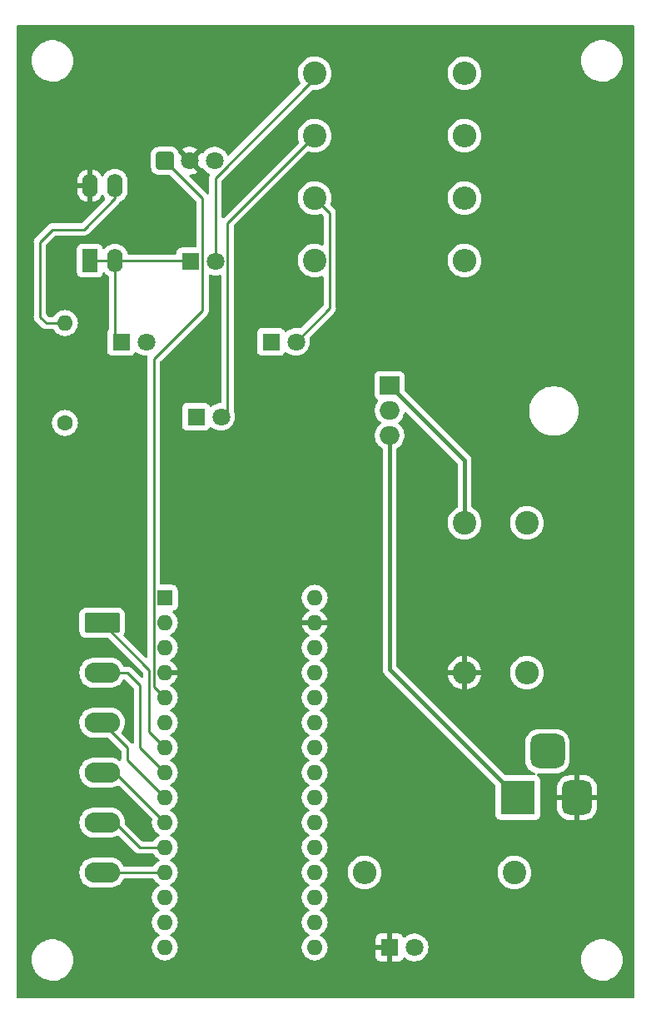
<source format=gbr>
%TF.GenerationSoftware,KiCad,Pcbnew,(5.99.0-10388-g9b1890606d)*%
%TF.CreationDate,2021-05-08T21:36:09-04:00*%
%TF.ProjectId,LexaBlaster,4c657861-426c-4617-9374-65722e6b6963,rev?*%
%TF.SameCoordinates,Original*%
%TF.FileFunction,Copper,L2,Bot*%
%TF.FilePolarity,Positive*%
%FSLAX46Y46*%
G04 Gerber Fmt 4.6, Leading zero omitted, Abs format (unit mm)*
G04 Created by KiCad (PCBNEW (5.99.0-10388-g9b1890606d)) date 2021-05-08 21:36:09*
%MOMM*%
%LPD*%
G01*
G04 APERTURE LIST*
G04 Aperture macros list*
%AMRoundRect*
0 Rectangle with rounded corners*
0 $1 Rounding radius*
0 $2 $3 $4 $5 $6 $7 $8 $9 X,Y pos of 4 corners*
0 Add a 4 corners polygon primitive as box body*
4,1,4,$2,$3,$4,$5,$6,$7,$8,$9,$2,$3,0*
0 Add four circle primitives for the rounded corners*
1,1,$1+$1,$2,$3*
1,1,$1+$1,$4,$5*
1,1,$1+$1,$6,$7*
1,1,$1+$1,$8,$9*
0 Add four rect primitives between the rounded corners*
20,1,$1+$1,$2,$3,$4,$5,0*
20,1,$1+$1,$4,$5,$6,$7,0*
20,1,$1+$1,$6,$7,$8,$9,0*
20,1,$1+$1,$8,$9,$2,$3,0*%
G04 Aperture macros list end*
%TA.AperFunction,ComponentPad*%
%ADD10R,2.000000X1.905000*%
%TD*%
%TA.AperFunction,ComponentPad*%
%ADD11O,2.000000X1.905000*%
%TD*%
%TA.AperFunction,ComponentPad*%
%ADD12R,1.600000X2.400000*%
%TD*%
%TA.AperFunction,ComponentPad*%
%ADD13O,1.600000X2.400000*%
%TD*%
%TA.AperFunction,ComponentPad*%
%ADD14RoundRect,0.250200X-0.649800X-0.649800X0.649800X-0.649800X0.649800X0.649800X-0.649800X0.649800X0*%
%TD*%
%TA.AperFunction,ComponentPad*%
%ADD15C,1.800000*%
%TD*%
%TA.AperFunction,ComponentPad*%
%ADD16C,1.600000*%
%TD*%
%TA.AperFunction,ComponentPad*%
%ADD17O,1.600000X1.600000*%
%TD*%
%TA.AperFunction,ComponentPad*%
%ADD18R,3.500000X3.500000*%
%TD*%
%TA.AperFunction,ComponentPad*%
%ADD19RoundRect,0.750000X0.750000X1.000000X-0.750000X1.000000X-0.750000X-1.000000X0.750000X-1.000000X0*%
%TD*%
%TA.AperFunction,ComponentPad*%
%ADD20RoundRect,0.875000X0.875000X0.875000X-0.875000X0.875000X-0.875000X-0.875000X0.875000X-0.875000X0*%
%TD*%
%TA.AperFunction,ComponentPad*%
%ADD21C,2.400000*%
%TD*%
%TA.AperFunction,ComponentPad*%
%ADD22O,2.400000X2.400000*%
%TD*%
%TA.AperFunction,ComponentPad*%
%ADD23R,1.800000X1.800000*%
%TD*%
%TA.AperFunction,ComponentPad*%
%ADD24RoundRect,0.249999X-1.550001X0.790001X-1.550001X-0.790001X1.550001X-0.790001X1.550001X0.790001X0*%
%TD*%
%TA.AperFunction,ComponentPad*%
%ADD25O,3.600000X2.080000*%
%TD*%
%TA.AperFunction,ComponentPad*%
%ADD26R,1.600000X1.600000*%
%TD*%
%TA.AperFunction,Conductor*%
%ADD27C,0.400000*%
%TD*%
%TA.AperFunction,Conductor*%
%ADD28C,0.250000*%
%TD*%
G04 APERTURE END LIST*
D10*
%TO.P,U2,1,ADJ*%
%TO.N,Net-(R1-Pad2)*%
X161290000Y-80010000D03*
D11*
%TO.P,U2,2,VO*%
%TO.N,+3V3*%
X161290000Y-82550000D03*
%TO.P,U2,3,VI*%
%TO.N,Net-(J2-Pad1)*%
X161290000Y-85090000D03*
%TD*%
D12*
%TO.P,Q1,1,D*%
%TO.N,Net-(D1-Pad1)*%
X130810000Y-67310000D03*
D13*
X133350000Y-67310000D03*
%TO.P,Q1,2,G*%
%TO.N,Net-(Q1-Pad2)*%
X133350000Y-59690000D03*
%TO.P,Q1,3,S*%
%TO.N,GND*%
X130810000Y-59690000D03*
%TD*%
D14*
%TO.P,U1,1,OUT*%
%TO.N,Net-(A1-Pad5)*%
X138430000Y-57150000D03*
D15*
%TO.P,U1,2,GND*%
%TO.N,GND*%
X140970000Y-57150000D03*
%TO.P,U1,3,Vs*%
%TO.N,+3V3*%
X143510000Y-57150000D03*
%TD*%
D16*
%TO.P,R8,1*%
%TO.N,Net-(A1-Pad6)*%
X128270000Y-83820000D03*
D17*
%TO.P,R8,2*%
%TO.N,Net-(Q1-Pad2)*%
X128270000Y-73660000D03*
%TD*%
D18*
%TO.P,J2,1*%
%TO.N,Net-(J2-Pad1)*%
X174340000Y-121920000D03*
D19*
%TO.P,J2,2*%
%TO.N,GND*%
X180340000Y-121920000D03*
D20*
%TO.P,J2,3*%
%TO.N,N/C*%
X177340000Y-117220000D03*
%TD*%
D21*
%TO.P,R5,1*%
%TO.N,Net-(D2-Pad2)*%
X153670000Y-67310000D03*
D22*
%TO.P,R5,2*%
%TO.N,+3V3*%
X168910000Y-67310000D03*
%TD*%
D23*
%TO.P,D5,1,K*%
%TO.N,GND*%
X161290000Y-137160000D03*
D15*
%TO.P,D5,2,A*%
%TO.N,Net-(D5-Pad2)*%
X163830000Y-137160000D03*
%TD*%
D21*
%TO.P,R1,1*%
%TO.N,+3V3*%
X175260000Y-93980000D03*
D22*
%TO.P,R1,2*%
%TO.N,Net-(R1-Pad2)*%
X175260000Y-109220000D03*
%TD*%
D24*
%TO.P,J1,1,Pin_1*%
%TO.N,Net-(A1-Pad7)*%
X132047500Y-104140000D03*
D25*
%TO.P,J1,2,Pin_2*%
%TO.N,Net-(A1-Pad8)*%
X132047500Y-109220000D03*
%TO.P,J1,3,Pin_3*%
%TO.N,Net-(A1-Pad9)*%
X132047500Y-114300000D03*
%TO.P,J1,4,Pin_4*%
%TO.N,Net-(A1-Pad10)*%
X132047500Y-119380000D03*
%TO.P,J1,5,Pin_5*%
%TO.N,Net-(A1-Pad11)*%
X132047500Y-124460000D03*
%TO.P,J1,6,Pin_6*%
%TO.N,Net-(A1-Pad12)*%
X132047500Y-129540000D03*
%TD*%
D23*
%TO.P,D1,1,K*%
%TO.N,Net-(D1-Pad1)*%
X149225000Y-75565000D03*
D15*
%TO.P,D1,2,A*%
%TO.N,Net-(D1-Pad2)*%
X151765000Y-75565000D03*
%TD*%
D23*
%TO.P,D4,1,K*%
%TO.N,Net-(D1-Pad1)*%
X141605000Y-83185000D03*
D15*
%TO.P,D4,2,A*%
%TO.N,Net-(D4-Pad2)*%
X144145000Y-83185000D03*
%TD*%
D21*
%TO.P,R2,1*%
%TO.N,Net-(D3-Pad2)*%
X153670000Y-48260000D03*
D22*
%TO.P,R2,2*%
%TO.N,+3V3*%
X168910000Y-48260000D03*
%TD*%
D26*
%TO.P,A1,1,D1/TX*%
%TO.N,N/C*%
X138430000Y-101600000D03*
D17*
%TO.P,A1,2,D0/RX*%
X138430000Y-104140000D03*
%TO.P,A1,3,~RESET*%
X138430000Y-106680000D03*
%TO.P,A1,4,GND*%
%TO.N,GND*%
X138430000Y-109220000D03*
%TO.P,A1,5,D2*%
%TO.N,Net-(A1-Pad5)*%
X138430000Y-111760000D03*
%TO.P,A1,6,D3*%
%TO.N,Net-(A1-Pad6)*%
X138430000Y-114300000D03*
%TO.P,A1,7,D4*%
%TO.N,Net-(A1-Pad7)*%
X138430000Y-116840000D03*
%TO.P,A1,8,D5*%
%TO.N,Net-(A1-Pad8)*%
X138430000Y-119380000D03*
%TO.P,A1,9,D6*%
%TO.N,Net-(A1-Pad9)*%
X138430000Y-121920000D03*
%TO.P,A1,10,D7*%
%TO.N,Net-(A1-Pad10)*%
X138430000Y-124460000D03*
%TO.P,A1,11,D8*%
%TO.N,Net-(A1-Pad11)*%
X138430000Y-127000000D03*
%TO.P,A1,12,D9*%
%TO.N,Net-(A1-Pad12)*%
X138430000Y-129540000D03*
%TO.P,A1,13,D10*%
%TO.N,N/C*%
X138430000Y-132080000D03*
%TO.P,A1,14,D11*%
X138430000Y-134620000D03*
%TO.P,A1,15,D12*%
X138430000Y-137160000D03*
%TO.P,A1,16,D13*%
X153670000Y-137160000D03*
%TO.P,A1,17,3V3*%
%TO.N,+3V3*%
X153670000Y-134620000D03*
%TO.P,A1,18,AREF*%
%TO.N,N/C*%
X153670000Y-132080000D03*
%TO.P,A1,19,A0*%
X153670000Y-129540000D03*
%TO.P,A1,20,A1*%
X153670000Y-127000000D03*
%TO.P,A1,21,A2*%
X153670000Y-124460000D03*
%TO.P,A1,22,A3*%
X153670000Y-121920000D03*
%TO.P,A1,23,A4*%
X153670000Y-119380000D03*
%TO.P,A1,24,A5*%
X153670000Y-116840000D03*
%TO.P,A1,25,A6*%
X153670000Y-114300000D03*
%TO.P,A1,26,A7*%
X153670000Y-111760000D03*
%TO.P,A1,27,+5V*%
X153670000Y-109220000D03*
%TO.P,A1,28,~RESET*%
X153670000Y-106680000D03*
%TO.P,A1,29,GND*%
%TO.N,GND*%
X153670000Y-104140000D03*
%TO.P,A1,30,VIN*%
%TO.N,N/C*%
X153670000Y-101600000D03*
%TD*%
D21*
%TO.P,R7,1*%
%TO.N,Net-(D5-Pad2)*%
X173990000Y-129540000D03*
D22*
%TO.P,R7,2*%
%TO.N,+3V3*%
X158750000Y-129540000D03*
%TD*%
D21*
%TO.P,R4,1*%
%TO.N,Net-(D1-Pad2)*%
X153670000Y-60960000D03*
D22*
%TO.P,R4,2*%
%TO.N,+3V3*%
X168910000Y-60960000D03*
%TD*%
D23*
%TO.P,D3,1,K*%
%TO.N,Net-(D1-Pad1)*%
X141040001Y-67410001D03*
D15*
%TO.P,D3,2,A*%
%TO.N,Net-(D3-Pad2)*%
X143580001Y-67410001D03*
%TD*%
D21*
%TO.P,R6,1*%
%TO.N,Net-(R1-Pad2)*%
X168910000Y-93980000D03*
D22*
%TO.P,R6,2*%
%TO.N,GND*%
X168910000Y-109220000D03*
%TD*%
D23*
%TO.P,D2,1,K*%
%TO.N,Net-(D1-Pad1)*%
X133985000Y-75565000D03*
D15*
%TO.P,D2,2,A*%
%TO.N,Net-(D2-Pad2)*%
X136525000Y-75565000D03*
%TD*%
D21*
%TO.P,R3,1*%
%TO.N,Net-(D4-Pad2)*%
X153670000Y-54610000D03*
D22*
%TO.P,R3,2*%
%TO.N,+3V3*%
X168910000Y-54610000D03*
%TD*%
D27*
%TO.N,Net-(J2-Pad1)*%
X161290000Y-108870000D02*
X174340000Y-121920000D01*
X161290000Y-85090000D02*
X161290000Y-108870000D01*
%TO.N,Net-(R1-Pad2)*%
X168910000Y-87630000D02*
X168910000Y-93980000D01*
X161290000Y-80010000D02*
X168910000Y-87630000D01*
D28*
%TO.N,Net-(D1-Pad1)*%
X133350000Y-74930000D02*
X133985000Y-75565000D01*
X133350000Y-67310000D02*
X133350000Y-74930000D01*
X140940000Y-67310000D02*
X141040001Y-67410001D01*
%TO.N,Net-(A1-Pad5)*%
X137304989Y-110634989D02*
X137304989Y-77325011D01*
X142264512Y-72365488D02*
X142264512Y-60984512D01*
X142264512Y-60984512D02*
X138430000Y-57150000D01*
X138430000Y-111760000D02*
X137304989Y-110634989D01*
X137304989Y-77325011D02*
X142264512Y-72365488D01*
%TO.N,Net-(D1-Pad1)*%
X133350000Y-67310000D02*
X140940000Y-67310000D01*
X133350000Y-67310000D02*
X130810000Y-67310000D01*
%TO.N,Net-(Q1-Pad2)*%
X127000000Y-64135000D02*
X125730000Y-65405000D01*
X130175000Y-64135000D02*
X127000000Y-64135000D01*
X125730000Y-65405000D02*
X125730000Y-73025000D01*
X133350000Y-60960000D02*
X130175000Y-64135000D01*
X125730000Y-73025000D02*
X126365000Y-73660000D01*
X126365000Y-73660000D02*
X128270000Y-73660000D01*
X133350000Y-59690000D02*
X133350000Y-60960000D01*
%TO.N,Net-(A1-Pad12)*%
X138430000Y-129540000D02*
X132047500Y-129540000D01*
%TO.N,Net-(A1-Pad11)*%
X133317500Y-124460000D02*
X132047500Y-124460000D01*
X138430000Y-127000000D02*
X135857500Y-127000000D01*
X135857500Y-127000000D02*
X133317500Y-124460000D01*
%TO.N,Net-(A1-Pad10)*%
X133350000Y-119380000D02*
X132047500Y-119380000D01*
X138430000Y-124460000D02*
X133350000Y-119380000D01*
%TO.N,Net-(A1-Pad9)*%
X132047500Y-114300000D02*
X134620000Y-116872500D01*
X134620000Y-116872500D02*
X134620000Y-118110000D01*
X134620000Y-118110000D02*
X138430000Y-121920000D01*
%TO.N,Net-(A1-Pad8)*%
X134620000Y-109220000D02*
X135890000Y-110490000D01*
X135890000Y-116840000D02*
X138430000Y-119380000D01*
X132047500Y-109220000D02*
X134620000Y-109220000D01*
X135890000Y-110490000D02*
X135890000Y-116840000D01*
%TO.N,Net-(A1-Pad7)*%
X136854978Y-115264978D02*
X138430000Y-116840000D01*
X136854978Y-108947478D02*
X136854978Y-115264978D01*
X132047500Y-104140000D02*
X136854978Y-108947478D01*
%TO.N,Net-(D1-Pad2)*%
X153670000Y-60960000D02*
X155195011Y-62485011D01*
X155195011Y-62485011D02*
X155195011Y-72134989D01*
X155195011Y-72134989D02*
X151765000Y-75565000D01*
%TO.N,Net-(D3-Pad2)*%
X143580001Y-58893016D02*
X143580001Y-67410001D01*
X153670000Y-48803017D02*
X143580001Y-58893016D01*
X153670000Y-48260000D02*
X153670000Y-48803017D01*
%TO.N,Net-(D4-Pad2)*%
X153670000Y-54610000D02*
X144805012Y-63474988D01*
X144805012Y-82524988D02*
X144145000Y-83185000D01*
X144805012Y-63474988D02*
X144805012Y-82524988D01*
%TD*%
%TA.AperFunction,Conductor*%
%TO.N,GND*%
G36*
X186124121Y-43378002D02*
G01*
X186170614Y-43431658D01*
X186182000Y-43484000D01*
X186182000Y-142216000D01*
X186161998Y-142284121D01*
X186108342Y-142330614D01*
X186056000Y-142342000D01*
X123494000Y-142342000D01*
X123425879Y-142321998D01*
X123379386Y-142268342D01*
X123368000Y-142216000D01*
X123368000Y-138407868D01*
X124886616Y-138407868D01*
X124903166Y-138694892D01*
X124903991Y-138699097D01*
X124903992Y-138699105D01*
X124915223Y-138756348D01*
X124958516Y-138977014D01*
X125051642Y-139249014D01*
X125180822Y-139505859D01*
X125343664Y-139742796D01*
X125537155Y-139955440D01*
X125757716Y-140139857D01*
X125761357Y-140142141D01*
X125997624Y-140290352D01*
X125997628Y-140290354D01*
X126001264Y-140292635D01*
X126263293Y-140410945D01*
X126267412Y-140412165D01*
X126534841Y-140491382D01*
X126534846Y-140491383D01*
X126538954Y-140492600D01*
X126543188Y-140493248D01*
X126543193Y-140493249D01*
X126796037Y-140531940D01*
X126823147Y-140536088D01*
X126969498Y-140538387D01*
X127106321Y-140540537D01*
X127106327Y-140540537D01*
X127110612Y-140540604D01*
X127114864Y-140540089D01*
X127114872Y-140540089D01*
X127336529Y-140513265D01*
X127396030Y-140506064D01*
X127400179Y-140504976D01*
X127400182Y-140504975D01*
X127669970Y-140434198D01*
X127674121Y-140433109D01*
X127939736Y-140323087D01*
X127988827Y-140294401D01*
X128184255Y-140180202D01*
X128184257Y-140180200D01*
X128187963Y-140178035D01*
X128414208Y-140000637D01*
X128614283Y-139794175D01*
X128616816Y-139790727D01*
X128616820Y-139790722D01*
X128781949Y-139565925D01*
X128784487Y-139562470D01*
X128815224Y-139505859D01*
X128919621Y-139313585D01*
X128919622Y-139313583D01*
X128921671Y-139309809D01*
X129023295Y-139040869D01*
X129087479Y-138760624D01*
X129092970Y-138699105D01*
X129112816Y-138476728D01*
X129112816Y-138476726D01*
X129113036Y-138474262D01*
X129113500Y-138430000D01*
X129110907Y-138391963D01*
X129094238Y-138147442D01*
X129094237Y-138147436D01*
X129093946Y-138143165D01*
X129089409Y-138121254D01*
X129036513Y-137865835D01*
X129035644Y-137861638D01*
X128939674Y-137590628D01*
X128807812Y-137335150D01*
X128642498Y-137099931D01*
X128639573Y-137096783D01*
X128449711Y-136892468D01*
X128449708Y-136892466D01*
X128446790Y-136889325D01*
X128443474Y-136886611D01*
X128443471Y-136886608D01*
X128227629Y-136709942D01*
X128227622Y-136709937D01*
X128224311Y-136707227D01*
X127979176Y-136557009D01*
X127975240Y-136555281D01*
X127719851Y-136443172D01*
X127719847Y-136443171D01*
X127715923Y-136441448D01*
X127439421Y-136362685D01*
X127228794Y-136332708D01*
X127159041Y-136322781D01*
X127159039Y-136322781D01*
X127154789Y-136322176D01*
X127003976Y-136321387D01*
X126871579Y-136320693D01*
X126871573Y-136320693D01*
X126867292Y-136320671D01*
X126863048Y-136321230D01*
X126863044Y-136321230D01*
X126737864Y-136337710D01*
X126582251Y-136358197D01*
X126578111Y-136359330D01*
X126578109Y-136359330D01*
X126561547Y-136363861D01*
X126304940Y-136434061D01*
X126283580Y-136443172D01*
X126044433Y-136545176D01*
X126044426Y-136545180D01*
X126040491Y-136546858D01*
X126036810Y-136549061D01*
X125797479Y-136692297D01*
X125797475Y-136692300D01*
X125793797Y-136694501D01*
X125790454Y-136697179D01*
X125790450Y-136697182D01*
X125773506Y-136710757D01*
X125569423Y-136874259D01*
X125566479Y-136877361D01*
X125566475Y-136877365D01*
X125424497Y-137026978D01*
X125371520Y-137082804D01*
X125203752Y-137316279D01*
X125069222Y-137570362D01*
X124970419Y-137840352D01*
X124909173Y-138121254D01*
X124886616Y-138407868D01*
X123368000Y-138407868D01*
X123368000Y-83820000D01*
X126956500Y-83820000D01*
X126976455Y-84048087D01*
X126977879Y-84053400D01*
X126977879Y-84053402D01*
X127033622Y-84261434D01*
X127035714Y-84269243D01*
X127038036Y-84274224D01*
X127038037Y-84274225D01*
X127130150Y-84471763D01*
X127130153Y-84471768D01*
X127132476Y-84476750D01*
X127135632Y-84481257D01*
X127135633Y-84481259D01*
X127217279Y-84597861D01*
X127263801Y-84664302D01*
X127425698Y-84826199D01*
X127430206Y-84829356D01*
X127430209Y-84829358D01*
X127608741Y-84954367D01*
X127613250Y-84957524D01*
X127618232Y-84959847D01*
X127618237Y-84959850D01*
X127707475Y-85001462D01*
X127820757Y-85054286D01*
X127826065Y-85055708D01*
X127826067Y-85055709D01*
X128036598Y-85112121D01*
X128036600Y-85112121D01*
X128041913Y-85113545D01*
X128270000Y-85133500D01*
X128498087Y-85113545D01*
X128503400Y-85112121D01*
X128503402Y-85112121D01*
X128713933Y-85055709D01*
X128713935Y-85055708D01*
X128719243Y-85054286D01*
X128832525Y-85001462D01*
X128921763Y-84959850D01*
X128921768Y-84959847D01*
X128926750Y-84957524D01*
X128931259Y-84954367D01*
X129109791Y-84829358D01*
X129109794Y-84829356D01*
X129114302Y-84826199D01*
X129276199Y-84664302D01*
X129322722Y-84597861D01*
X129404367Y-84481259D01*
X129404368Y-84481257D01*
X129407524Y-84476750D01*
X129409847Y-84471768D01*
X129409850Y-84471763D01*
X129501963Y-84274225D01*
X129501964Y-84274224D01*
X129504286Y-84269243D01*
X129506379Y-84261434D01*
X129562121Y-84053402D01*
X129562121Y-84053400D01*
X129563545Y-84048087D01*
X129583500Y-83820000D01*
X129563545Y-83591913D01*
X129562121Y-83586598D01*
X129505709Y-83376067D01*
X129505708Y-83376065D01*
X129504286Y-83370757D01*
X129439201Y-83231181D01*
X129409850Y-83168237D01*
X129409847Y-83168232D01*
X129407524Y-83163250D01*
X129404367Y-83158741D01*
X129279358Y-82980209D01*
X129279356Y-82980206D01*
X129276199Y-82975698D01*
X129114302Y-82813801D01*
X129109794Y-82810644D01*
X129109791Y-82810642D01*
X128931259Y-82685633D01*
X128931257Y-82685632D01*
X128926750Y-82682476D01*
X128921768Y-82680153D01*
X128921763Y-82680150D01*
X128724225Y-82588037D01*
X128724224Y-82588036D01*
X128719243Y-82585714D01*
X128713935Y-82584292D01*
X128713933Y-82584291D01*
X128503402Y-82527879D01*
X128503400Y-82527879D01*
X128498087Y-82526455D01*
X128270000Y-82506500D01*
X128041913Y-82526455D01*
X128036600Y-82527879D01*
X128036598Y-82527879D01*
X127826067Y-82584291D01*
X127826065Y-82584292D01*
X127820757Y-82585714D01*
X127815776Y-82588036D01*
X127815775Y-82588037D01*
X127618237Y-82680150D01*
X127618232Y-82680153D01*
X127613250Y-82682476D01*
X127608743Y-82685632D01*
X127608741Y-82685633D01*
X127430209Y-82810642D01*
X127430206Y-82810644D01*
X127425698Y-82813801D01*
X127263801Y-82975698D01*
X127260644Y-82980206D01*
X127260642Y-82980209D01*
X127135633Y-83158741D01*
X127132476Y-83163250D01*
X127130153Y-83168232D01*
X127130150Y-83168237D01*
X127100799Y-83231181D01*
X127035714Y-83370757D01*
X127034292Y-83376065D01*
X127034291Y-83376067D01*
X126977879Y-83586598D01*
X126976455Y-83591913D01*
X126956500Y-83820000D01*
X123368000Y-83820000D01*
X123368000Y-65384944D01*
X125091816Y-65384944D01*
X125092562Y-65392836D01*
X125095941Y-65428582D01*
X125096500Y-65440440D01*
X125096500Y-72946616D01*
X125095986Y-72957520D01*
X125094334Y-72964911D01*
X125094583Y-72972837D01*
X125094583Y-72972838D01*
X125096438Y-73031866D01*
X125096500Y-73035823D01*
X125096500Y-73064578D01*
X125096996Y-73068503D01*
X125096996Y-73068504D01*
X125097039Y-73068843D01*
X125097972Y-73080687D01*
X125099361Y-73124883D01*
X125101573Y-73132495D01*
X125105012Y-73144333D01*
X125109022Y-73163695D01*
X125111560Y-73183788D01*
X125114476Y-73191153D01*
X125114477Y-73191157D01*
X125127837Y-73224901D01*
X125131681Y-73236128D01*
X125144014Y-73278578D01*
X125148052Y-73285406D01*
X125154323Y-73296011D01*
X125163019Y-73313762D01*
X125167558Y-73325226D01*
X125170478Y-73332600D01*
X125175139Y-73339015D01*
X125196465Y-73368367D01*
X125202983Y-73378290D01*
X125225486Y-73416341D01*
X125225855Y-73416759D01*
X125239938Y-73430842D01*
X125252772Y-73445867D01*
X125264554Y-73462083D01*
X125298335Y-73490029D01*
X125307115Y-73498019D01*
X125861609Y-74052513D01*
X125868969Y-74060601D01*
X125873027Y-74066995D01*
X125878804Y-74072420D01*
X125921878Y-74112869D01*
X125924720Y-74115624D01*
X125945034Y-74135938D01*
X125948445Y-74138583D01*
X125957465Y-74146287D01*
X125989699Y-74176557D01*
X125996643Y-74180374D01*
X125996645Y-74180376D01*
X126007453Y-74186318D01*
X126023977Y-74197172D01*
X126033711Y-74204723D01*
X126033713Y-74204724D01*
X126039977Y-74209583D01*
X126080561Y-74227146D01*
X126091190Y-74232353D01*
X126129952Y-74253662D01*
X126149578Y-74258701D01*
X126168271Y-74265102D01*
X126186865Y-74273148D01*
X126227511Y-74279586D01*
X126230531Y-74280064D01*
X126242154Y-74282471D01*
X126284975Y-74293465D01*
X126285531Y-74293500D01*
X126305447Y-74293500D01*
X126325157Y-74295051D01*
X126344945Y-74298185D01*
X126352837Y-74297439D01*
X126388593Y-74294059D01*
X126400451Y-74293500D01*
X127050605Y-74293500D01*
X127118726Y-74313502D01*
X127153818Y-74347230D01*
X127260638Y-74499786D01*
X127260642Y-74499791D01*
X127263801Y-74504302D01*
X127425698Y-74666199D01*
X127430206Y-74669356D01*
X127430209Y-74669358D01*
X127499035Y-74717550D01*
X127613250Y-74797524D01*
X127618232Y-74799847D01*
X127618237Y-74799850D01*
X127795323Y-74882426D01*
X127820757Y-74894286D01*
X127826065Y-74895708D01*
X127826067Y-74895709D01*
X128036598Y-74952121D01*
X128036600Y-74952121D01*
X128041913Y-74953545D01*
X128270000Y-74973500D01*
X128498087Y-74953545D01*
X128503400Y-74952121D01*
X128503402Y-74952121D01*
X128713933Y-74895709D01*
X128713935Y-74895708D01*
X128719243Y-74894286D01*
X128744677Y-74882426D01*
X128921763Y-74799850D01*
X128921768Y-74799847D01*
X128926750Y-74797524D01*
X129040965Y-74717550D01*
X129109791Y-74669358D01*
X129109794Y-74669356D01*
X129114302Y-74666199D01*
X129276199Y-74504302D01*
X129279362Y-74499786D01*
X129404367Y-74321259D01*
X129404368Y-74321257D01*
X129407524Y-74316750D01*
X129409847Y-74311768D01*
X129409850Y-74311763D01*
X129501963Y-74114225D01*
X129501964Y-74114224D01*
X129504286Y-74109243D01*
X129515607Y-74066995D01*
X129562121Y-73893402D01*
X129562121Y-73893400D01*
X129563545Y-73888087D01*
X129583500Y-73660000D01*
X129563545Y-73431913D01*
X129562121Y-73426598D01*
X129505709Y-73216067D01*
X129505708Y-73216065D01*
X129504286Y-73210757D01*
X129501963Y-73205775D01*
X129409850Y-73008237D01*
X129409847Y-73008232D01*
X129407524Y-73003250D01*
X129397963Y-72989595D01*
X129279358Y-72820209D01*
X129279356Y-72820206D01*
X129276199Y-72815698D01*
X129114302Y-72653801D01*
X129109794Y-72650644D01*
X129109791Y-72650642D01*
X128931259Y-72525633D01*
X128931257Y-72525632D01*
X128926750Y-72522476D01*
X128921768Y-72520153D01*
X128921763Y-72520150D01*
X128724225Y-72428037D01*
X128724224Y-72428036D01*
X128719243Y-72425714D01*
X128713935Y-72424292D01*
X128713933Y-72424291D01*
X128503402Y-72367879D01*
X128503400Y-72367879D01*
X128498087Y-72366455D01*
X128270000Y-72346500D01*
X128041913Y-72366455D01*
X128036600Y-72367879D01*
X128036598Y-72367879D01*
X127826067Y-72424291D01*
X127826065Y-72424292D01*
X127820757Y-72425714D01*
X127815776Y-72428036D01*
X127815775Y-72428037D01*
X127618237Y-72520150D01*
X127618232Y-72520153D01*
X127613250Y-72522476D01*
X127608743Y-72525632D01*
X127608741Y-72525633D01*
X127430209Y-72650642D01*
X127430206Y-72650644D01*
X127425698Y-72653801D01*
X127263801Y-72815698D01*
X127260643Y-72820208D01*
X127260638Y-72820214D01*
X127153818Y-72972770D01*
X127098361Y-73017099D01*
X127050605Y-73026500D01*
X126679594Y-73026500D01*
X126611473Y-73006498D01*
X126590499Y-72989595D01*
X126400405Y-72799501D01*
X126366379Y-72737189D01*
X126363500Y-72710406D01*
X126363500Y-66110000D01*
X129496500Y-66110000D01*
X129496500Y-68510000D01*
X129501727Y-68583079D01*
X129520130Y-68645754D01*
X129538657Y-68708851D01*
X129542904Y-68723316D01*
X129564572Y-68757032D01*
X129617051Y-68838691D01*
X129617053Y-68838694D01*
X129621923Y-68846271D01*
X129628733Y-68852172D01*
X129725569Y-68936082D01*
X129725572Y-68936084D01*
X129732381Y-68941984D01*
X129740579Y-68945728D01*
X129741184Y-68946004D01*
X129865330Y-69002700D01*
X129874245Y-69003982D01*
X129874246Y-69003982D01*
X130005552Y-69022861D01*
X130005559Y-69022862D01*
X130010000Y-69023500D01*
X131610000Y-69023500D01*
X131683079Y-69018273D01*
X131761165Y-68995345D01*
X131814670Y-68979635D01*
X131814672Y-68979634D01*
X131823316Y-68977096D01*
X131897540Y-68929395D01*
X131938691Y-68902949D01*
X131938694Y-68902947D01*
X131946271Y-68898077D01*
X131968279Y-68872679D01*
X132036082Y-68794431D01*
X132036084Y-68794428D01*
X132041984Y-68787619D01*
X132061115Y-68745729D01*
X132098958Y-68662864D01*
X132098958Y-68662863D01*
X132102700Y-68654670D01*
X132110434Y-68600878D01*
X132139927Y-68536297D01*
X132199653Y-68497913D01*
X132270650Y-68497913D01*
X132330376Y-68536296D01*
X132338362Y-68546535D01*
X132343801Y-68554302D01*
X132505698Y-68716199D01*
X132510208Y-68719357D01*
X132510214Y-68719362D01*
X132662770Y-68826182D01*
X132707099Y-68881639D01*
X132716500Y-68929395D01*
X132716500Y-74267121D01*
X132696498Y-74335242D01*
X132685724Y-74349634D01*
X132658918Y-74380569D01*
X132658916Y-74380572D01*
X132653016Y-74387381D01*
X132649272Y-74395579D01*
X132596923Y-74510208D01*
X132592300Y-74520330D01*
X132591018Y-74529245D01*
X132591018Y-74529246D01*
X132572139Y-74660552D01*
X132572138Y-74660559D01*
X132571500Y-74665000D01*
X132571500Y-76465000D01*
X132576727Y-76538079D01*
X132597748Y-76609670D01*
X132607987Y-76644540D01*
X132617904Y-76678316D01*
X132622775Y-76685895D01*
X132692051Y-76793691D01*
X132692053Y-76793694D01*
X132696923Y-76801271D01*
X132703733Y-76807172D01*
X132800569Y-76891082D01*
X132800572Y-76891084D01*
X132807381Y-76896984D01*
X132815579Y-76900728D01*
X132927188Y-76951698D01*
X132940330Y-76957700D01*
X132949245Y-76958982D01*
X132949246Y-76958982D01*
X133080552Y-76977861D01*
X133080559Y-76977862D01*
X133085000Y-76978500D01*
X134885000Y-76978500D01*
X134958079Y-76973273D01*
X135038645Y-76949617D01*
X135089670Y-76934635D01*
X135089672Y-76934634D01*
X135098316Y-76932096D01*
X135175817Y-76882289D01*
X135213691Y-76857949D01*
X135213694Y-76857947D01*
X135221271Y-76853077D01*
X135250981Y-76818790D01*
X135311082Y-76749431D01*
X135311084Y-76749428D01*
X135316984Y-76742619D01*
X135365430Y-76636536D01*
X135411923Y-76582881D01*
X135480044Y-76562879D01*
X135548165Y-76582881D01*
X135564428Y-76595310D01*
X135670399Y-76690895D01*
X135872318Y-76818790D01*
X135966161Y-76857949D01*
X136059707Y-76896984D01*
X136092900Y-76910835D01*
X136196402Y-76934635D01*
X136320629Y-76963201D01*
X136320633Y-76963202D01*
X136325836Y-76964398D01*
X136331169Y-76964701D01*
X136331170Y-76964701D01*
X136404193Y-76968848D01*
X136564467Y-76977949D01*
X136569773Y-76977349D01*
X136570817Y-76977320D01*
X136639470Y-76995413D01*
X136687442Y-77047750D01*
X136699503Y-77117715D01*
X136695330Y-77138426D01*
X136694988Y-77139603D01*
X136691841Y-77146875D01*
X136690602Y-77154699D01*
X136684924Y-77190546D01*
X136682517Y-77202167D01*
X136673002Y-77239229D01*
X136671524Y-77244986D01*
X136671489Y-77245542D01*
X136671489Y-77265463D01*
X136669938Y-77285173D01*
X136666805Y-77304955D01*
X136667551Y-77312847D01*
X136670930Y-77348593D01*
X136671489Y-77360451D01*
X136671489Y-107563894D01*
X136651487Y-107632015D01*
X136597831Y-107678508D01*
X136527557Y-107688612D01*
X136462977Y-107659118D01*
X136456394Y-107652989D01*
X134270759Y-105467355D01*
X134236734Y-105405043D01*
X134241798Y-105334228D01*
X134250900Y-105314975D01*
X134271553Y-105279419D01*
X134297675Y-105234446D01*
X134348933Y-105065205D01*
X134356000Y-104986023D01*
X134356000Y-103307113D01*
X134340522Y-103174356D01*
X134325802Y-103133801D01*
X134282684Y-103015014D01*
X134280187Y-103008135D01*
X134183231Y-102860253D01*
X134054855Y-102738641D01*
X133901946Y-102649825D01*
X133732705Y-102598567D01*
X133726265Y-102597992D01*
X133726264Y-102597992D01*
X133656316Y-102591749D01*
X133656310Y-102591749D01*
X133653523Y-102591500D01*
X130454613Y-102591500D01*
X130361963Y-102602302D01*
X130329128Y-102606130D01*
X130329127Y-102606130D01*
X130321856Y-102606978D01*
X130314978Y-102609474D01*
X130314976Y-102609475D01*
X130209660Y-102647703D01*
X130155635Y-102667313D01*
X130007753Y-102764269D01*
X129886141Y-102892645D01*
X129797325Y-103045554D01*
X129746067Y-103214795D01*
X129739000Y-103293977D01*
X129739000Y-104972887D01*
X129754478Y-105105644D01*
X129756974Y-105112522D01*
X129756975Y-105112524D01*
X129770206Y-105148975D01*
X129814813Y-105271865D01*
X129911769Y-105419747D01*
X130040145Y-105541359D01*
X130193054Y-105630175D01*
X130362295Y-105681433D01*
X130368735Y-105682008D01*
X130368736Y-105682008D01*
X130438684Y-105688251D01*
X130438690Y-105688251D01*
X130441477Y-105688500D01*
X132647906Y-105688500D01*
X132716027Y-105708502D01*
X132737001Y-105725405D01*
X136184573Y-109172977D01*
X136218599Y-109235289D01*
X136221478Y-109262072D01*
X136221478Y-109621384D01*
X136201476Y-109689505D01*
X136147820Y-109735998D01*
X136077546Y-109746102D01*
X136012966Y-109716608D01*
X136006383Y-109710479D01*
X135123391Y-108827487D01*
X135116031Y-108819399D01*
X135111973Y-108813005D01*
X135063121Y-108767130D01*
X135060280Y-108764376D01*
X135039966Y-108744062D01*
X135036555Y-108741417D01*
X135027533Y-108733711D01*
X135001077Y-108708867D01*
X134995301Y-108703443D01*
X134988357Y-108699626D01*
X134988355Y-108699624D01*
X134977547Y-108693682D01*
X134961023Y-108682828D01*
X134951286Y-108675275D01*
X134951285Y-108675275D01*
X134945023Y-108670417D01*
X134904447Y-108652858D01*
X134893790Y-108647637D01*
X134855048Y-108626338D01*
X134847365Y-108624366D01*
X134847364Y-108624365D01*
X134835432Y-108621301D01*
X134816728Y-108614897D01*
X134805415Y-108610001D01*
X134805408Y-108609999D01*
X134798136Y-108606852D01*
X134790312Y-108605613D01*
X134790309Y-108605612D01*
X134754465Y-108599935D01*
X134742844Y-108597528D01*
X134705782Y-108588013D01*
X134705781Y-108588013D01*
X134700025Y-108586535D01*
X134699469Y-108586500D01*
X134679548Y-108586500D01*
X134659838Y-108584949D01*
X134647886Y-108583056D01*
X134647885Y-108583056D01*
X134640056Y-108581816D01*
X134632164Y-108582562D01*
X134596418Y-108585941D01*
X134584560Y-108586500D01*
X134300942Y-108586500D01*
X134232821Y-108566498D01*
X134186748Y-108513751D01*
X134160399Y-108457248D01*
X134158260Y-108452661D01*
X134018202Y-108246571D01*
X134014725Y-108242894D01*
X134014720Y-108242888D01*
X133850473Y-108069204D01*
X133846994Y-108065525D01*
X133649044Y-107914180D01*
X133429442Y-107796430D01*
X133193840Y-107715306D01*
X133066158Y-107693252D01*
X132952208Y-107673569D01*
X132952202Y-107673568D01*
X132948298Y-107672894D01*
X132944337Y-107672714D01*
X132944336Y-107672714D01*
X132919021Y-107671564D01*
X132919002Y-107671564D01*
X132917602Y-107671500D01*
X131225357Y-107671500D01*
X131222849Y-107671702D01*
X131222844Y-107671702D01*
X131044167Y-107686078D01*
X131044163Y-107686079D01*
X131039125Y-107686484D01*
X131034217Y-107687690D01*
X131034214Y-107687690D01*
X130802052Y-107744714D01*
X130802049Y-107744715D01*
X130797139Y-107745921D01*
X130567770Y-107843283D01*
X130563485Y-107845981D01*
X130563480Y-107845984D01*
X130486318Y-107894576D01*
X130356917Y-107976064D01*
X130170006Y-108140848D01*
X130011845Y-108333396D01*
X130009303Y-108337764D01*
X129894247Y-108535450D01*
X129886503Y-108548755D01*
X129884690Y-108553478D01*
X129799181Y-108776239D01*
X129797206Y-108781383D01*
X129796172Y-108786333D01*
X129796171Y-108786336D01*
X129756259Y-108977386D01*
X129746250Y-109025295D01*
X129734946Y-109274216D01*
X129735527Y-109279236D01*
X129735527Y-109279240D01*
X129760070Y-109491352D01*
X129763586Y-109521743D01*
X129831432Y-109761507D01*
X129833567Y-109766086D01*
X129833568Y-109766088D01*
X129853514Y-109808861D01*
X129936740Y-109987339D01*
X129939581Y-109991519D01*
X129939583Y-109991523D01*
X129983966Y-110056830D01*
X130076798Y-110193429D01*
X130080275Y-110197106D01*
X130080280Y-110197112D01*
X130173080Y-110295244D01*
X130248006Y-110374475D01*
X130445956Y-110525820D01*
X130665558Y-110643570D01*
X130901160Y-110724694D01*
X131028842Y-110746748D01*
X131142792Y-110766431D01*
X131142798Y-110766432D01*
X131146702Y-110767106D01*
X131150663Y-110767286D01*
X131150664Y-110767286D01*
X131175979Y-110768436D01*
X131175998Y-110768436D01*
X131177398Y-110768500D01*
X132869643Y-110768500D01*
X132872151Y-110768298D01*
X132872156Y-110768298D01*
X133050833Y-110753922D01*
X133050837Y-110753921D01*
X133055875Y-110753516D01*
X133060783Y-110752310D01*
X133060786Y-110752310D01*
X133292948Y-110695286D01*
X133292951Y-110695285D01*
X133297861Y-110694079D01*
X133527230Y-110596717D01*
X133531515Y-110594019D01*
X133531520Y-110594016D01*
X133677184Y-110502286D01*
X133738083Y-110463936D01*
X133924994Y-110299152D01*
X134083155Y-110106604D01*
X134194020Y-109916119D01*
X134245574Y-109867306D01*
X134302919Y-109853500D01*
X134305406Y-109853500D01*
X134373527Y-109873502D01*
X134394501Y-109890405D01*
X135219595Y-110715499D01*
X135253621Y-110777811D01*
X135256500Y-110804594D01*
X135256500Y-116308906D01*
X135236498Y-116377027D01*
X135182842Y-116423520D01*
X135112568Y-116433624D01*
X135047988Y-116404130D01*
X135041405Y-116398001D01*
X134049779Y-115406375D01*
X134015753Y-115344063D01*
X134020818Y-115273248D01*
X134041509Y-115237304D01*
X134083155Y-115186604D01*
X134208497Y-114971245D01*
X134256540Y-114846088D01*
X134295981Y-114743341D01*
X134295982Y-114743337D01*
X134297794Y-114738617D01*
X134348750Y-114494705D01*
X134360054Y-114245784D01*
X134359473Y-114240760D01*
X134331996Y-114003284D01*
X134331995Y-114003280D01*
X134331414Y-113998257D01*
X134263568Y-113758493D01*
X134158260Y-113532661D01*
X134018202Y-113326571D01*
X134014725Y-113322894D01*
X134014720Y-113322888D01*
X133850473Y-113149204D01*
X133846994Y-113145525D01*
X133649044Y-112994180D01*
X133429442Y-112876430D01*
X133193840Y-112795306D01*
X133066158Y-112773252D01*
X132952208Y-112753569D01*
X132952202Y-112753568D01*
X132948298Y-112752894D01*
X132944337Y-112752714D01*
X132944336Y-112752714D01*
X132919021Y-112751564D01*
X132919002Y-112751564D01*
X132917602Y-112751500D01*
X131225357Y-112751500D01*
X131222849Y-112751702D01*
X131222844Y-112751702D01*
X131044167Y-112766078D01*
X131044163Y-112766079D01*
X131039125Y-112766484D01*
X131034217Y-112767690D01*
X131034214Y-112767690D01*
X130802052Y-112824714D01*
X130802049Y-112824715D01*
X130797139Y-112825921D01*
X130567770Y-112923283D01*
X130563485Y-112925981D01*
X130563480Y-112925984D01*
X130458979Y-112991792D01*
X130356917Y-113056064D01*
X130170006Y-113220848D01*
X130011845Y-113413396D01*
X129886503Y-113628755D01*
X129884690Y-113633478D01*
X129799247Y-113856067D01*
X129797206Y-113861383D01*
X129746250Y-114105295D01*
X129734946Y-114354216D01*
X129735527Y-114359236D01*
X129735527Y-114359240D01*
X129755679Y-114533402D01*
X129763586Y-114601743D01*
X129831432Y-114841507D01*
X129936740Y-115067339D01*
X129939581Y-115071519D01*
X129939583Y-115071523D01*
X129985978Y-115139791D01*
X130076798Y-115273429D01*
X130080275Y-115277106D01*
X130080280Y-115277112D01*
X130202520Y-115406375D01*
X130248006Y-115454475D01*
X130445956Y-115605820D01*
X130665558Y-115723570D01*
X130901160Y-115804694D01*
X131028842Y-115826748D01*
X131142792Y-115846431D01*
X131142798Y-115846432D01*
X131146702Y-115847106D01*
X131150663Y-115847286D01*
X131150664Y-115847286D01*
X131175979Y-115848436D01*
X131175998Y-115848436D01*
X131177398Y-115848500D01*
X132647906Y-115848500D01*
X132716027Y-115868502D01*
X132737001Y-115885405D01*
X133949595Y-117098000D01*
X133983621Y-117160312D01*
X133986500Y-117187095D01*
X133986500Y-118031616D01*
X133985986Y-118042520D01*
X133984334Y-118049911D01*
X133984583Y-118057836D01*
X133984583Y-118057837D01*
X133985035Y-118072212D01*
X133967183Y-118140927D01*
X133915014Y-118189083D01*
X133845092Y-118201389D01*
X133782568Y-118176266D01*
X133653065Y-118077253D01*
X133653054Y-118077246D01*
X133649044Y-118074180D01*
X133429442Y-117956430D01*
X133193840Y-117875306D01*
X133066158Y-117853252D01*
X132952208Y-117833569D01*
X132952202Y-117833568D01*
X132948298Y-117832894D01*
X132944337Y-117832714D01*
X132944336Y-117832714D01*
X132919021Y-117831564D01*
X132919002Y-117831564D01*
X132917602Y-117831500D01*
X131225357Y-117831500D01*
X131222849Y-117831702D01*
X131222844Y-117831702D01*
X131044167Y-117846078D01*
X131044163Y-117846079D01*
X131039125Y-117846484D01*
X131034217Y-117847690D01*
X131034214Y-117847690D01*
X130802052Y-117904714D01*
X130802049Y-117904715D01*
X130797139Y-117905921D01*
X130567770Y-118003283D01*
X130563485Y-118005981D01*
X130563480Y-118005984D01*
X130458979Y-118071792D01*
X130356917Y-118136064D01*
X130170006Y-118300848D01*
X130011845Y-118493396D01*
X129886503Y-118708755D01*
X129884690Y-118713478D01*
X129799247Y-118936067D01*
X129797206Y-118941383D01*
X129796172Y-118946333D01*
X129796171Y-118946336D01*
X129747960Y-119177111D01*
X129746250Y-119185295D01*
X129734946Y-119434216D01*
X129735527Y-119439236D01*
X129735527Y-119439240D01*
X129762248Y-119670175D01*
X129763586Y-119681743D01*
X129764962Y-119686607D01*
X129764963Y-119686610D01*
X129779682Y-119738627D01*
X129831432Y-119921507D01*
X129833567Y-119926086D01*
X129833568Y-119926088D01*
X129841160Y-119942368D01*
X129936740Y-120147339D01*
X130076798Y-120353429D01*
X130080275Y-120357106D01*
X130080280Y-120357112D01*
X130201375Y-120485165D01*
X130248006Y-120534475D01*
X130445956Y-120685820D01*
X130665558Y-120803570D01*
X130901160Y-120884694D01*
X131028842Y-120906748D01*
X131142792Y-120926431D01*
X131142798Y-120926432D01*
X131146702Y-120927106D01*
X131150663Y-120927286D01*
X131150664Y-120927286D01*
X131175979Y-120928436D01*
X131175998Y-120928436D01*
X131177398Y-120928500D01*
X132869643Y-120928500D01*
X132872151Y-120928298D01*
X132872156Y-120928298D01*
X133050833Y-120913922D01*
X133050837Y-120913921D01*
X133055875Y-120913516D01*
X133060783Y-120912310D01*
X133060786Y-120912310D01*
X133292948Y-120855286D01*
X133292951Y-120855285D01*
X133297861Y-120854079D01*
X133527230Y-120756717D01*
X133628396Y-120693010D01*
X133696697Y-120673636D01*
X133764631Y-120694265D01*
X133784632Y-120710536D01*
X137120846Y-124046750D01*
X137154872Y-124109062D01*
X137153458Y-124168456D01*
X137149598Y-124182861D01*
X137136455Y-124231913D01*
X137116500Y-124460000D01*
X137136455Y-124688087D01*
X137195714Y-124909243D01*
X137198036Y-124914224D01*
X137198037Y-124914225D01*
X137290150Y-125111763D01*
X137290153Y-125111768D01*
X137292476Y-125116750D01*
X137295632Y-125121257D01*
X137295633Y-125121259D01*
X137372841Y-125231523D01*
X137423801Y-125304302D01*
X137585698Y-125466199D01*
X137590206Y-125469356D01*
X137590209Y-125469358D01*
X137768741Y-125594367D01*
X137773250Y-125597524D01*
X137778232Y-125599847D01*
X137778237Y-125599850D01*
X137812454Y-125615805D01*
X137865739Y-125662722D01*
X137885200Y-125730999D01*
X137864658Y-125798959D01*
X137812454Y-125844195D01*
X137778237Y-125860150D01*
X137778232Y-125860153D01*
X137773250Y-125862476D01*
X137768743Y-125865632D01*
X137768741Y-125865633D01*
X137590209Y-125990642D01*
X137590206Y-125990644D01*
X137585698Y-125993801D01*
X137423801Y-126155698D01*
X137420643Y-126160208D01*
X137420638Y-126160214D01*
X137313818Y-126312770D01*
X137258361Y-126357099D01*
X137210605Y-126366500D01*
X136172094Y-126366500D01*
X136103973Y-126346498D01*
X136082999Y-126329595D01*
X134390625Y-124637221D01*
X134356599Y-124574909D01*
X134353850Y-124542410D01*
X134357592Y-124460000D01*
X134360054Y-124405784D01*
X134359473Y-124400760D01*
X134331996Y-124163284D01*
X134331995Y-124163280D01*
X134331414Y-124158257D01*
X134316420Y-124105267D01*
X134264944Y-123923356D01*
X134263568Y-123918493D01*
X134257119Y-123904662D01*
X134201033Y-123784387D01*
X134158260Y-123692661D01*
X134018202Y-123486571D01*
X134014725Y-123482894D01*
X134014720Y-123482888D01*
X133850473Y-123309204D01*
X133846994Y-123305525D01*
X133649044Y-123154180D01*
X133429442Y-123036430D01*
X133193840Y-122955306D01*
X133066158Y-122933252D01*
X132952208Y-122913569D01*
X132952202Y-122913568D01*
X132948298Y-122912894D01*
X132944337Y-122912714D01*
X132944336Y-122912714D01*
X132919021Y-122911564D01*
X132919002Y-122911564D01*
X132917602Y-122911500D01*
X131225357Y-122911500D01*
X131222849Y-122911702D01*
X131222844Y-122911702D01*
X131044167Y-122926078D01*
X131044163Y-122926079D01*
X131039125Y-122926484D01*
X131034217Y-122927690D01*
X131034214Y-122927690D01*
X130802052Y-122984714D01*
X130802049Y-122984715D01*
X130797139Y-122985921D01*
X130567770Y-123083283D01*
X130563485Y-123085981D01*
X130563480Y-123085984D01*
X130480781Y-123138063D01*
X130356917Y-123216064D01*
X130170006Y-123380848D01*
X130011845Y-123573396D01*
X129886503Y-123788755D01*
X129884690Y-123793478D01*
X129799247Y-124016067D01*
X129797206Y-124021383D01*
X129796172Y-124026333D01*
X129796171Y-124026336D01*
X129763372Y-124183339D01*
X129746250Y-124265295D01*
X129734946Y-124514216D01*
X129735527Y-124519236D01*
X129735527Y-124519240D01*
X129755679Y-124693402D01*
X129763586Y-124761743D01*
X129831432Y-125001507D01*
X129936740Y-125227339D01*
X130076798Y-125433429D01*
X130080275Y-125437106D01*
X130080280Y-125437112D01*
X130228991Y-125594367D01*
X130248006Y-125614475D01*
X130445956Y-125765820D01*
X130665558Y-125883570D01*
X130901160Y-125964694D01*
X131028842Y-125986748D01*
X131142792Y-126006431D01*
X131142798Y-126006432D01*
X131146702Y-126007106D01*
X131150663Y-126007286D01*
X131150664Y-126007286D01*
X131175979Y-126008436D01*
X131175998Y-126008436D01*
X131177398Y-126008500D01*
X132869643Y-126008500D01*
X132872151Y-126008298D01*
X132872156Y-126008298D01*
X133050833Y-125993922D01*
X133050837Y-125993921D01*
X133055875Y-125993516D01*
X133060783Y-125992310D01*
X133060786Y-125992310D01*
X133292948Y-125935286D01*
X133292951Y-125935285D01*
X133297861Y-125934079D01*
X133527230Y-125836717D01*
X133608454Y-125785568D01*
X133676755Y-125766194D01*
X133744689Y-125786823D01*
X133764690Y-125803094D01*
X135354118Y-127392523D01*
X135361469Y-127400601D01*
X135365527Y-127406995D01*
X135371306Y-127412422D01*
X135371307Y-127412423D01*
X135414362Y-127452854D01*
X135417204Y-127455609D01*
X135437533Y-127475938D01*
X135440953Y-127478590D01*
X135449976Y-127486297D01*
X135482199Y-127516557D01*
X135489143Y-127520374D01*
X135489148Y-127520378D01*
X135499950Y-127526316D01*
X135516477Y-127537172D01*
X135532477Y-127549583D01*
X135539748Y-127552730D01*
X135539749Y-127552730D01*
X135573051Y-127567141D01*
X135583707Y-127572362D01*
X135622452Y-127593662D01*
X135630135Y-127595634D01*
X135630136Y-127595635D01*
X135642068Y-127598699D01*
X135660772Y-127605103D01*
X135672085Y-127609999D01*
X135672092Y-127610001D01*
X135679364Y-127613148D01*
X135687188Y-127614387D01*
X135687191Y-127614388D01*
X135723035Y-127620065D01*
X135734656Y-127622472D01*
X135771718Y-127631987D01*
X135777475Y-127633465D01*
X135778031Y-127633500D01*
X135797952Y-127633500D01*
X135817662Y-127635051D01*
X135829614Y-127636944D01*
X135829615Y-127636944D01*
X135837444Y-127638184D01*
X135845336Y-127637438D01*
X135881082Y-127634059D01*
X135892940Y-127633500D01*
X137210605Y-127633500D01*
X137278726Y-127653502D01*
X137313818Y-127687230D01*
X137420638Y-127839786D01*
X137420642Y-127839791D01*
X137423801Y-127844302D01*
X137585698Y-128006199D01*
X137590206Y-128009356D01*
X137590209Y-128009358D01*
X137768741Y-128134367D01*
X137773250Y-128137524D01*
X137778232Y-128139847D01*
X137778237Y-128139850D01*
X137812454Y-128155805D01*
X137865739Y-128202722D01*
X137885200Y-128270999D01*
X137864658Y-128338959D01*
X137812454Y-128384195D01*
X137778237Y-128400150D01*
X137778232Y-128400153D01*
X137773250Y-128402476D01*
X137768743Y-128405632D01*
X137768741Y-128405633D01*
X137590209Y-128530642D01*
X137590206Y-128530644D01*
X137585698Y-128533801D01*
X137423801Y-128695698D01*
X137420643Y-128700208D01*
X137420638Y-128700214D01*
X137313818Y-128852770D01*
X137258361Y-128897099D01*
X137210605Y-128906500D01*
X134300942Y-128906500D01*
X134232821Y-128886498D01*
X134186748Y-128833751D01*
X134160399Y-128777248D01*
X134158260Y-128772661D01*
X134018202Y-128566571D01*
X134014725Y-128562894D01*
X134014720Y-128562888D01*
X133850473Y-128389204D01*
X133846994Y-128385525D01*
X133649044Y-128234180D01*
X133429442Y-128116430D01*
X133193840Y-128035306D01*
X133066158Y-128013252D01*
X132952208Y-127993569D01*
X132952202Y-127993568D01*
X132948298Y-127992894D01*
X132944337Y-127992714D01*
X132944336Y-127992714D01*
X132919021Y-127991564D01*
X132919002Y-127991564D01*
X132917602Y-127991500D01*
X131225357Y-127991500D01*
X131222849Y-127991702D01*
X131222844Y-127991702D01*
X131044167Y-128006078D01*
X131044163Y-128006079D01*
X131039125Y-128006484D01*
X131034217Y-128007690D01*
X131034214Y-128007690D01*
X130802052Y-128064714D01*
X130802049Y-128064715D01*
X130797139Y-128065921D01*
X130567770Y-128163283D01*
X130563485Y-128165981D01*
X130563480Y-128165984D01*
X130458979Y-128231792D01*
X130356917Y-128296064D01*
X130170006Y-128460848D01*
X130011845Y-128653396D01*
X129886503Y-128868755D01*
X129884690Y-128873478D01*
X129799247Y-129096067D01*
X129797206Y-129101383D01*
X129796172Y-129106333D01*
X129796171Y-129106336D01*
X129758725Y-129285582D01*
X129746250Y-129345295D01*
X129734946Y-129594216D01*
X129735527Y-129599236D01*
X129735527Y-129599240D01*
X129755679Y-129773402D01*
X129763586Y-129841743D01*
X129831432Y-130081507D01*
X129833567Y-130086086D01*
X129833568Y-130086088D01*
X129853514Y-130128861D01*
X129936740Y-130307339D01*
X129939581Y-130311519D01*
X129939583Y-130311523D01*
X129983966Y-130376830D01*
X130076798Y-130513429D01*
X130080275Y-130517106D01*
X130080280Y-130517112D01*
X130173080Y-130615244D01*
X130248006Y-130694475D01*
X130445956Y-130845820D01*
X130665558Y-130963570D01*
X130901160Y-131044694D01*
X131028842Y-131066748D01*
X131142792Y-131086431D01*
X131142798Y-131086432D01*
X131146702Y-131087106D01*
X131150663Y-131087286D01*
X131150664Y-131087286D01*
X131175979Y-131088436D01*
X131175998Y-131088436D01*
X131177398Y-131088500D01*
X132869643Y-131088500D01*
X132872151Y-131088298D01*
X132872156Y-131088298D01*
X133050833Y-131073922D01*
X133050837Y-131073921D01*
X133055875Y-131073516D01*
X133060783Y-131072310D01*
X133060786Y-131072310D01*
X133292948Y-131015286D01*
X133292951Y-131015285D01*
X133297861Y-131014079D01*
X133527230Y-130916717D01*
X133531515Y-130914019D01*
X133531520Y-130914016D01*
X133644686Y-130842751D01*
X133738083Y-130783936D01*
X133924994Y-130619152D01*
X134083155Y-130426604D01*
X134194020Y-130236119D01*
X134245574Y-130187306D01*
X134302919Y-130173500D01*
X137210605Y-130173500D01*
X137278726Y-130193502D01*
X137313818Y-130227230D01*
X137420638Y-130379786D01*
X137420642Y-130379791D01*
X137423801Y-130384302D01*
X137585698Y-130546199D01*
X137590206Y-130549356D01*
X137590209Y-130549358D01*
X137768741Y-130674367D01*
X137773250Y-130677524D01*
X137778232Y-130679847D01*
X137778237Y-130679850D01*
X137812454Y-130695805D01*
X137865739Y-130742722D01*
X137885200Y-130810999D01*
X137864658Y-130878959D01*
X137812454Y-130924195D01*
X137778237Y-130940150D01*
X137778232Y-130940153D01*
X137773250Y-130942476D01*
X137768743Y-130945632D01*
X137768741Y-130945633D01*
X137590209Y-131070642D01*
X137590206Y-131070644D01*
X137585698Y-131073801D01*
X137423801Y-131235698D01*
X137420644Y-131240206D01*
X137420642Y-131240209D01*
X137411352Y-131253477D01*
X137292476Y-131423250D01*
X137290153Y-131428232D01*
X137290150Y-131428237D01*
X137198037Y-131625775D01*
X137195714Y-131630757D01*
X137136455Y-131851913D01*
X137116500Y-132080000D01*
X137136455Y-132308087D01*
X137195714Y-132529243D01*
X137198036Y-132534224D01*
X137198037Y-132534225D01*
X137290150Y-132731763D01*
X137290153Y-132731768D01*
X137292476Y-132736750D01*
X137423801Y-132924302D01*
X137585698Y-133086199D01*
X137590206Y-133089356D01*
X137590209Y-133089358D01*
X137768741Y-133214367D01*
X137773250Y-133217524D01*
X137778232Y-133219847D01*
X137778237Y-133219850D01*
X137812454Y-133235805D01*
X137865739Y-133282722D01*
X137885200Y-133350999D01*
X137864658Y-133418959D01*
X137812454Y-133464195D01*
X137778237Y-133480150D01*
X137778232Y-133480153D01*
X137773250Y-133482476D01*
X137768743Y-133485632D01*
X137768741Y-133485633D01*
X137590209Y-133610642D01*
X137590206Y-133610644D01*
X137585698Y-133613801D01*
X137423801Y-133775698D01*
X137292476Y-133963250D01*
X137290153Y-133968232D01*
X137290150Y-133968237D01*
X137198037Y-134165775D01*
X137195714Y-134170757D01*
X137136455Y-134391913D01*
X137116500Y-134620000D01*
X137136455Y-134848087D01*
X137195714Y-135069243D01*
X137198036Y-135074224D01*
X137198037Y-135074225D01*
X137290150Y-135271763D01*
X137290153Y-135271768D01*
X137292476Y-135276750D01*
X137423801Y-135464302D01*
X137585698Y-135626199D01*
X137590206Y-135629356D01*
X137590209Y-135629358D01*
X137766596Y-135752865D01*
X137773250Y-135757524D01*
X137778232Y-135759847D01*
X137778237Y-135759850D01*
X137812454Y-135775805D01*
X137865739Y-135822722D01*
X137885200Y-135890999D01*
X137864658Y-135958959D01*
X137812454Y-136004195D01*
X137778237Y-136020150D01*
X137778232Y-136020153D01*
X137773250Y-136022476D01*
X137768743Y-136025632D01*
X137768741Y-136025633D01*
X137590209Y-136150642D01*
X137590206Y-136150644D01*
X137585698Y-136153801D01*
X137423801Y-136315698D01*
X137420644Y-136320206D01*
X137420642Y-136320209D01*
X137336573Y-136440273D01*
X137292476Y-136503250D01*
X137290153Y-136508232D01*
X137290150Y-136508237D01*
X137204322Y-136692297D01*
X137195714Y-136710757D01*
X137194292Y-136716065D01*
X137194291Y-136716067D01*
X137147024Y-136892468D01*
X137136455Y-136931913D01*
X137116500Y-137160000D01*
X137136455Y-137388087D01*
X137137879Y-137393400D01*
X137137879Y-137393402D01*
X137166967Y-137501957D01*
X137195714Y-137609243D01*
X137198036Y-137614224D01*
X137198037Y-137614225D01*
X137290150Y-137811763D01*
X137290153Y-137811768D01*
X137292476Y-137816750D01*
X137295632Y-137821257D01*
X137295633Y-137821259D01*
X137326846Y-137865835D01*
X137423801Y-138004302D01*
X137585698Y-138166199D01*
X137590206Y-138169356D01*
X137590209Y-138169358D01*
X137768741Y-138294367D01*
X137773250Y-138297524D01*
X137778232Y-138299847D01*
X137778237Y-138299850D01*
X137975775Y-138391963D01*
X137980757Y-138394286D01*
X137986065Y-138395708D01*
X137986067Y-138395709D01*
X138196598Y-138452121D01*
X138196600Y-138452121D01*
X138201913Y-138453545D01*
X138430000Y-138473500D01*
X138658087Y-138453545D01*
X138663400Y-138452121D01*
X138663402Y-138452121D01*
X138873933Y-138395709D01*
X138873935Y-138395708D01*
X138879243Y-138394286D01*
X138884225Y-138391963D01*
X139081763Y-138299850D01*
X139081768Y-138299847D01*
X139086750Y-138297524D01*
X139091259Y-138294367D01*
X139269791Y-138169358D01*
X139269794Y-138169356D01*
X139274302Y-138166199D01*
X139436199Y-138004302D01*
X139533155Y-137865835D01*
X139564367Y-137821259D01*
X139564368Y-137821257D01*
X139567524Y-137816750D01*
X139569847Y-137811768D01*
X139569850Y-137811763D01*
X139661963Y-137614225D01*
X139661964Y-137614224D01*
X139664286Y-137609243D01*
X139693034Y-137501957D01*
X139722121Y-137393402D01*
X139722121Y-137393400D01*
X139723545Y-137388087D01*
X139743500Y-137160000D01*
X139723545Y-136931913D01*
X139712976Y-136892468D01*
X139665709Y-136716067D01*
X139665708Y-136716065D01*
X139664286Y-136710757D01*
X139655678Y-136692297D01*
X139569850Y-136508237D01*
X139569847Y-136508232D01*
X139567524Y-136503250D01*
X139523427Y-136440273D01*
X139439358Y-136320209D01*
X139439356Y-136320206D01*
X139436199Y-136315698D01*
X139274302Y-136153801D01*
X139269794Y-136150644D01*
X139269791Y-136150642D01*
X139091259Y-136025633D01*
X139091257Y-136025632D01*
X139086750Y-136022476D01*
X139081768Y-136020153D01*
X139081763Y-136020150D01*
X139047546Y-136004195D01*
X138994261Y-135957278D01*
X138974800Y-135889001D01*
X138995342Y-135821041D01*
X139047546Y-135775805D01*
X139081763Y-135759850D01*
X139081768Y-135759847D01*
X139086750Y-135757524D01*
X139093404Y-135752865D01*
X139269791Y-135629358D01*
X139269794Y-135629356D01*
X139274302Y-135626199D01*
X139436199Y-135464302D01*
X139567524Y-135276750D01*
X139569847Y-135271768D01*
X139569850Y-135271763D01*
X139661963Y-135074225D01*
X139661964Y-135074224D01*
X139664286Y-135069243D01*
X139723545Y-134848087D01*
X139743500Y-134620000D01*
X139723545Y-134391913D01*
X139664286Y-134170757D01*
X139661963Y-134165775D01*
X139569850Y-133968237D01*
X139569847Y-133968232D01*
X139567524Y-133963250D01*
X139436199Y-133775698D01*
X139274302Y-133613801D01*
X139269794Y-133610644D01*
X139269791Y-133610642D01*
X139091259Y-133485633D01*
X139091257Y-133485632D01*
X139086750Y-133482476D01*
X139081768Y-133480153D01*
X139081763Y-133480150D01*
X139047546Y-133464195D01*
X138994261Y-133417278D01*
X138974800Y-133349001D01*
X138995342Y-133281041D01*
X139047546Y-133235805D01*
X139081763Y-133219850D01*
X139081768Y-133219847D01*
X139086750Y-133217524D01*
X139091259Y-133214367D01*
X139269791Y-133089358D01*
X139269794Y-133089356D01*
X139274302Y-133086199D01*
X139436199Y-132924302D01*
X139567524Y-132736750D01*
X139569847Y-132731768D01*
X139569850Y-132731763D01*
X139661963Y-132534225D01*
X139661964Y-132534224D01*
X139664286Y-132529243D01*
X139723545Y-132308087D01*
X139743500Y-132080000D01*
X139723545Y-131851913D01*
X139664286Y-131630757D01*
X139661963Y-131625775D01*
X139569850Y-131428237D01*
X139569847Y-131428232D01*
X139567524Y-131423250D01*
X139448648Y-131253477D01*
X139439358Y-131240209D01*
X139439356Y-131240206D01*
X139436199Y-131235698D01*
X139274302Y-131073801D01*
X139269794Y-131070644D01*
X139269791Y-131070642D01*
X139091259Y-130945633D01*
X139091257Y-130945632D01*
X139086750Y-130942476D01*
X139081768Y-130940153D01*
X139081763Y-130940150D01*
X139047546Y-130924195D01*
X138994261Y-130877278D01*
X138974800Y-130809001D01*
X138995342Y-130741041D01*
X139047546Y-130695805D01*
X139081763Y-130679850D01*
X139081768Y-130679847D01*
X139086750Y-130677524D01*
X139091259Y-130674367D01*
X139269791Y-130549358D01*
X139269794Y-130549356D01*
X139274302Y-130546199D01*
X139436199Y-130384302D01*
X139439362Y-130379786D01*
X139564367Y-130201259D01*
X139564368Y-130201257D01*
X139567524Y-130196750D01*
X139569847Y-130191768D01*
X139569850Y-130191763D01*
X139661963Y-129994225D01*
X139661964Y-129994224D01*
X139664286Y-129989243D01*
X139692676Y-129883293D01*
X139722121Y-129773402D01*
X139722121Y-129773400D01*
X139723545Y-129768087D01*
X139743500Y-129540000D01*
X139723545Y-129311913D01*
X139669413Y-129109890D01*
X139665709Y-129096067D01*
X139665708Y-129096065D01*
X139664286Y-129090757D01*
X139661963Y-129085775D01*
X139569850Y-128888237D01*
X139569847Y-128888232D01*
X139567524Y-128883250D01*
X139490089Y-128772661D01*
X139439358Y-128700209D01*
X139439356Y-128700206D01*
X139436199Y-128695698D01*
X139274302Y-128533801D01*
X139269794Y-128530644D01*
X139269791Y-128530642D01*
X139091259Y-128405633D01*
X139091257Y-128405632D01*
X139086750Y-128402476D01*
X139081768Y-128400153D01*
X139081763Y-128400150D01*
X139047546Y-128384195D01*
X138994261Y-128337278D01*
X138974800Y-128269001D01*
X138995342Y-128201041D01*
X139047546Y-128155805D01*
X139081763Y-128139850D01*
X139081768Y-128139847D01*
X139086750Y-128137524D01*
X139091259Y-128134367D01*
X139269791Y-128009358D01*
X139269794Y-128009356D01*
X139274302Y-128006199D01*
X139436199Y-127844302D01*
X139439362Y-127839786D01*
X139564367Y-127661259D01*
X139564368Y-127661257D01*
X139567524Y-127656750D01*
X139569847Y-127651768D01*
X139569850Y-127651763D01*
X139661963Y-127454225D01*
X139661964Y-127454224D01*
X139664286Y-127449243D01*
X139675607Y-127406995D01*
X139722121Y-127233402D01*
X139722121Y-127233400D01*
X139723545Y-127228087D01*
X139743500Y-127000000D01*
X139723545Y-126771913D01*
X139664286Y-126550757D01*
X139573982Y-126357099D01*
X139569850Y-126348237D01*
X139569847Y-126348232D01*
X139567524Y-126343250D01*
X139546182Y-126312770D01*
X139439358Y-126160209D01*
X139439356Y-126160206D01*
X139436199Y-126155698D01*
X139274302Y-125993801D01*
X139269794Y-125990644D01*
X139269791Y-125990642D01*
X139091259Y-125865633D01*
X139091257Y-125865632D01*
X139086750Y-125862476D01*
X139081768Y-125860153D01*
X139081763Y-125860150D01*
X139047546Y-125844195D01*
X138994261Y-125797278D01*
X138974800Y-125729001D01*
X138995342Y-125661041D01*
X139047546Y-125615805D01*
X139081763Y-125599850D01*
X139081768Y-125599847D01*
X139086750Y-125597524D01*
X139091259Y-125594367D01*
X139269791Y-125469358D01*
X139269794Y-125469356D01*
X139274302Y-125466199D01*
X139436199Y-125304302D01*
X139487160Y-125231523D01*
X139564367Y-125121259D01*
X139564368Y-125121257D01*
X139567524Y-125116750D01*
X139569847Y-125111768D01*
X139569850Y-125111763D01*
X139661963Y-124914225D01*
X139661964Y-124914224D01*
X139664286Y-124909243D01*
X139723545Y-124688087D01*
X139743500Y-124460000D01*
X139723545Y-124231913D01*
X139710530Y-124183339D01*
X139665709Y-124016067D01*
X139665708Y-124016065D01*
X139664286Y-124010757D01*
X139638021Y-123954431D01*
X139569850Y-123808237D01*
X139569847Y-123808232D01*
X139567524Y-123803250D01*
X139554316Y-123784387D01*
X139439358Y-123620209D01*
X139439356Y-123620206D01*
X139436199Y-123615698D01*
X139274302Y-123453801D01*
X139269794Y-123450644D01*
X139269791Y-123450642D01*
X139091259Y-123325633D01*
X139091257Y-123325632D01*
X139086750Y-123322476D01*
X139081768Y-123320153D01*
X139081763Y-123320150D01*
X139047546Y-123304195D01*
X138994261Y-123257278D01*
X138974800Y-123189001D01*
X138995342Y-123121041D01*
X139047546Y-123075805D01*
X139081763Y-123059850D01*
X139081768Y-123059847D01*
X139086750Y-123057524D01*
X139091259Y-123054367D01*
X139269791Y-122929358D01*
X139269794Y-122929356D01*
X139274302Y-122926199D01*
X139436199Y-122764302D01*
X139567524Y-122576750D01*
X139569847Y-122571768D01*
X139569850Y-122571763D01*
X139661963Y-122374225D01*
X139661964Y-122374224D01*
X139664286Y-122369243D01*
X139712972Y-122187548D01*
X139722121Y-122153402D01*
X139722121Y-122153400D01*
X139723545Y-122148087D01*
X139743500Y-121920000D01*
X139723545Y-121691913D01*
X139715030Y-121660135D01*
X139665709Y-121476067D01*
X139665708Y-121476065D01*
X139664286Y-121470757D01*
X139661963Y-121465775D01*
X139569850Y-121268237D01*
X139569847Y-121268232D01*
X139567524Y-121263250D01*
X139436199Y-121075698D01*
X139274302Y-120913801D01*
X139269794Y-120910644D01*
X139269791Y-120910642D01*
X139091259Y-120785633D01*
X139091257Y-120785632D01*
X139086750Y-120782476D01*
X139081768Y-120780153D01*
X139081763Y-120780150D01*
X139047546Y-120764195D01*
X138994261Y-120717278D01*
X138974800Y-120649001D01*
X138995342Y-120581041D01*
X139047546Y-120535805D01*
X139081763Y-120519850D01*
X139081768Y-120519847D01*
X139086750Y-120517524D01*
X139147921Y-120474692D01*
X139269791Y-120389358D01*
X139269794Y-120389356D01*
X139274302Y-120386199D01*
X139436199Y-120224302D01*
X139472642Y-120172257D01*
X139564367Y-120041259D01*
X139564368Y-120041257D01*
X139567524Y-120036750D01*
X139569847Y-120031768D01*
X139569850Y-120031763D01*
X139661963Y-119834225D01*
X139661964Y-119834224D01*
X139664286Y-119829243D01*
X139667741Y-119816351D01*
X139722121Y-119613402D01*
X139722121Y-119613400D01*
X139723545Y-119608087D01*
X139743500Y-119380000D01*
X139723545Y-119151913D01*
X139672286Y-118960612D01*
X139665709Y-118936067D01*
X139665708Y-118936065D01*
X139664286Y-118930757D01*
X139617750Y-118830960D01*
X139569850Y-118728237D01*
X139569847Y-118728232D01*
X139567524Y-118723250D01*
X139554316Y-118704387D01*
X139439358Y-118540209D01*
X139439356Y-118540206D01*
X139436199Y-118535698D01*
X139274302Y-118373801D01*
X139269794Y-118370644D01*
X139269791Y-118370642D01*
X139091259Y-118245633D01*
X139091257Y-118245632D01*
X139086750Y-118242476D01*
X139081768Y-118240153D01*
X139081763Y-118240150D01*
X139047546Y-118224195D01*
X138994261Y-118177278D01*
X138974800Y-118109001D01*
X138995342Y-118041041D01*
X139047546Y-117995805D01*
X139081763Y-117979850D01*
X139081768Y-117979847D01*
X139086750Y-117977524D01*
X139091259Y-117974367D01*
X139269791Y-117849358D01*
X139269794Y-117849356D01*
X139274302Y-117846199D01*
X139436199Y-117684302D01*
X139567524Y-117496750D01*
X139569847Y-117491768D01*
X139569850Y-117491763D01*
X139661963Y-117294225D01*
X139661964Y-117294224D01*
X139664286Y-117289243D01*
X139702240Y-117147600D01*
X139722121Y-117073402D01*
X139722121Y-117073400D01*
X139723545Y-117068087D01*
X139743500Y-116840000D01*
X139723545Y-116611913D01*
X139707542Y-116552189D01*
X139665709Y-116396067D01*
X139665708Y-116396065D01*
X139664286Y-116390757D01*
X139657884Y-116377027D01*
X139569850Y-116188237D01*
X139569847Y-116188232D01*
X139567524Y-116183250D01*
X139564367Y-116178741D01*
X139439358Y-116000209D01*
X139439356Y-116000206D01*
X139436199Y-115995698D01*
X139274302Y-115833801D01*
X139269794Y-115830644D01*
X139269791Y-115830642D01*
X139091259Y-115705633D01*
X139091257Y-115705632D01*
X139086750Y-115702476D01*
X139081768Y-115700153D01*
X139081763Y-115700150D01*
X139047546Y-115684195D01*
X138994261Y-115637278D01*
X138974800Y-115569001D01*
X138995342Y-115501041D01*
X139047546Y-115455805D01*
X139081763Y-115439850D01*
X139081768Y-115439847D01*
X139086750Y-115437524D01*
X139109959Y-115421273D01*
X139269791Y-115309358D01*
X139269794Y-115309356D01*
X139274302Y-115306199D01*
X139436199Y-115144302D01*
X139442891Y-115134746D01*
X139564367Y-114961259D01*
X139564368Y-114961257D01*
X139567524Y-114956750D01*
X139569847Y-114951768D01*
X139569850Y-114951763D01*
X139661963Y-114754225D01*
X139661964Y-114754224D01*
X139664286Y-114749243D01*
X139665868Y-114743341D01*
X139722121Y-114533402D01*
X139722121Y-114533400D01*
X139723545Y-114528087D01*
X139743500Y-114300000D01*
X139723545Y-114071913D01*
X139702505Y-113993390D01*
X139665709Y-113856067D01*
X139665708Y-113856065D01*
X139664286Y-113850757D01*
X139661963Y-113845775D01*
X139569850Y-113648237D01*
X139569847Y-113648232D01*
X139567524Y-113643250D01*
X139490089Y-113532661D01*
X139439358Y-113460209D01*
X139439356Y-113460206D01*
X139436199Y-113455698D01*
X139274302Y-113293801D01*
X139269794Y-113290644D01*
X139269791Y-113290642D01*
X139091259Y-113165633D01*
X139091257Y-113165632D01*
X139086750Y-113162476D01*
X139081768Y-113160153D01*
X139081763Y-113160150D01*
X139047546Y-113144195D01*
X138994261Y-113097278D01*
X138974800Y-113029001D01*
X138995342Y-112961041D01*
X139047546Y-112915805D01*
X139081763Y-112899850D01*
X139081768Y-112899847D01*
X139086750Y-112897524D01*
X139091259Y-112894367D01*
X139269791Y-112769358D01*
X139269794Y-112769356D01*
X139274302Y-112766199D01*
X139436199Y-112604302D01*
X139567524Y-112416750D01*
X139569847Y-112411768D01*
X139569850Y-112411763D01*
X139661963Y-112214225D01*
X139661964Y-112214224D01*
X139664286Y-112209243D01*
X139723545Y-111988087D01*
X139743500Y-111760000D01*
X139723545Y-111531913D01*
X139664286Y-111310757D01*
X139661963Y-111305775D01*
X139569850Y-111108237D01*
X139569847Y-111108232D01*
X139567524Y-111103250D01*
X139448648Y-110933477D01*
X139439358Y-110920209D01*
X139439356Y-110920206D01*
X139436199Y-110915698D01*
X139274302Y-110753801D01*
X139269794Y-110750644D01*
X139269791Y-110750642D01*
X139091259Y-110625633D01*
X139091257Y-110625632D01*
X139086750Y-110622476D01*
X139078114Y-110618449D01*
X139046957Y-110603920D01*
X138993672Y-110557002D01*
X138974211Y-110488725D01*
X138994753Y-110420765D01*
X139046958Y-110375530D01*
X139081509Y-110359419D01*
X139091009Y-110353934D01*
X139269469Y-110228975D01*
X139277877Y-110221919D01*
X139431919Y-110067877D01*
X139438975Y-110059469D01*
X139563934Y-109881009D01*
X139569417Y-109871513D01*
X139661491Y-109674057D01*
X139665239Y-109663761D01*
X139711398Y-109491497D01*
X139711062Y-109477401D01*
X139703120Y-109474000D01*
X138302000Y-109474000D01*
X138233879Y-109453998D01*
X138187386Y-109400342D01*
X138176000Y-109348000D01*
X138176000Y-109092000D01*
X138196002Y-109023879D01*
X138249658Y-108977386D01*
X138302000Y-108966000D01*
X139697971Y-108966000D01*
X139711502Y-108962027D01*
X139712731Y-108953478D01*
X139665239Y-108776239D01*
X139661491Y-108765943D01*
X139569417Y-108568487D01*
X139563934Y-108558991D01*
X139438975Y-108380531D01*
X139431919Y-108372123D01*
X139277877Y-108218081D01*
X139269469Y-108211025D01*
X139091009Y-108086066D01*
X139081509Y-108080581D01*
X139046958Y-108064470D01*
X138993672Y-108017553D01*
X138974211Y-107949276D01*
X138994753Y-107881316D01*
X139046957Y-107836080D01*
X139081762Y-107819850D01*
X139081763Y-107819850D01*
X139086750Y-107817524D01*
X139091259Y-107814367D01*
X139269791Y-107689358D01*
X139269794Y-107689356D01*
X139274302Y-107686199D01*
X139436199Y-107524302D01*
X139446593Y-107509459D01*
X139564367Y-107341259D01*
X139564368Y-107341257D01*
X139567524Y-107336750D01*
X139569847Y-107331768D01*
X139569850Y-107331763D01*
X139661963Y-107134225D01*
X139661964Y-107134224D01*
X139664286Y-107129243D01*
X139723545Y-106908087D01*
X139743500Y-106680000D01*
X152356500Y-106680000D01*
X152376455Y-106908087D01*
X152435714Y-107129243D01*
X152438036Y-107134224D01*
X152438037Y-107134225D01*
X152530150Y-107331763D01*
X152530153Y-107331768D01*
X152532476Y-107336750D01*
X152535632Y-107341257D01*
X152535633Y-107341259D01*
X152653408Y-107509459D01*
X152663801Y-107524302D01*
X152825698Y-107686199D01*
X152830206Y-107689356D01*
X152830209Y-107689358D01*
X153008741Y-107814367D01*
X153013250Y-107817524D01*
X153018232Y-107819847D01*
X153018237Y-107819850D01*
X153052454Y-107835805D01*
X153105739Y-107882722D01*
X153125200Y-107950999D01*
X153104658Y-108018959D01*
X153052454Y-108064195D01*
X153018237Y-108080150D01*
X153018232Y-108080153D01*
X153013250Y-108082476D01*
X153008743Y-108085632D01*
X153008741Y-108085633D01*
X152830209Y-108210642D01*
X152830206Y-108210644D01*
X152825698Y-108213801D01*
X152663801Y-108375698D01*
X152660644Y-108380206D01*
X152660642Y-108380209D01*
X152549115Y-108539487D01*
X152532476Y-108563250D01*
X152530153Y-108568232D01*
X152530150Y-108568237D01*
X152438037Y-108765775D01*
X152435714Y-108770757D01*
X152434292Y-108776065D01*
X152434291Y-108776067D01*
X152377879Y-108986598D01*
X152376455Y-108991913D01*
X152356500Y-109220000D01*
X152376455Y-109448087D01*
X152377879Y-109453400D01*
X152377879Y-109453402D01*
X152407325Y-109563293D01*
X152435714Y-109669243D01*
X152438036Y-109674224D01*
X152438037Y-109674225D01*
X152530150Y-109871763D01*
X152530153Y-109871768D01*
X152532476Y-109876750D01*
X152535632Y-109881257D01*
X152535633Y-109881259D01*
X152658395Y-110056581D01*
X152663801Y-110064302D01*
X152825698Y-110226199D01*
X152830206Y-110229356D01*
X152830209Y-110229358D01*
X153008123Y-110353934D01*
X153013250Y-110357524D01*
X153018232Y-110359847D01*
X153018237Y-110359850D01*
X153052454Y-110375805D01*
X153105739Y-110422722D01*
X153125200Y-110490999D01*
X153104658Y-110558959D01*
X153052454Y-110604195D01*
X153018237Y-110620150D01*
X153018232Y-110620153D01*
X153013250Y-110622476D01*
X153008743Y-110625632D01*
X153008741Y-110625633D01*
X152830209Y-110750642D01*
X152830206Y-110750644D01*
X152825698Y-110753801D01*
X152663801Y-110915698D01*
X152660644Y-110920206D01*
X152660642Y-110920209D01*
X152651352Y-110933477D01*
X152532476Y-111103250D01*
X152530153Y-111108232D01*
X152530150Y-111108237D01*
X152438037Y-111305775D01*
X152435714Y-111310757D01*
X152376455Y-111531913D01*
X152356500Y-111760000D01*
X152376455Y-111988087D01*
X152435714Y-112209243D01*
X152438036Y-112214224D01*
X152438037Y-112214225D01*
X152530150Y-112411763D01*
X152530153Y-112411768D01*
X152532476Y-112416750D01*
X152663801Y-112604302D01*
X152825698Y-112766199D01*
X152830206Y-112769356D01*
X152830209Y-112769358D01*
X153008741Y-112894367D01*
X153013250Y-112897524D01*
X153018232Y-112899847D01*
X153018237Y-112899850D01*
X153052454Y-112915805D01*
X153105739Y-112962722D01*
X153125200Y-113030999D01*
X153104658Y-113098959D01*
X153052454Y-113144195D01*
X153018237Y-113160150D01*
X153018232Y-113160153D01*
X153013250Y-113162476D01*
X153008743Y-113165632D01*
X153008741Y-113165633D01*
X152830209Y-113290642D01*
X152830206Y-113290644D01*
X152825698Y-113293801D01*
X152663801Y-113455698D01*
X152660644Y-113460206D01*
X152660642Y-113460209D01*
X152609911Y-113532661D01*
X152532476Y-113643250D01*
X152530153Y-113648232D01*
X152530150Y-113648237D01*
X152438037Y-113845775D01*
X152435714Y-113850757D01*
X152434292Y-113856065D01*
X152434291Y-113856067D01*
X152397495Y-113993390D01*
X152376455Y-114071913D01*
X152356500Y-114300000D01*
X152376455Y-114528087D01*
X152377879Y-114533400D01*
X152377879Y-114533402D01*
X152434133Y-114743341D01*
X152435714Y-114749243D01*
X152438036Y-114754224D01*
X152438037Y-114754225D01*
X152530150Y-114951763D01*
X152530153Y-114951768D01*
X152532476Y-114956750D01*
X152535632Y-114961257D01*
X152535633Y-114961259D01*
X152657110Y-115134746D01*
X152663801Y-115144302D01*
X152825698Y-115306199D01*
X152830206Y-115309356D01*
X152830209Y-115309358D01*
X152990041Y-115421273D01*
X153013250Y-115437524D01*
X153018232Y-115439847D01*
X153018237Y-115439850D01*
X153052454Y-115455805D01*
X153105739Y-115502722D01*
X153125200Y-115570999D01*
X153104658Y-115638959D01*
X153052454Y-115684195D01*
X153018237Y-115700150D01*
X153018232Y-115700153D01*
X153013250Y-115702476D01*
X153008743Y-115705632D01*
X153008741Y-115705633D01*
X152830209Y-115830642D01*
X152830206Y-115830644D01*
X152825698Y-115833801D01*
X152663801Y-115995698D01*
X152660644Y-116000206D01*
X152660642Y-116000209D01*
X152535633Y-116178741D01*
X152532476Y-116183250D01*
X152530153Y-116188232D01*
X152530150Y-116188237D01*
X152442116Y-116377027D01*
X152435714Y-116390757D01*
X152434292Y-116396065D01*
X152434291Y-116396067D01*
X152392458Y-116552189D01*
X152376455Y-116611913D01*
X152356500Y-116840000D01*
X152376455Y-117068087D01*
X152377879Y-117073400D01*
X152377879Y-117073402D01*
X152397761Y-117147600D01*
X152435714Y-117289243D01*
X152438036Y-117294224D01*
X152438037Y-117294225D01*
X152530150Y-117491763D01*
X152530153Y-117491768D01*
X152532476Y-117496750D01*
X152663801Y-117684302D01*
X152825698Y-117846199D01*
X152830206Y-117849356D01*
X152830209Y-117849358D01*
X153008741Y-117974367D01*
X153013250Y-117977524D01*
X153018232Y-117979847D01*
X153018237Y-117979850D01*
X153052454Y-117995805D01*
X153105739Y-118042722D01*
X153125200Y-118110999D01*
X153104658Y-118178959D01*
X153052454Y-118224195D01*
X153018237Y-118240150D01*
X153018232Y-118240153D01*
X153013250Y-118242476D01*
X153008743Y-118245632D01*
X153008741Y-118245633D01*
X152830209Y-118370642D01*
X152830206Y-118370644D01*
X152825698Y-118373801D01*
X152663801Y-118535698D01*
X152660644Y-118540206D01*
X152660642Y-118540209D01*
X152545684Y-118704387D01*
X152532476Y-118723250D01*
X152530153Y-118728232D01*
X152530150Y-118728237D01*
X152482250Y-118830960D01*
X152435714Y-118930757D01*
X152434292Y-118936065D01*
X152434291Y-118936067D01*
X152427714Y-118960612D01*
X152376455Y-119151913D01*
X152356500Y-119380000D01*
X152376455Y-119608087D01*
X152377879Y-119613400D01*
X152377879Y-119613402D01*
X152432260Y-119816351D01*
X152435714Y-119829243D01*
X152438036Y-119834224D01*
X152438037Y-119834225D01*
X152530150Y-120031763D01*
X152530153Y-120031768D01*
X152532476Y-120036750D01*
X152535632Y-120041257D01*
X152535633Y-120041259D01*
X152627359Y-120172257D01*
X152663801Y-120224302D01*
X152825698Y-120386199D01*
X152830206Y-120389356D01*
X152830209Y-120389358D01*
X152952079Y-120474692D01*
X153013250Y-120517524D01*
X153018232Y-120519847D01*
X153018237Y-120519850D01*
X153052454Y-120535805D01*
X153105739Y-120582722D01*
X153125200Y-120650999D01*
X153104658Y-120718959D01*
X153052454Y-120764195D01*
X153018237Y-120780150D01*
X153018232Y-120780153D01*
X153013250Y-120782476D01*
X153008743Y-120785632D01*
X153008741Y-120785633D01*
X152830209Y-120910642D01*
X152830206Y-120910644D01*
X152825698Y-120913801D01*
X152663801Y-121075698D01*
X152532476Y-121263250D01*
X152530153Y-121268232D01*
X152530150Y-121268237D01*
X152438037Y-121465775D01*
X152435714Y-121470757D01*
X152434292Y-121476065D01*
X152434291Y-121476067D01*
X152384970Y-121660135D01*
X152376455Y-121691913D01*
X152356500Y-121920000D01*
X152376455Y-122148087D01*
X152377879Y-122153400D01*
X152377879Y-122153402D01*
X152387029Y-122187548D01*
X152435714Y-122369243D01*
X152438036Y-122374224D01*
X152438037Y-122374225D01*
X152530150Y-122571763D01*
X152530153Y-122571768D01*
X152532476Y-122576750D01*
X152663801Y-122764302D01*
X152825698Y-122926199D01*
X152830206Y-122929356D01*
X152830209Y-122929358D01*
X153008741Y-123054367D01*
X153013250Y-123057524D01*
X153018232Y-123059847D01*
X153018237Y-123059850D01*
X153052454Y-123075805D01*
X153105739Y-123122722D01*
X153125200Y-123190999D01*
X153104658Y-123258959D01*
X153052454Y-123304195D01*
X153018237Y-123320150D01*
X153018232Y-123320153D01*
X153013250Y-123322476D01*
X153008743Y-123325632D01*
X153008741Y-123325633D01*
X152830209Y-123450642D01*
X152830206Y-123450644D01*
X152825698Y-123453801D01*
X152663801Y-123615698D01*
X152660644Y-123620206D01*
X152660642Y-123620209D01*
X152545684Y-123784387D01*
X152532476Y-123803250D01*
X152530153Y-123808232D01*
X152530150Y-123808237D01*
X152461979Y-123954431D01*
X152435714Y-124010757D01*
X152434292Y-124016065D01*
X152434291Y-124016067D01*
X152389470Y-124183339D01*
X152376455Y-124231913D01*
X152356500Y-124460000D01*
X152376455Y-124688087D01*
X152435714Y-124909243D01*
X152438036Y-124914224D01*
X152438037Y-124914225D01*
X152530150Y-125111763D01*
X152530153Y-125111768D01*
X152532476Y-125116750D01*
X152535632Y-125121257D01*
X152535633Y-125121259D01*
X152612841Y-125231523D01*
X152663801Y-125304302D01*
X152825698Y-125466199D01*
X152830206Y-125469356D01*
X152830209Y-125469358D01*
X153008741Y-125594367D01*
X153013250Y-125597524D01*
X153018232Y-125599847D01*
X153018237Y-125599850D01*
X153052454Y-125615805D01*
X153105739Y-125662722D01*
X153125200Y-125730999D01*
X153104658Y-125798959D01*
X153052454Y-125844195D01*
X153018237Y-125860150D01*
X153018232Y-125860153D01*
X153013250Y-125862476D01*
X153008743Y-125865632D01*
X153008741Y-125865633D01*
X152830209Y-125990642D01*
X152830206Y-125990644D01*
X152825698Y-125993801D01*
X152663801Y-126155698D01*
X152660644Y-126160206D01*
X152660642Y-126160209D01*
X152553818Y-126312770D01*
X152532476Y-126343250D01*
X152530153Y-126348232D01*
X152530150Y-126348237D01*
X152526018Y-126357099D01*
X152435714Y-126550757D01*
X152376455Y-126771913D01*
X152356500Y-127000000D01*
X152376455Y-127228087D01*
X152377879Y-127233400D01*
X152377879Y-127233402D01*
X152424394Y-127406995D01*
X152435714Y-127449243D01*
X152438036Y-127454224D01*
X152438037Y-127454225D01*
X152530150Y-127651763D01*
X152530153Y-127651768D01*
X152532476Y-127656750D01*
X152535632Y-127661257D01*
X152535633Y-127661259D01*
X152660639Y-127839786D01*
X152663801Y-127844302D01*
X152825698Y-128006199D01*
X152830206Y-128009356D01*
X152830209Y-128009358D01*
X153008741Y-128134367D01*
X153013250Y-128137524D01*
X153018232Y-128139847D01*
X153018237Y-128139850D01*
X153052454Y-128155805D01*
X153105739Y-128202722D01*
X153125200Y-128270999D01*
X153104658Y-128338959D01*
X153052454Y-128384195D01*
X153018237Y-128400150D01*
X153018232Y-128400153D01*
X153013250Y-128402476D01*
X153008743Y-128405632D01*
X153008741Y-128405633D01*
X152830209Y-128530642D01*
X152830206Y-128530644D01*
X152825698Y-128533801D01*
X152663801Y-128695698D01*
X152660644Y-128700206D01*
X152660642Y-128700209D01*
X152609911Y-128772661D01*
X152532476Y-128883250D01*
X152530153Y-128888232D01*
X152530150Y-128888237D01*
X152438037Y-129085775D01*
X152435714Y-129090757D01*
X152434292Y-129096065D01*
X152434291Y-129096067D01*
X152430587Y-129109890D01*
X152376455Y-129311913D01*
X152356500Y-129540000D01*
X152376455Y-129768087D01*
X152377879Y-129773400D01*
X152377879Y-129773402D01*
X152407325Y-129883293D01*
X152435714Y-129989243D01*
X152438036Y-129994224D01*
X152438037Y-129994225D01*
X152530150Y-130191763D01*
X152530153Y-130191768D01*
X152532476Y-130196750D01*
X152535632Y-130201257D01*
X152535633Y-130201259D01*
X152660639Y-130379786D01*
X152663801Y-130384302D01*
X152825698Y-130546199D01*
X152830206Y-130549356D01*
X152830209Y-130549358D01*
X153008741Y-130674367D01*
X153013250Y-130677524D01*
X153018232Y-130679847D01*
X153018237Y-130679850D01*
X153052454Y-130695805D01*
X153105739Y-130742722D01*
X153125200Y-130810999D01*
X153104658Y-130878959D01*
X153052454Y-130924195D01*
X153018237Y-130940150D01*
X153018232Y-130940153D01*
X153013250Y-130942476D01*
X153008743Y-130945632D01*
X153008741Y-130945633D01*
X152830209Y-131070642D01*
X152830206Y-131070644D01*
X152825698Y-131073801D01*
X152663801Y-131235698D01*
X152660644Y-131240206D01*
X152660642Y-131240209D01*
X152651352Y-131253477D01*
X152532476Y-131423250D01*
X152530153Y-131428232D01*
X152530150Y-131428237D01*
X152438037Y-131625775D01*
X152435714Y-131630757D01*
X152376455Y-131851913D01*
X152356500Y-132080000D01*
X152376455Y-132308087D01*
X152435714Y-132529243D01*
X152438036Y-132534224D01*
X152438037Y-132534225D01*
X152530150Y-132731763D01*
X152530153Y-132731768D01*
X152532476Y-132736750D01*
X152663801Y-132924302D01*
X152825698Y-133086199D01*
X152830206Y-133089356D01*
X152830209Y-133089358D01*
X153008741Y-133214367D01*
X153013250Y-133217524D01*
X153018232Y-133219847D01*
X153018237Y-133219850D01*
X153052454Y-133235805D01*
X153105739Y-133282722D01*
X153125200Y-133350999D01*
X153104658Y-133418959D01*
X153052454Y-133464195D01*
X153018237Y-133480150D01*
X153018232Y-133480153D01*
X153013250Y-133482476D01*
X153008743Y-133485632D01*
X153008741Y-133485633D01*
X152830209Y-133610642D01*
X152830206Y-133610644D01*
X152825698Y-133613801D01*
X152663801Y-133775698D01*
X152532476Y-133963250D01*
X152530153Y-133968232D01*
X152530150Y-133968237D01*
X152438037Y-134165775D01*
X152435714Y-134170757D01*
X152376455Y-134391913D01*
X152356500Y-134620000D01*
X152376455Y-134848087D01*
X152435714Y-135069243D01*
X152438036Y-135074224D01*
X152438037Y-135074225D01*
X152530150Y-135271763D01*
X152530153Y-135271768D01*
X152532476Y-135276750D01*
X152663801Y-135464302D01*
X152825698Y-135626199D01*
X152830206Y-135629356D01*
X152830209Y-135629358D01*
X153006596Y-135752865D01*
X153013250Y-135757524D01*
X153018232Y-135759847D01*
X153018237Y-135759850D01*
X153052454Y-135775805D01*
X153105739Y-135822722D01*
X153125200Y-135890999D01*
X153104658Y-135958959D01*
X153052454Y-136004195D01*
X153018237Y-136020150D01*
X153018232Y-136020153D01*
X153013250Y-136022476D01*
X153008743Y-136025632D01*
X153008741Y-136025633D01*
X152830209Y-136150642D01*
X152830206Y-136150644D01*
X152825698Y-136153801D01*
X152663801Y-136315698D01*
X152660644Y-136320206D01*
X152660642Y-136320209D01*
X152576573Y-136440273D01*
X152532476Y-136503250D01*
X152530153Y-136508232D01*
X152530150Y-136508237D01*
X152444322Y-136692297D01*
X152435714Y-136710757D01*
X152434292Y-136716065D01*
X152434291Y-136716067D01*
X152387024Y-136892468D01*
X152376455Y-136931913D01*
X152356500Y-137160000D01*
X152376455Y-137388087D01*
X152377879Y-137393400D01*
X152377879Y-137393402D01*
X152406967Y-137501957D01*
X152435714Y-137609243D01*
X152438036Y-137614224D01*
X152438037Y-137614225D01*
X152530150Y-137811763D01*
X152530153Y-137811768D01*
X152532476Y-137816750D01*
X152535632Y-137821257D01*
X152535633Y-137821259D01*
X152566846Y-137865835D01*
X152663801Y-138004302D01*
X152825698Y-138166199D01*
X152830206Y-138169356D01*
X152830209Y-138169358D01*
X153008741Y-138294367D01*
X153013250Y-138297524D01*
X153018232Y-138299847D01*
X153018237Y-138299850D01*
X153215775Y-138391963D01*
X153220757Y-138394286D01*
X153226065Y-138395708D01*
X153226067Y-138395709D01*
X153436598Y-138452121D01*
X153436600Y-138452121D01*
X153441913Y-138453545D01*
X153670000Y-138473500D01*
X153898087Y-138453545D01*
X153903400Y-138452121D01*
X153903402Y-138452121D01*
X154113933Y-138395709D01*
X154113935Y-138395708D01*
X154119243Y-138394286D01*
X154124225Y-138391963D01*
X154321763Y-138299850D01*
X154321768Y-138299847D01*
X154326750Y-138297524D01*
X154331259Y-138294367D01*
X154509791Y-138169358D01*
X154509794Y-138169356D01*
X154514302Y-138166199D01*
X154676199Y-138004302D01*
X154773155Y-137865835D01*
X154804367Y-137821259D01*
X154804368Y-137821257D01*
X154807524Y-137816750D01*
X154809847Y-137811768D01*
X154809850Y-137811763D01*
X154901963Y-137614225D01*
X154901964Y-137614224D01*
X154904286Y-137609243D01*
X154933034Y-137501957D01*
X154952972Y-137427548D01*
X159877000Y-137427548D01*
X159877000Y-138057743D01*
X159877161Y-138062250D01*
X159881740Y-138126269D01*
X159884126Y-138139491D01*
X159920819Y-138264458D01*
X159928233Y-138280692D01*
X159997426Y-138388360D01*
X160009112Y-138401847D01*
X160105840Y-138485662D01*
X160120848Y-138495307D01*
X160237275Y-138548477D01*
X160254388Y-138553502D01*
X160385554Y-138572361D01*
X160394495Y-138573000D01*
X161017885Y-138573000D01*
X161033124Y-138568525D01*
X161034329Y-138567135D01*
X161036000Y-138559452D01*
X161036000Y-137432115D01*
X161031525Y-137416876D01*
X161030135Y-137415671D01*
X161022452Y-137414000D01*
X159895115Y-137414000D01*
X159879876Y-137418475D01*
X159878671Y-137419865D01*
X159877000Y-137427548D01*
X154952972Y-137427548D01*
X154962121Y-137393402D01*
X154962121Y-137393400D01*
X154963545Y-137388087D01*
X154983500Y-137160000D01*
X154963545Y-136931913D01*
X154952976Y-136892468D01*
X154905709Y-136716067D01*
X154905708Y-136716065D01*
X154904286Y-136710757D01*
X154895678Y-136692297D01*
X154809850Y-136508237D01*
X154809847Y-136508232D01*
X154807524Y-136503250D01*
X154763427Y-136440273D01*
X154679358Y-136320209D01*
X154679356Y-136320206D01*
X154676199Y-136315698D01*
X154624996Y-136264495D01*
X159877000Y-136264495D01*
X159877000Y-136887885D01*
X159881475Y-136903124D01*
X159882865Y-136904329D01*
X159890548Y-136906000D01*
X161017885Y-136906000D01*
X161033124Y-136901525D01*
X161034329Y-136900135D01*
X161036000Y-136892452D01*
X161036000Y-135765115D01*
X161034659Y-135760548D01*
X161544000Y-135760548D01*
X161544000Y-138554885D01*
X161548475Y-138570124D01*
X161549865Y-138571329D01*
X161557548Y-138573000D01*
X162187743Y-138573000D01*
X162192250Y-138572839D01*
X162256269Y-138568260D01*
X162269491Y-138565874D01*
X162394458Y-138529181D01*
X162410692Y-138521767D01*
X162518360Y-138452574D01*
X162531847Y-138440888D01*
X162615662Y-138344160D01*
X162625307Y-138329152D01*
X162670044Y-138231190D01*
X162716537Y-138177534D01*
X162784658Y-138157532D01*
X162852779Y-138177534D01*
X162869049Y-138189968D01*
X162975399Y-138285895D01*
X162979912Y-138288754D01*
X162979914Y-138288755D01*
X163067387Y-138344160D01*
X163177318Y-138413790D01*
X163397900Y-138505835D01*
X163499428Y-138529181D01*
X163625629Y-138558201D01*
X163625633Y-138558202D01*
X163630836Y-138559398D01*
X163636169Y-138559701D01*
X163636170Y-138559701D01*
X163744877Y-138565874D01*
X163869467Y-138572949D01*
X163874774Y-138572349D01*
X163874776Y-138572349D01*
X164041486Y-138553502D01*
X164106970Y-138546099D01*
X164112085Y-138544618D01*
X164112089Y-138544617D01*
X164331430Y-138481100D01*
X164331435Y-138481098D01*
X164336553Y-138479616D01*
X164484640Y-138407868D01*
X180766616Y-138407868D01*
X180783166Y-138694892D01*
X180783991Y-138699097D01*
X180783992Y-138699105D01*
X180795223Y-138756348D01*
X180838516Y-138977014D01*
X180931642Y-139249014D01*
X181060822Y-139505859D01*
X181223664Y-139742796D01*
X181417155Y-139955440D01*
X181637716Y-140139857D01*
X181641357Y-140142141D01*
X181877624Y-140290352D01*
X181877628Y-140290354D01*
X181881264Y-140292635D01*
X182143293Y-140410945D01*
X182147412Y-140412165D01*
X182414841Y-140491382D01*
X182414846Y-140491383D01*
X182418954Y-140492600D01*
X182423188Y-140493248D01*
X182423193Y-140493249D01*
X182676037Y-140531940D01*
X182703147Y-140536088D01*
X182849498Y-140538387D01*
X182986321Y-140540537D01*
X182986327Y-140540537D01*
X182990612Y-140540604D01*
X182994864Y-140540089D01*
X182994872Y-140540089D01*
X183216529Y-140513265D01*
X183276030Y-140506064D01*
X183280179Y-140504976D01*
X183280182Y-140504975D01*
X183549970Y-140434198D01*
X183554121Y-140433109D01*
X183819736Y-140323087D01*
X183868827Y-140294401D01*
X184064255Y-140180202D01*
X184064257Y-140180200D01*
X184067963Y-140178035D01*
X184294208Y-140000637D01*
X184494283Y-139794175D01*
X184496816Y-139790727D01*
X184496820Y-139790722D01*
X184661949Y-139565925D01*
X184664487Y-139562470D01*
X184695224Y-139505859D01*
X184799621Y-139313585D01*
X184799622Y-139313583D01*
X184801671Y-139309809D01*
X184903295Y-139040869D01*
X184967479Y-138760624D01*
X184972970Y-138699105D01*
X184992816Y-138476728D01*
X184992816Y-138476726D01*
X184993036Y-138474262D01*
X184993500Y-138430000D01*
X184990907Y-138391963D01*
X184974238Y-138147442D01*
X184974237Y-138147436D01*
X184973946Y-138143165D01*
X184969409Y-138121254D01*
X184916513Y-137865835D01*
X184915644Y-137861638D01*
X184819674Y-137590628D01*
X184687812Y-137335150D01*
X184522498Y-137099931D01*
X184519573Y-137096783D01*
X184329711Y-136892468D01*
X184329708Y-136892466D01*
X184326790Y-136889325D01*
X184323474Y-136886611D01*
X184323471Y-136886608D01*
X184107629Y-136709942D01*
X184107622Y-136709937D01*
X184104311Y-136707227D01*
X183859176Y-136557009D01*
X183855240Y-136555281D01*
X183599851Y-136443172D01*
X183599847Y-136443171D01*
X183595923Y-136441448D01*
X183319421Y-136362685D01*
X183108794Y-136332708D01*
X183039041Y-136322781D01*
X183039039Y-136322781D01*
X183034789Y-136322176D01*
X182883976Y-136321387D01*
X182751579Y-136320693D01*
X182751573Y-136320693D01*
X182747292Y-136320671D01*
X182743048Y-136321230D01*
X182743044Y-136321230D01*
X182617864Y-136337710D01*
X182462251Y-136358197D01*
X182458111Y-136359330D01*
X182458109Y-136359330D01*
X182441547Y-136363861D01*
X182184940Y-136434061D01*
X182163580Y-136443172D01*
X181924433Y-136545176D01*
X181924426Y-136545180D01*
X181920491Y-136546858D01*
X181916810Y-136549061D01*
X181677479Y-136692297D01*
X181677475Y-136692300D01*
X181673797Y-136694501D01*
X181670454Y-136697179D01*
X181670450Y-136697182D01*
X181653506Y-136710757D01*
X181449423Y-136874259D01*
X181446479Y-136877361D01*
X181446475Y-136877365D01*
X181304497Y-137026978D01*
X181251520Y-137082804D01*
X181083752Y-137316279D01*
X180949222Y-137570362D01*
X180850419Y-137840352D01*
X180789173Y-138121254D01*
X180766616Y-138407868D01*
X164484640Y-138407868D01*
X164551652Y-138375401D01*
X164684184Y-138280692D01*
X164741771Y-138239540D01*
X164741773Y-138239538D01*
X164746117Y-138236434D01*
X164860297Y-138121254D01*
X164910635Y-138070475D01*
X164910636Y-138070474D01*
X164914388Y-138066689D01*
X164958153Y-138004302D01*
X165048588Y-137875387D01*
X165048589Y-137875385D01*
X165051652Y-137871019D01*
X165079726Y-137811763D01*
X165151701Y-137659841D01*
X165153986Y-137655018D01*
X165218463Y-137424863D01*
X165219296Y-137416876D01*
X165242933Y-137190083D01*
X165242933Y-137190080D01*
X165243240Y-137187136D01*
X165243500Y-137160000D01*
X165243036Y-137154525D01*
X165232213Y-137026978D01*
X165223292Y-136921840D01*
X165218747Y-136904329D01*
X165164586Y-136695655D01*
X165164584Y-136695650D01*
X165163245Y-136690490D01*
X165078900Y-136503250D01*
X165067267Y-136477426D01*
X165067266Y-136477423D01*
X165065077Y-136472565D01*
X164931594Y-136274296D01*
X164922245Y-136264495D01*
X164770292Y-136105208D01*
X164766613Y-136101351D01*
X164574852Y-135958677D01*
X164570101Y-135956261D01*
X164570097Y-135956259D01*
X164366549Y-135852770D01*
X164366548Y-135852770D01*
X164361793Y-135850352D01*
X164133528Y-135779474D01*
X164073540Y-135771523D01*
X163901868Y-135748769D01*
X163901865Y-135748769D01*
X163896585Y-135748069D01*
X163891256Y-135748269D01*
X163891255Y-135748269D01*
X163805862Y-135751475D01*
X163657738Y-135757036D01*
X163619234Y-135765115D01*
X163429043Y-135805021D01*
X163429040Y-135805022D01*
X163423816Y-135806118D01*
X163201508Y-135893911D01*
X163196944Y-135896680D01*
X163196945Y-135896680D01*
X163001732Y-136015138D01*
X163001729Y-136015140D01*
X162997171Y-136017906D01*
X162867200Y-136130689D01*
X162802643Y-136160228D01*
X162732362Y-136150174D01*
X162678673Y-136103720D01*
X162663726Y-136071022D01*
X162659180Y-136055540D01*
X162651767Y-136039308D01*
X162582574Y-135931640D01*
X162570888Y-135918153D01*
X162474160Y-135834338D01*
X162459152Y-135824693D01*
X162342725Y-135771523D01*
X162325612Y-135766498D01*
X162194446Y-135747639D01*
X162185505Y-135747000D01*
X161562115Y-135747000D01*
X161546876Y-135751475D01*
X161545671Y-135752865D01*
X161544000Y-135760548D01*
X161034659Y-135760548D01*
X161031525Y-135749876D01*
X161030135Y-135748671D01*
X161022452Y-135747000D01*
X160392257Y-135747000D01*
X160387750Y-135747161D01*
X160323731Y-135751740D01*
X160310509Y-135754126D01*
X160185542Y-135790819D01*
X160169308Y-135798233D01*
X160061640Y-135867426D01*
X160048153Y-135879112D01*
X159964338Y-135975840D01*
X159954693Y-135990848D01*
X159901523Y-136107275D01*
X159896498Y-136124388D01*
X159877639Y-136255554D01*
X159877000Y-136264495D01*
X154624996Y-136264495D01*
X154514302Y-136153801D01*
X154509794Y-136150644D01*
X154509791Y-136150642D01*
X154331259Y-136025633D01*
X154331257Y-136025632D01*
X154326750Y-136022476D01*
X154321768Y-136020153D01*
X154321763Y-136020150D01*
X154287546Y-136004195D01*
X154234261Y-135957278D01*
X154214800Y-135889001D01*
X154235342Y-135821041D01*
X154287546Y-135775805D01*
X154321763Y-135759850D01*
X154321768Y-135759847D01*
X154326750Y-135757524D01*
X154333404Y-135752865D01*
X154509791Y-135629358D01*
X154509794Y-135629356D01*
X154514302Y-135626199D01*
X154676199Y-135464302D01*
X154807524Y-135276750D01*
X154809847Y-135271768D01*
X154809850Y-135271763D01*
X154901963Y-135074225D01*
X154901964Y-135074224D01*
X154904286Y-135069243D01*
X154963545Y-134848087D01*
X154983500Y-134620000D01*
X154963545Y-134391913D01*
X154904286Y-134170757D01*
X154901963Y-134165775D01*
X154809850Y-133968237D01*
X154809847Y-133968232D01*
X154807524Y-133963250D01*
X154676199Y-133775698D01*
X154514302Y-133613801D01*
X154509794Y-133610644D01*
X154509791Y-133610642D01*
X154331259Y-133485633D01*
X154331257Y-133485632D01*
X154326750Y-133482476D01*
X154321768Y-133480153D01*
X154321763Y-133480150D01*
X154287546Y-133464195D01*
X154234261Y-133417278D01*
X154214800Y-133349001D01*
X154235342Y-133281041D01*
X154287546Y-133235805D01*
X154321763Y-133219850D01*
X154321768Y-133219847D01*
X154326750Y-133217524D01*
X154331259Y-133214367D01*
X154509791Y-133089358D01*
X154509794Y-133089356D01*
X154514302Y-133086199D01*
X154676199Y-132924302D01*
X154807524Y-132736750D01*
X154809847Y-132731768D01*
X154809850Y-132731763D01*
X154901963Y-132534225D01*
X154901964Y-132534224D01*
X154904286Y-132529243D01*
X154963545Y-132308087D01*
X154983500Y-132080000D01*
X154963545Y-131851913D01*
X154904286Y-131630757D01*
X154901963Y-131625775D01*
X154809850Y-131428237D01*
X154809847Y-131428232D01*
X154807524Y-131423250D01*
X154688648Y-131253477D01*
X154679358Y-131240209D01*
X154679356Y-131240206D01*
X154676199Y-131235698D01*
X154514302Y-131073801D01*
X154509794Y-131070644D01*
X154509791Y-131070642D01*
X154331259Y-130945633D01*
X154331257Y-130945632D01*
X154326750Y-130942476D01*
X154321768Y-130940153D01*
X154321763Y-130940150D01*
X154287546Y-130924195D01*
X154234261Y-130877278D01*
X154214800Y-130809001D01*
X154235342Y-130741041D01*
X154287546Y-130695805D01*
X154321763Y-130679850D01*
X154321768Y-130679847D01*
X154326750Y-130677524D01*
X154331259Y-130674367D01*
X154509791Y-130549358D01*
X154509794Y-130549356D01*
X154514302Y-130546199D01*
X154676199Y-130384302D01*
X154679362Y-130379786D01*
X154804367Y-130201259D01*
X154804368Y-130201257D01*
X154807524Y-130196750D01*
X154809847Y-130191768D01*
X154809850Y-130191763D01*
X154901963Y-129994225D01*
X154901964Y-129994224D01*
X154904286Y-129989243D01*
X154932676Y-129883293D01*
X154962121Y-129773402D01*
X154962121Y-129773400D01*
X154963545Y-129768087D01*
X154976438Y-129620717D01*
X157038402Y-129620717D01*
X157038990Y-129625469D01*
X157065115Y-129836716D01*
X157070305Y-129878686D01*
X157071603Y-129883289D01*
X157071604Y-129883293D01*
X157076555Y-129900846D01*
X157140862Y-130128861D01*
X157142844Y-130133220D01*
X157219929Y-130302758D01*
X157248449Y-130365485D01*
X157390589Y-130583113D01*
X157425864Y-130622496D01*
X157532042Y-130741041D01*
X157564013Y-130776736D01*
X157644238Y-130842751D01*
X157761023Y-130938851D01*
X157761028Y-130938854D01*
X157764729Y-130941900D01*
X157988118Y-131074802D01*
X158021779Y-131088436D01*
X158224599Y-131170587D01*
X158224603Y-131170588D01*
X158229039Y-131172385D01*
X158481950Y-131232404D01*
X158486721Y-131232792D01*
X158486727Y-131232793D01*
X158727805Y-131252401D01*
X158741028Y-131253477D01*
X158745802Y-131253139D01*
X158995529Y-131235457D01*
X158995532Y-131235456D01*
X159000313Y-131235118D01*
X159014972Y-131231801D01*
X159249177Y-131178806D01*
X159249181Y-131178805D01*
X159253838Y-131177751D01*
X159495768Y-131082696D01*
X159499900Y-131080296D01*
X159499904Y-131080294D01*
X159716400Y-130954543D01*
X159720537Y-130952140D01*
X159922971Y-130789088D01*
X160098413Y-130597291D01*
X160242825Y-130381164D01*
X160277329Y-130307339D01*
X160350854Y-130150021D01*
X160350855Y-130150018D01*
X160352883Y-130145679D01*
X160398777Y-129989243D01*
X160424710Y-129900846D01*
X160424711Y-129900843D01*
X160426056Y-129896257D01*
X160429054Y-129873935D01*
X160460222Y-129641891D01*
X160460222Y-129641887D01*
X160460659Y-129638636D01*
X160461039Y-129625469D01*
X160461176Y-129620717D01*
X172278402Y-129620717D01*
X172278990Y-129625469D01*
X172305115Y-129836716D01*
X172310305Y-129878686D01*
X172311603Y-129883289D01*
X172311604Y-129883293D01*
X172316555Y-129900846D01*
X172380862Y-130128861D01*
X172382844Y-130133220D01*
X172459929Y-130302758D01*
X172488449Y-130365485D01*
X172630589Y-130583113D01*
X172665864Y-130622496D01*
X172772042Y-130741041D01*
X172804013Y-130776736D01*
X172884238Y-130842751D01*
X173001023Y-130938851D01*
X173001028Y-130938854D01*
X173004729Y-130941900D01*
X173228118Y-131074802D01*
X173261779Y-131088436D01*
X173464599Y-131170587D01*
X173464603Y-131170588D01*
X173469039Y-131172385D01*
X173721950Y-131232404D01*
X173726721Y-131232792D01*
X173726727Y-131232793D01*
X173967805Y-131252401D01*
X173981028Y-131253477D01*
X173985802Y-131253139D01*
X174235529Y-131235457D01*
X174235532Y-131235456D01*
X174240313Y-131235118D01*
X174254972Y-131231801D01*
X174489177Y-131178806D01*
X174489181Y-131178805D01*
X174493838Y-131177751D01*
X174735768Y-131082696D01*
X174739900Y-131080296D01*
X174739904Y-131080294D01*
X174956400Y-130954543D01*
X174960537Y-130952140D01*
X175162971Y-130789088D01*
X175338413Y-130597291D01*
X175482825Y-130381164D01*
X175517329Y-130307339D01*
X175590854Y-130150021D01*
X175590855Y-130150018D01*
X175592883Y-130145679D01*
X175638777Y-129989243D01*
X175664710Y-129900846D01*
X175664711Y-129900843D01*
X175666056Y-129896257D01*
X175669054Y-129873935D01*
X175700222Y-129641891D01*
X175700222Y-129641887D01*
X175700659Y-129638636D01*
X175701039Y-129625469D01*
X175703405Y-129543296D01*
X175703500Y-129540000D01*
X175703084Y-129534525D01*
X175684147Y-129285582D01*
X175684146Y-129285577D01*
X175683784Y-129280815D01*
X175625091Y-129027594D01*
X175528770Y-128786164D01*
X175397039Y-128562082D01*
X175377188Y-128537698D01*
X175235951Y-128364216D01*
X175232929Y-128360504D01*
X175040216Y-128186069D01*
X174823336Y-128042791D01*
X174818996Y-128040790D01*
X174818992Y-128040788D01*
X174591630Y-127935973D01*
X174591627Y-127935972D01*
X174587278Y-127933967D01*
X174582676Y-127932643D01*
X174342069Y-127863423D01*
X174342065Y-127863422D01*
X174337476Y-127862102D01*
X174332741Y-127861491D01*
X174332735Y-127861490D01*
X174084415Y-127829459D01*
X174079678Y-127828848D01*
X173941912Y-127832095D01*
X173824596Y-127834859D01*
X173824591Y-127834859D01*
X173819816Y-127834972D01*
X173767172Y-127844302D01*
X173568574Y-127879499D01*
X173568570Y-127879500D01*
X173563870Y-127880333D01*
X173317730Y-127963886D01*
X173087061Y-128083709D01*
X172877171Y-128237044D01*
X172873779Y-128240418D01*
X172873777Y-128240420D01*
X172696282Y-128416988D01*
X172696278Y-128416993D01*
X172692889Y-128420364D01*
X172690045Y-128424215D01*
X172587620Y-128562888D01*
X172538457Y-128629449D01*
X172417427Y-128859487D01*
X172332587Y-129105186D01*
X172285887Y-129360890D01*
X172278402Y-129620717D01*
X160461176Y-129620717D01*
X160463405Y-129543296D01*
X160463500Y-129540000D01*
X160463084Y-129534525D01*
X160444147Y-129285582D01*
X160444146Y-129285577D01*
X160443784Y-129280815D01*
X160385091Y-129027594D01*
X160288770Y-128786164D01*
X160157039Y-128562082D01*
X160137188Y-128537698D01*
X159995951Y-128364216D01*
X159992929Y-128360504D01*
X159800216Y-128186069D01*
X159583336Y-128042791D01*
X159578996Y-128040790D01*
X159578992Y-128040788D01*
X159351630Y-127935973D01*
X159351627Y-127935972D01*
X159347278Y-127933967D01*
X159342676Y-127932643D01*
X159102069Y-127863423D01*
X159102065Y-127863422D01*
X159097476Y-127862102D01*
X159092741Y-127861491D01*
X159092735Y-127861490D01*
X158844415Y-127829459D01*
X158839678Y-127828848D01*
X158701912Y-127832095D01*
X158584596Y-127834859D01*
X158584591Y-127834859D01*
X158579816Y-127834972D01*
X158527172Y-127844302D01*
X158328574Y-127879499D01*
X158328570Y-127879500D01*
X158323870Y-127880333D01*
X158077730Y-127963886D01*
X157847061Y-128083709D01*
X157637171Y-128237044D01*
X157633779Y-128240418D01*
X157633777Y-128240420D01*
X157456282Y-128416988D01*
X157456278Y-128416993D01*
X157452889Y-128420364D01*
X157450045Y-128424215D01*
X157347620Y-128562888D01*
X157298457Y-128629449D01*
X157177427Y-128859487D01*
X157092587Y-129105186D01*
X157045887Y-129360890D01*
X157038402Y-129620717D01*
X154976438Y-129620717D01*
X154983500Y-129540000D01*
X154963545Y-129311913D01*
X154909413Y-129109890D01*
X154905709Y-129096067D01*
X154905708Y-129096065D01*
X154904286Y-129090757D01*
X154901963Y-129085775D01*
X154809850Y-128888237D01*
X154809847Y-128888232D01*
X154807524Y-128883250D01*
X154730089Y-128772661D01*
X154679358Y-128700209D01*
X154679356Y-128700206D01*
X154676199Y-128695698D01*
X154514302Y-128533801D01*
X154509794Y-128530644D01*
X154509791Y-128530642D01*
X154331259Y-128405633D01*
X154331257Y-128405632D01*
X154326750Y-128402476D01*
X154321768Y-128400153D01*
X154321763Y-128400150D01*
X154287546Y-128384195D01*
X154234261Y-128337278D01*
X154214800Y-128269001D01*
X154235342Y-128201041D01*
X154287546Y-128155805D01*
X154321763Y-128139850D01*
X154321768Y-128139847D01*
X154326750Y-128137524D01*
X154331259Y-128134367D01*
X154509791Y-128009358D01*
X154509794Y-128009356D01*
X154514302Y-128006199D01*
X154676199Y-127844302D01*
X154679362Y-127839786D01*
X154804367Y-127661259D01*
X154804368Y-127661257D01*
X154807524Y-127656750D01*
X154809847Y-127651768D01*
X154809850Y-127651763D01*
X154901963Y-127454225D01*
X154901964Y-127454224D01*
X154904286Y-127449243D01*
X154915607Y-127406995D01*
X154962121Y-127233402D01*
X154962121Y-127233400D01*
X154963545Y-127228087D01*
X154983500Y-127000000D01*
X154963545Y-126771913D01*
X154904286Y-126550757D01*
X154813982Y-126357099D01*
X154809850Y-126348237D01*
X154809847Y-126348232D01*
X154807524Y-126343250D01*
X154786182Y-126312770D01*
X154679358Y-126160209D01*
X154679356Y-126160206D01*
X154676199Y-126155698D01*
X154514302Y-125993801D01*
X154509794Y-125990644D01*
X154509791Y-125990642D01*
X154331259Y-125865633D01*
X154331257Y-125865632D01*
X154326750Y-125862476D01*
X154321768Y-125860153D01*
X154321763Y-125860150D01*
X154287546Y-125844195D01*
X154234261Y-125797278D01*
X154214800Y-125729001D01*
X154235342Y-125661041D01*
X154287546Y-125615805D01*
X154321763Y-125599850D01*
X154321768Y-125599847D01*
X154326750Y-125597524D01*
X154331259Y-125594367D01*
X154509791Y-125469358D01*
X154509794Y-125469356D01*
X154514302Y-125466199D01*
X154676199Y-125304302D01*
X154727160Y-125231523D01*
X154804367Y-125121259D01*
X154804368Y-125121257D01*
X154807524Y-125116750D01*
X154809847Y-125111768D01*
X154809850Y-125111763D01*
X154901963Y-124914225D01*
X154901964Y-124914224D01*
X154904286Y-124909243D01*
X154963545Y-124688087D01*
X154983500Y-124460000D01*
X154963545Y-124231913D01*
X154950530Y-124183339D01*
X154905709Y-124016067D01*
X154905708Y-124016065D01*
X154904286Y-124010757D01*
X154878021Y-123954431D01*
X154809850Y-123808237D01*
X154809847Y-123808232D01*
X154807524Y-123803250D01*
X154794316Y-123784387D01*
X154679358Y-123620209D01*
X154679356Y-123620206D01*
X154676199Y-123615698D01*
X154514302Y-123453801D01*
X154509794Y-123450644D01*
X154509791Y-123450642D01*
X154331259Y-123325633D01*
X154331257Y-123325632D01*
X154326750Y-123322476D01*
X154321768Y-123320153D01*
X154321763Y-123320150D01*
X154287546Y-123304195D01*
X154234261Y-123257278D01*
X154214800Y-123189001D01*
X154235342Y-123121041D01*
X154287546Y-123075805D01*
X154321763Y-123059850D01*
X154321768Y-123059847D01*
X154326750Y-123057524D01*
X154331259Y-123054367D01*
X154509791Y-122929358D01*
X154509794Y-122929356D01*
X154514302Y-122926199D01*
X154676199Y-122764302D01*
X154807524Y-122576750D01*
X154809847Y-122571768D01*
X154809850Y-122571763D01*
X154901963Y-122374225D01*
X154901964Y-122374224D01*
X154904286Y-122369243D01*
X154952972Y-122187548D01*
X154962121Y-122153402D01*
X154962121Y-122153400D01*
X154963545Y-122148087D01*
X154983500Y-121920000D01*
X154963545Y-121691913D01*
X154955030Y-121660135D01*
X154905709Y-121476067D01*
X154905708Y-121476065D01*
X154904286Y-121470757D01*
X154901963Y-121465775D01*
X154809850Y-121268237D01*
X154809847Y-121268232D01*
X154807524Y-121263250D01*
X154676199Y-121075698D01*
X154514302Y-120913801D01*
X154509794Y-120910644D01*
X154509791Y-120910642D01*
X154331259Y-120785633D01*
X154331257Y-120785632D01*
X154326750Y-120782476D01*
X154321768Y-120780153D01*
X154321763Y-120780150D01*
X154287546Y-120764195D01*
X154234261Y-120717278D01*
X154214800Y-120649001D01*
X154235342Y-120581041D01*
X154287546Y-120535805D01*
X154321763Y-120519850D01*
X154321768Y-120519847D01*
X154326750Y-120517524D01*
X154387921Y-120474692D01*
X154509791Y-120389358D01*
X154509794Y-120389356D01*
X154514302Y-120386199D01*
X154676199Y-120224302D01*
X154712642Y-120172257D01*
X154804367Y-120041259D01*
X154804368Y-120041257D01*
X154807524Y-120036750D01*
X154809847Y-120031768D01*
X154809850Y-120031763D01*
X154901963Y-119834225D01*
X154901964Y-119834224D01*
X154904286Y-119829243D01*
X154907741Y-119816351D01*
X154962121Y-119613402D01*
X154962121Y-119613400D01*
X154963545Y-119608087D01*
X154983500Y-119380000D01*
X154963545Y-119151913D01*
X154912286Y-118960612D01*
X154905709Y-118936067D01*
X154905708Y-118936065D01*
X154904286Y-118930757D01*
X154857750Y-118830960D01*
X154809850Y-118728237D01*
X154809847Y-118728232D01*
X154807524Y-118723250D01*
X154794316Y-118704387D01*
X154679358Y-118540209D01*
X154679356Y-118540206D01*
X154676199Y-118535698D01*
X154514302Y-118373801D01*
X154509794Y-118370644D01*
X154509791Y-118370642D01*
X154331259Y-118245633D01*
X154331257Y-118245632D01*
X154326750Y-118242476D01*
X154321768Y-118240153D01*
X154321763Y-118240150D01*
X154287546Y-118224195D01*
X154234261Y-118177278D01*
X154214800Y-118109001D01*
X154235342Y-118041041D01*
X154287546Y-117995805D01*
X154321763Y-117979850D01*
X154321768Y-117979847D01*
X154326750Y-117977524D01*
X154331259Y-117974367D01*
X154509791Y-117849358D01*
X154509794Y-117849356D01*
X154514302Y-117846199D01*
X154676199Y-117684302D01*
X154807524Y-117496750D01*
X154809847Y-117491768D01*
X154809850Y-117491763D01*
X154901963Y-117294225D01*
X154901964Y-117294224D01*
X154904286Y-117289243D01*
X154942240Y-117147600D01*
X154962121Y-117073402D01*
X154962121Y-117073400D01*
X154963545Y-117068087D01*
X154983500Y-116840000D01*
X154963545Y-116611913D01*
X154947542Y-116552189D01*
X154905709Y-116396067D01*
X154905708Y-116396065D01*
X154904286Y-116390757D01*
X154897884Y-116377027D01*
X154809850Y-116188237D01*
X154809847Y-116188232D01*
X154807524Y-116183250D01*
X154804367Y-116178741D01*
X154679358Y-116000209D01*
X154679356Y-116000206D01*
X154676199Y-115995698D01*
X154514302Y-115833801D01*
X154509794Y-115830644D01*
X154509791Y-115830642D01*
X154331259Y-115705633D01*
X154331257Y-115705632D01*
X154326750Y-115702476D01*
X154321768Y-115700153D01*
X154321763Y-115700150D01*
X154287546Y-115684195D01*
X154234261Y-115637278D01*
X154214800Y-115569001D01*
X154235342Y-115501041D01*
X154287546Y-115455805D01*
X154321763Y-115439850D01*
X154321768Y-115439847D01*
X154326750Y-115437524D01*
X154349959Y-115421273D01*
X154509791Y-115309358D01*
X154509794Y-115309356D01*
X154514302Y-115306199D01*
X154676199Y-115144302D01*
X154682891Y-115134746D01*
X154804367Y-114961259D01*
X154804368Y-114961257D01*
X154807524Y-114956750D01*
X154809847Y-114951768D01*
X154809850Y-114951763D01*
X154901963Y-114754225D01*
X154901964Y-114754224D01*
X154904286Y-114749243D01*
X154905868Y-114743341D01*
X154962121Y-114533402D01*
X154962121Y-114533400D01*
X154963545Y-114528087D01*
X154983500Y-114300000D01*
X154963545Y-114071913D01*
X154942505Y-113993390D01*
X154905709Y-113856067D01*
X154905708Y-113856065D01*
X154904286Y-113850757D01*
X154901963Y-113845775D01*
X154809850Y-113648237D01*
X154809847Y-113648232D01*
X154807524Y-113643250D01*
X154730089Y-113532661D01*
X154679358Y-113460209D01*
X154679356Y-113460206D01*
X154676199Y-113455698D01*
X154514302Y-113293801D01*
X154509794Y-113290644D01*
X154509791Y-113290642D01*
X154331259Y-113165633D01*
X154331257Y-113165632D01*
X154326750Y-113162476D01*
X154321768Y-113160153D01*
X154321763Y-113160150D01*
X154287546Y-113144195D01*
X154234261Y-113097278D01*
X154214800Y-113029001D01*
X154235342Y-112961041D01*
X154287546Y-112915805D01*
X154321763Y-112899850D01*
X154321768Y-112899847D01*
X154326750Y-112897524D01*
X154331259Y-112894367D01*
X154509791Y-112769358D01*
X154509794Y-112769356D01*
X154514302Y-112766199D01*
X154676199Y-112604302D01*
X154807524Y-112416750D01*
X154809847Y-112411768D01*
X154809850Y-112411763D01*
X154901963Y-112214225D01*
X154901964Y-112214224D01*
X154904286Y-112209243D01*
X154963545Y-111988087D01*
X154983500Y-111760000D01*
X154963545Y-111531913D01*
X154904286Y-111310757D01*
X154901963Y-111305775D01*
X154809850Y-111108237D01*
X154809847Y-111108232D01*
X154807524Y-111103250D01*
X154688648Y-110933477D01*
X154679358Y-110920209D01*
X154679356Y-110920206D01*
X154676199Y-110915698D01*
X154514302Y-110753801D01*
X154509794Y-110750644D01*
X154509791Y-110750642D01*
X154331259Y-110625633D01*
X154331257Y-110625632D01*
X154326750Y-110622476D01*
X154321768Y-110620153D01*
X154321763Y-110620150D01*
X154287546Y-110604195D01*
X154234261Y-110557278D01*
X154214800Y-110489001D01*
X154235342Y-110421041D01*
X154287546Y-110375805D01*
X154321763Y-110359850D01*
X154321768Y-110359847D01*
X154326750Y-110357524D01*
X154331877Y-110353934D01*
X154509791Y-110229358D01*
X154509794Y-110229356D01*
X154514302Y-110226199D01*
X154676199Y-110064302D01*
X154681606Y-110056581D01*
X154804367Y-109881259D01*
X154804368Y-109881257D01*
X154807524Y-109876750D01*
X154809847Y-109871768D01*
X154809850Y-109871763D01*
X154901963Y-109674225D01*
X154901964Y-109674224D01*
X154904286Y-109669243D01*
X154932676Y-109563293D01*
X154962121Y-109453402D01*
X154962121Y-109453400D01*
X154963545Y-109448087D01*
X154983500Y-109220000D01*
X154963545Y-108991913D01*
X154962121Y-108986598D01*
X154905709Y-108776067D01*
X154905708Y-108776065D01*
X154904286Y-108770757D01*
X154901963Y-108765775D01*
X154809850Y-108568237D01*
X154809847Y-108568232D01*
X154807524Y-108563250D01*
X154790885Y-108539487D01*
X154679358Y-108380209D01*
X154679356Y-108380206D01*
X154676199Y-108375698D01*
X154514302Y-108213801D01*
X154509794Y-108210644D01*
X154509791Y-108210642D01*
X154331259Y-108085633D01*
X154331257Y-108085632D01*
X154326750Y-108082476D01*
X154321768Y-108080153D01*
X154321763Y-108080150D01*
X154287546Y-108064195D01*
X154234261Y-108017278D01*
X154214800Y-107949001D01*
X154235342Y-107881041D01*
X154287546Y-107835805D01*
X154321763Y-107819850D01*
X154321768Y-107819847D01*
X154326750Y-107817524D01*
X154331259Y-107814367D01*
X154509791Y-107689358D01*
X154509794Y-107689356D01*
X154514302Y-107686199D01*
X154676199Y-107524302D01*
X154686593Y-107509459D01*
X154804367Y-107341259D01*
X154804368Y-107341257D01*
X154807524Y-107336750D01*
X154809847Y-107331768D01*
X154809850Y-107331763D01*
X154901963Y-107134225D01*
X154901964Y-107134224D01*
X154904286Y-107129243D01*
X154963545Y-106908087D01*
X154983500Y-106680000D01*
X154963545Y-106451913D01*
X154904286Y-106230757D01*
X154901963Y-106225775D01*
X154809850Y-106028237D01*
X154809847Y-106028232D01*
X154807524Y-106023250D01*
X154676199Y-105835698D01*
X154514302Y-105673801D01*
X154509794Y-105670644D01*
X154509791Y-105670642D01*
X154331259Y-105545633D01*
X154331257Y-105545632D01*
X154326750Y-105542476D01*
X154313559Y-105536325D01*
X154286957Y-105523920D01*
X154233672Y-105477002D01*
X154214211Y-105408725D01*
X154234753Y-105340765D01*
X154286958Y-105295530D01*
X154321509Y-105279419D01*
X154331009Y-105273934D01*
X154509469Y-105148975D01*
X154517877Y-105141919D01*
X154671919Y-104987877D01*
X154678975Y-104979469D01*
X154803934Y-104801009D01*
X154809417Y-104791513D01*
X154901491Y-104594057D01*
X154905239Y-104583761D01*
X154951398Y-104411497D01*
X154951062Y-104397401D01*
X154943120Y-104394000D01*
X152402029Y-104394000D01*
X152388498Y-104397973D01*
X152387269Y-104406522D01*
X152434761Y-104583761D01*
X152438509Y-104594057D01*
X152530583Y-104791513D01*
X152536066Y-104801009D01*
X152661025Y-104979469D01*
X152668081Y-104987877D01*
X152822123Y-105141919D01*
X152830531Y-105148975D01*
X153008991Y-105273934D01*
X153018491Y-105279419D01*
X153053042Y-105295530D01*
X153106328Y-105342447D01*
X153125789Y-105410724D01*
X153105247Y-105478684D01*
X153053043Y-105523920D01*
X153026441Y-105536325D01*
X153013250Y-105542476D01*
X153008743Y-105545632D01*
X153008741Y-105545633D01*
X152830209Y-105670642D01*
X152830206Y-105670644D01*
X152825698Y-105673801D01*
X152663801Y-105835698D01*
X152532476Y-106023250D01*
X152530153Y-106028232D01*
X152530150Y-106028237D01*
X152438037Y-106225775D01*
X152435714Y-106230757D01*
X152376455Y-106451913D01*
X152356500Y-106680000D01*
X139743500Y-106680000D01*
X139723545Y-106451913D01*
X139664286Y-106230757D01*
X139661963Y-106225775D01*
X139569850Y-106028237D01*
X139569847Y-106028232D01*
X139567524Y-106023250D01*
X139436199Y-105835698D01*
X139274302Y-105673801D01*
X139269794Y-105670644D01*
X139269791Y-105670642D01*
X139091259Y-105545633D01*
X139091257Y-105545632D01*
X139086750Y-105542476D01*
X139081768Y-105540153D01*
X139081763Y-105540150D01*
X139047546Y-105524195D01*
X138994261Y-105477278D01*
X138974800Y-105409001D01*
X138995342Y-105341041D01*
X139047546Y-105295805D01*
X139081763Y-105279850D01*
X139081768Y-105279847D01*
X139086750Y-105277524D01*
X139094832Y-105271865D01*
X139269791Y-105149358D01*
X139269794Y-105149356D01*
X139274302Y-105146199D01*
X139436199Y-104984302D01*
X139441643Y-104976528D01*
X139564367Y-104801259D01*
X139564368Y-104801257D01*
X139567524Y-104796750D01*
X139569847Y-104791768D01*
X139569850Y-104791763D01*
X139661963Y-104594225D01*
X139661964Y-104594224D01*
X139664286Y-104589243D01*
X139723545Y-104368087D01*
X139743500Y-104140000D01*
X139723545Y-103911913D01*
X139664286Y-103690757D01*
X139661963Y-103685775D01*
X139569850Y-103488237D01*
X139569847Y-103488232D01*
X139567524Y-103483250D01*
X139444192Y-103307113D01*
X139439358Y-103300209D01*
X139439356Y-103300206D01*
X139436199Y-103295698D01*
X139274302Y-103133801D01*
X139269791Y-103130642D01*
X139265578Y-103127107D01*
X139266450Y-103126067D01*
X139226182Y-103075686D01*
X139218876Y-103005066D01*
X139250909Y-102941707D01*
X139307285Y-102907038D01*
X139434670Y-102869635D01*
X139434672Y-102869634D01*
X139443316Y-102867096D01*
X139543054Y-102802998D01*
X139558691Y-102792949D01*
X139558694Y-102792947D01*
X139566271Y-102788077D01*
X139586901Y-102764269D01*
X139656082Y-102684431D01*
X139656084Y-102684428D01*
X139661984Y-102677619D01*
X139675646Y-102647703D01*
X139718958Y-102552864D01*
X139718958Y-102552863D01*
X139722700Y-102544670D01*
X139723982Y-102535754D01*
X139742861Y-102404448D01*
X139742862Y-102404441D01*
X139743500Y-102400000D01*
X139743500Y-101600000D01*
X152356500Y-101600000D01*
X152376455Y-101828087D01*
X152435714Y-102049243D01*
X152438036Y-102054224D01*
X152438037Y-102054225D01*
X152530150Y-102251763D01*
X152530153Y-102251768D01*
X152532476Y-102256750D01*
X152663801Y-102444302D01*
X152825698Y-102606199D01*
X152830206Y-102609356D01*
X152830209Y-102609358D01*
X152937425Y-102684431D01*
X153013250Y-102737524D01*
X153018237Y-102739850D01*
X153018238Y-102739850D01*
X153053043Y-102756080D01*
X153106328Y-102802998D01*
X153125789Y-102871275D01*
X153105247Y-102939235D01*
X153053042Y-102984470D01*
X153018491Y-103000581D01*
X153008991Y-103006066D01*
X152830531Y-103131025D01*
X152822123Y-103138081D01*
X152668081Y-103292123D01*
X152661025Y-103300531D01*
X152536066Y-103478991D01*
X152530583Y-103488487D01*
X152438509Y-103685943D01*
X152434761Y-103696239D01*
X152388602Y-103868503D01*
X152388938Y-103882599D01*
X152396880Y-103886000D01*
X154937971Y-103886000D01*
X154951502Y-103882027D01*
X154952731Y-103873478D01*
X154905239Y-103696239D01*
X154901491Y-103685943D01*
X154809417Y-103488487D01*
X154803934Y-103478991D01*
X154678975Y-103300531D01*
X154671919Y-103292123D01*
X154517877Y-103138081D01*
X154509469Y-103131025D01*
X154331009Y-103006066D01*
X154321509Y-103000581D01*
X154286958Y-102984470D01*
X154233672Y-102937553D01*
X154214211Y-102869276D01*
X154234753Y-102801316D01*
X154286957Y-102756080D01*
X154321762Y-102739850D01*
X154321763Y-102739850D01*
X154326750Y-102737524D01*
X154402575Y-102684431D01*
X154509791Y-102609358D01*
X154509794Y-102609356D01*
X154514302Y-102606199D01*
X154676199Y-102444302D01*
X154807524Y-102256750D01*
X154809847Y-102251768D01*
X154809850Y-102251763D01*
X154901963Y-102054225D01*
X154901964Y-102054224D01*
X154904286Y-102049243D01*
X154963545Y-101828087D01*
X154983500Y-101600000D01*
X154963545Y-101371913D01*
X154904286Y-101150757D01*
X154901963Y-101145775D01*
X154809850Y-100948237D01*
X154809847Y-100948232D01*
X154807524Y-100943250D01*
X154676199Y-100755698D01*
X154514302Y-100593801D01*
X154509794Y-100590644D01*
X154509791Y-100590642D01*
X154331259Y-100465633D01*
X154331257Y-100465632D01*
X154326750Y-100462476D01*
X154321768Y-100460153D01*
X154321763Y-100460150D01*
X154124225Y-100368037D01*
X154124224Y-100368036D01*
X154119243Y-100365714D01*
X154113935Y-100364292D01*
X154113933Y-100364291D01*
X153903402Y-100307879D01*
X153903400Y-100307879D01*
X153898087Y-100306455D01*
X153670000Y-100286500D01*
X153441913Y-100306455D01*
X153436600Y-100307879D01*
X153436598Y-100307879D01*
X153226067Y-100364291D01*
X153226065Y-100364292D01*
X153220757Y-100365714D01*
X153215776Y-100368036D01*
X153215775Y-100368037D01*
X153018237Y-100460150D01*
X153018232Y-100460153D01*
X153013250Y-100462476D01*
X153008743Y-100465632D01*
X153008741Y-100465633D01*
X152830209Y-100590642D01*
X152830206Y-100590644D01*
X152825698Y-100593801D01*
X152663801Y-100755698D01*
X152532476Y-100943250D01*
X152530153Y-100948232D01*
X152530150Y-100948237D01*
X152438037Y-101145775D01*
X152435714Y-101150757D01*
X152376455Y-101371913D01*
X152356500Y-101600000D01*
X139743500Y-101600000D01*
X139743500Y-100800000D01*
X139738273Y-100726921D01*
X139697096Y-100586684D01*
X139672574Y-100548528D01*
X139622949Y-100471309D01*
X139622947Y-100471306D01*
X139618077Y-100463729D01*
X139611267Y-100457828D01*
X139514431Y-100373918D01*
X139514428Y-100373916D01*
X139507619Y-100368016D01*
X139374670Y-100307300D01*
X139365755Y-100306018D01*
X139365754Y-100306018D01*
X139234448Y-100287139D01*
X139234441Y-100287138D01*
X139230000Y-100286500D01*
X138064489Y-100286500D01*
X137996368Y-100266498D01*
X137949875Y-100212842D01*
X137938489Y-100160500D01*
X137938489Y-77639605D01*
X137958491Y-77571484D01*
X137975394Y-77550510D01*
X142657025Y-72868879D01*
X142665113Y-72861519D01*
X142671507Y-72857461D01*
X142717382Y-72808609D01*
X142720136Y-72805768D01*
X142740450Y-72785454D01*
X142743095Y-72782043D01*
X142750801Y-72773021D01*
X142775645Y-72746565D01*
X142781069Y-72740789D01*
X142784888Y-72733843D01*
X142790830Y-72723035D01*
X142801684Y-72706511D01*
X142809237Y-72696774D01*
X142809237Y-72696773D01*
X142814095Y-72690511D01*
X142831654Y-72649935D01*
X142836875Y-72639278D01*
X142843646Y-72626962D01*
X142858174Y-72600536D01*
X142860147Y-72592852D01*
X142863211Y-72580920D01*
X142869615Y-72562216D01*
X142874510Y-72550905D01*
X142874512Y-72550898D01*
X142877660Y-72543624D01*
X142884577Y-72499950D01*
X142886985Y-72488325D01*
X142896499Y-72451270D01*
X142896499Y-72451268D01*
X142897977Y-72445513D01*
X142898012Y-72444957D01*
X142898012Y-72425041D01*
X142899563Y-72405331D01*
X142901457Y-72393372D01*
X142902697Y-72385543D01*
X142898571Y-72341894D01*
X142898012Y-72330037D01*
X142898012Y-68840669D01*
X142918014Y-68772548D01*
X142971670Y-68726055D01*
X143041944Y-68715951D01*
X143072534Y-68724387D01*
X143147901Y-68755836D01*
X143220579Y-68772548D01*
X143375630Y-68808202D01*
X143375634Y-68808203D01*
X143380837Y-68809399D01*
X143386170Y-68809702D01*
X143386171Y-68809702D01*
X143500152Y-68816174D01*
X143619468Y-68822950D01*
X143624775Y-68822350D01*
X143624777Y-68822350D01*
X143749922Y-68808202D01*
X143856971Y-68796100D01*
X143862086Y-68794619D01*
X143862090Y-68794618D01*
X144010465Y-68751651D01*
X144081461Y-68751916D01*
X144141043Y-68790522D01*
X144170295Y-68855212D01*
X144171512Y-68872679D01*
X144171512Y-81653215D01*
X144151510Y-81721336D01*
X144097854Y-81767829D01*
X144050240Y-81779126D01*
X144011692Y-81780573D01*
X143972738Y-81782036D01*
X143905986Y-81796042D01*
X143744043Y-81830021D01*
X143744040Y-81830022D01*
X143738816Y-81831118D01*
X143516508Y-81918911D01*
X143511944Y-81921680D01*
X143511945Y-81921680D01*
X143316732Y-82040138D01*
X143316729Y-82040140D01*
X143312171Y-82042906D01*
X143182612Y-82155332D01*
X143118054Y-82184871D01*
X143047773Y-82174817D01*
X142994084Y-82128363D01*
X142979137Y-82095664D01*
X142974635Y-82080330D01*
X142974634Y-82080328D01*
X142972096Y-82071684D01*
X142926393Y-82000569D01*
X142897949Y-81956309D01*
X142897947Y-81956306D01*
X142893077Y-81948729D01*
X142861861Y-81921680D01*
X142789431Y-81858918D01*
X142789428Y-81858916D01*
X142782619Y-81853016D01*
X142649670Y-81792300D01*
X142640755Y-81791018D01*
X142640754Y-81791018D01*
X142509448Y-81772139D01*
X142509441Y-81772138D01*
X142505000Y-81771500D01*
X140705000Y-81771500D01*
X140631921Y-81776727D01*
X140578884Y-81792300D01*
X140500330Y-81815365D01*
X140500328Y-81815366D01*
X140491684Y-81817904D01*
X140484105Y-81822775D01*
X140376309Y-81892051D01*
X140376306Y-81892053D01*
X140368729Y-81896923D01*
X140362828Y-81903733D01*
X140278918Y-82000569D01*
X140278916Y-82000572D01*
X140273016Y-82007381D01*
X140212300Y-82140330D01*
X140211018Y-82149245D01*
X140211018Y-82149246D01*
X140192139Y-82280552D01*
X140192138Y-82280559D01*
X140191500Y-82285000D01*
X140191500Y-84085000D01*
X140196727Y-84158079D01*
X140217748Y-84229670D01*
X140233481Y-84283251D01*
X140237904Y-84298316D01*
X140242775Y-84305895D01*
X140312051Y-84413691D01*
X140312053Y-84413694D01*
X140316923Y-84421271D01*
X140323733Y-84427172D01*
X140420569Y-84511082D01*
X140420572Y-84511084D01*
X140427381Y-84516984D01*
X140435579Y-84520728D01*
X140547188Y-84571698D01*
X140560330Y-84577700D01*
X140569245Y-84578982D01*
X140569246Y-84578982D01*
X140700552Y-84597861D01*
X140700559Y-84597862D01*
X140705000Y-84598500D01*
X142505000Y-84598500D01*
X142578079Y-84593273D01*
X142658645Y-84569617D01*
X142709670Y-84554635D01*
X142709672Y-84554634D01*
X142718316Y-84552096D01*
X142757646Y-84526820D01*
X142833691Y-84477949D01*
X142833694Y-84477947D01*
X142841271Y-84473077D01*
X142870981Y-84438790D01*
X142931082Y-84369431D01*
X142931084Y-84369428D01*
X142936984Y-84362619D01*
X142985430Y-84256536D01*
X143031923Y-84202881D01*
X143100044Y-84182879D01*
X143168165Y-84202881D01*
X143184428Y-84215310D01*
X143290399Y-84310895D01*
X143492318Y-84438790D01*
X143583288Y-84476750D01*
X143679707Y-84516984D01*
X143712900Y-84530835D01*
X143816402Y-84554635D01*
X143940629Y-84583201D01*
X143940633Y-84583202D01*
X143945836Y-84584398D01*
X143951169Y-84584701D01*
X143951170Y-84584701D01*
X144065152Y-84591174D01*
X144184467Y-84597949D01*
X144189774Y-84597349D01*
X144189776Y-84597349D01*
X144314921Y-84583201D01*
X144421970Y-84571099D01*
X144427085Y-84569618D01*
X144427089Y-84569617D01*
X144646430Y-84506100D01*
X144646435Y-84506098D01*
X144651553Y-84504616D01*
X144866652Y-84400401D01*
X144994831Y-84308803D01*
X145056771Y-84264540D01*
X145056773Y-84264538D01*
X145061117Y-84261434D01*
X145229388Y-84091689D01*
X145366652Y-83896019D01*
X145468986Y-83680018D01*
X145533463Y-83449863D01*
X145541155Y-83376067D01*
X145557933Y-83215083D01*
X145557933Y-83215080D01*
X145558240Y-83212136D01*
X145558500Y-83185000D01*
X145538292Y-82946840D01*
X145533755Y-82929358D01*
X145479586Y-82720655D01*
X145479584Y-82720650D01*
X145478245Y-82715490D01*
X145449630Y-82651967D01*
X145438512Y-82600216D01*
X145438512Y-82584536D01*
X145440063Y-82564826D01*
X145441956Y-82552874D01*
X145441956Y-82552873D01*
X145443196Y-82545044D01*
X145439071Y-82501405D01*
X145438512Y-82489548D01*
X145438512Y-79057500D01*
X159776500Y-79057500D01*
X159776500Y-80962500D01*
X159781727Y-81035579D01*
X159822904Y-81175816D01*
X159827775Y-81183395D01*
X159897051Y-81291191D01*
X159897053Y-81291194D01*
X159901923Y-81298771D01*
X159908733Y-81304672D01*
X160005569Y-81388582D01*
X160005572Y-81388584D01*
X160012381Y-81394484D01*
X160020579Y-81398228D01*
X160072788Y-81422071D01*
X160126444Y-81468564D01*
X160146446Y-81536685D01*
X160126444Y-81604806D01*
X160119334Y-81614769D01*
X160021437Y-81738728D01*
X160018941Y-81743249D01*
X160018940Y-81743251D01*
X159999409Y-81778631D01*
X159905332Y-81949053D01*
X159903608Y-81953922D01*
X159903606Y-81953926D01*
X159891250Y-81988819D01*
X159825137Y-82175517D01*
X159824230Y-82180610D01*
X159824229Y-82180613D01*
X159804553Y-82291075D01*
X159783006Y-82412037D01*
X159782943Y-82417201D01*
X159780476Y-82619150D01*
X159780071Y-82652263D01*
X159816411Y-82889742D01*
X159891049Y-83118098D01*
X159893437Y-83122686D01*
X159893439Y-83122690D01*
X159938459Y-83209172D01*
X160001981Y-83331197D01*
X160005084Y-83335330D01*
X160005086Y-83335333D01*
X160027943Y-83365775D01*
X160146228Y-83523316D01*
X160319916Y-83689296D01*
X160324188Y-83692210D01*
X160356913Y-83714534D01*
X160401915Y-83769446D01*
X160410086Y-83839971D01*
X160378831Y-83903717D01*
X160354346Y-83924415D01*
X160348027Y-83928503D01*
X160170335Y-84090190D01*
X160167136Y-84094241D01*
X160167132Y-84094245D01*
X160024993Y-84274225D01*
X160021437Y-84278728D01*
X160018941Y-84283249D01*
X160018940Y-84283251D01*
X160002101Y-84313755D01*
X159905332Y-84489053D01*
X159903608Y-84493922D01*
X159903606Y-84493926D01*
X159843273Y-84664302D01*
X159825137Y-84715517D01*
X159824230Y-84720610D01*
X159824229Y-84720613D01*
X159795414Y-84882380D01*
X159783006Y-84952037D01*
X159780071Y-85192263D01*
X159816411Y-85429742D01*
X159891049Y-85658098D01*
X160001981Y-85871197D01*
X160005084Y-85875330D01*
X160005086Y-85875333D01*
X160143123Y-86059181D01*
X160146228Y-86063316D01*
X160319916Y-86229296D01*
X160324188Y-86232210D01*
X160324189Y-86232211D01*
X160514101Y-86361761D01*
X160514106Y-86361764D01*
X160518381Y-86364680D01*
X160518714Y-86364835D01*
X160567090Y-86414871D01*
X160581500Y-86473383D01*
X160581500Y-108844047D01*
X160581208Y-108852617D01*
X160577477Y-108907342D01*
X160588461Y-108970273D01*
X160589421Y-108976766D01*
X160597096Y-109040194D01*
X160599781Y-109047298D01*
X160600418Y-109049893D01*
X160604872Y-109066175D01*
X160605648Y-109068745D01*
X160606953Y-109076224D01*
X160610004Y-109083175D01*
X160610006Y-109083181D01*
X160632624Y-109134705D01*
X160635117Y-109140814D01*
X160657694Y-109200562D01*
X160662000Y-109206827D01*
X160663250Y-109209218D01*
X160671433Y-109223920D01*
X160672807Y-109226243D01*
X160675861Y-109233201D01*
X160680486Y-109239228D01*
X160680488Y-109239232D01*
X160714746Y-109283878D01*
X160718615Y-109289203D01*
X160754796Y-109341846D01*
X160760466Y-109346898D01*
X160760467Y-109346899D01*
X160798682Y-109380947D01*
X160803958Y-109385928D01*
X172039595Y-120621566D01*
X172073621Y-120683878D01*
X172076500Y-120710661D01*
X172076500Y-123670000D01*
X172081727Y-123743079D01*
X172122904Y-123883316D01*
X172136622Y-123904662D01*
X172197051Y-123998691D01*
X172197053Y-123998694D01*
X172201923Y-124006271D01*
X172208733Y-124012172D01*
X172305569Y-124096082D01*
X172305572Y-124096084D01*
X172312381Y-124101984D01*
X172320579Y-124105728D01*
X172327880Y-124109062D01*
X172445330Y-124162700D01*
X172454245Y-124163982D01*
X172454246Y-124163982D01*
X172585552Y-124182861D01*
X172585559Y-124182862D01*
X172590000Y-124183500D01*
X176090000Y-124183500D01*
X176163079Y-124178273D01*
X176247823Y-124153390D01*
X176294670Y-124139635D01*
X176294672Y-124139634D01*
X176303316Y-124137096D01*
X176358902Y-124101373D01*
X176418691Y-124062949D01*
X176418694Y-124062947D01*
X176426271Y-124058077D01*
X176466048Y-124012172D01*
X176516082Y-123954431D01*
X176516084Y-123954428D01*
X176521984Y-123947619D01*
X176533065Y-123923356D01*
X176578958Y-123822864D01*
X176578958Y-123822863D01*
X176582700Y-123814670D01*
X176592061Y-123749562D01*
X176602861Y-123674448D01*
X176602862Y-123674441D01*
X176603500Y-123670000D01*
X176603500Y-122187548D01*
X178332000Y-122187548D01*
X178332000Y-122973222D01*
X178332249Y-122978817D01*
X178346462Y-123138063D01*
X178348444Y-123149077D01*
X178404733Y-123354835D01*
X178408627Y-123365308D01*
X178500469Y-123557857D01*
X178506155Y-123567472D01*
X178630639Y-123740711D01*
X178637947Y-123749177D01*
X178791140Y-123897632D01*
X178799822Y-123904662D01*
X178976892Y-124023649D01*
X178986681Y-124029030D01*
X179182012Y-124114775D01*
X179192611Y-124118342D01*
X179400526Y-124168257D01*
X179410596Y-124169825D01*
X179519606Y-124177831D01*
X179524232Y-124178000D01*
X180067885Y-124178000D01*
X180083124Y-124173525D01*
X180084329Y-124172135D01*
X180086000Y-124164452D01*
X180086000Y-122192115D01*
X180084659Y-122187548D01*
X180594000Y-122187548D01*
X180594000Y-124159885D01*
X180598475Y-124175124D01*
X180599865Y-124176329D01*
X180607548Y-124178000D01*
X181143222Y-124178000D01*
X181148817Y-124177751D01*
X181308063Y-124163538D01*
X181319077Y-124161556D01*
X181524835Y-124105267D01*
X181535308Y-124101373D01*
X181727857Y-124009531D01*
X181737472Y-124003845D01*
X181910711Y-123879361D01*
X181919177Y-123872053D01*
X182067632Y-123718860D01*
X182074662Y-123710178D01*
X182193649Y-123533108D01*
X182199030Y-123523319D01*
X182284775Y-123327988D01*
X182288342Y-123317389D01*
X182338257Y-123109474D01*
X182339825Y-123099404D01*
X182347831Y-122990394D01*
X182348000Y-122985768D01*
X182348000Y-122192115D01*
X182343525Y-122176876D01*
X182342135Y-122175671D01*
X182334452Y-122174000D01*
X180612115Y-122174000D01*
X180596876Y-122178475D01*
X180595671Y-122179865D01*
X180594000Y-122187548D01*
X180084659Y-122187548D01*
X180081525Y-122176876D01*
X180080135Y-122175671D01*
X180072452Y-122174000D01*
X178350115Y-122174000D01*
X178334876Y-122178475D01*
X178333671Y-122179865D01*
X178332000Y-122187548D01*
X176603500Y-122187548D01*
X176603500Y-120854232D01*
X178332000Y-120854232D01*
X178332000Y-121647885D01*
X178336475Y-121663124D01*
X178337865Y-121664329D01*
X178345548Y-121666000D01*
X180067885Y-121666000D01*
X180083124Y-121661525D01*
X180084329Y-121660135D01*
X180086000Y-121652452D01*
X180086000Y-119680115D01*
X180084659Y-119675548D01*
X180594000Y-119675548D01*
X180594000Y-121647885D01*
X180598475Y-121663124D01*
X180599865Y-121664329D01*
X180607548Y-121666000D01*
X182329885Y-121666000D01*
X182345124Y-121661525D01*
X182346329Y-121660135D01*
X182348000Y-121652452D01*
X182348000Y-120866778D01*
X182347751Y-120861183D01*
X182333538Y-120701937D01*
X182331556Y-120690923D01*
X182275267Y-120485165D01*
X182271373Y-120474692D01*
X182179531Y-120282143D01*
X182173845Y-120272528D01*
X182049361Y-120099289D01*
X182042053Y-120090823D01*
X181888860Y-119942368D01*
X181880178Y-119935338D01*
X181703108Y-119816351D01*
X181693319Y-119810970D01*
X181497988Y-119725225D01*
X181487389Y-119721658D01*
X181279474Y-119671743D01*
X181269404Y-119670175D01*
X181160394Y-119662169D01*
X181155768Y-119662000D01*
X180612115Y-119662000D01*
X180596876Y-119666475D01*
X180595671Y-119667865D01*
X180594000Y-119675548D01*
X180084659Y-119675548D01*
X180081525Y-119664876D01*
X180080135Y-119663671D01*
X180072452Y-119662000D01*
X179536778Y-119662000D01*
X179531183Y-119662249D01*
X179371937Y-119676462D01*
X179360923Y-119678444D01*
X179155165Y-119734733D01*
X179144692Y-119738627D01*
X178952143Y-119830469D01*
X178942528Y-119836155D01*
X178769289Y-119960639D01*
X178760823Y-119967947D01*
X178612368Y-120121140D01*
X178605338Y-120129822D01*
X178486351Y-120306892D01*
X178480970Y-120316681D01*
X178395225Y-120512012D01*
X178391658Y-120522611D01*
X178341743Y-120730526D01*
X178340175Y-120740596D01*
X178332169Y-120849606D01*
X178332000Y-120854232D01*
X176603500Y-120854232D01*
X176603500Y-120170000D01*
X176598273Y-120096921D01*
X176557096Y-119956684D01*
X176531364Y-119916644D01*
X176482949Y-119841309D01*
X176482947Y-119841306D01*
X176478077Y-119833729D01*
X176451812Y-119810970D01*
X176374431Y-119743918D01*
X176374428Y-119743916D01*
X176367619Y-119738016D01*
X176359422Y-119734272D01*
X176359418Y-119734270D01*
X176326229Y-119719113D01*
X176272574Y-119672620D01*
X176252572Y-119604499D01*
X176272574Y-119536379D01*
X176326230Y-119489886D01*
X176378572Y-119478500D01*
X178273926Y-119478500D01*
X178342218Y-119472705D01*
X178443637Y-119464100D01*
X178443641Y-119464099D01*
X178448948Y-119463649D01*
X178454103Y-119462311D01*
X178454109Y-119462310D01*
X178671035Y-119406007D01*
X178671034Y-119406007D01*
X178676206Y-119404665D01*
X178840096Y-119330838D01*
X178885416Y-119310423D01*
X178885419Y-119310422D01*
X178890277Y-119308233D01*
X179085039Y-119177111D01*
X179111454Y-119151913D01*
X179251068Y-119018727D01*
X179254925Y-119015048D01*
X179395076Y-118826678D01*
X179426224Y-118765416D01*
X179499067Y-118622143D01*
X179499067Y-118622142D01*
X179501485Y-118617387D01*
X179571109Y-118393160D01*
X179581413Y-118315420D01*
X179597955Y-118190619D01*
X179597955Y-118190613D01*
X179598500Y-118186504D01*
X179598500Y-116286074D01*
X179583649Y-116111052D01*
X179582311Y-116105897D01*
X179582310Y-116105891D01*
X179526007Y-115888965D01*
X179524665Y-115883794D01*
X179442987Y-115702476D01*
X179430423Y-115674584D01*
X179430422Y-115674581D01*
X179428233Y-115669723D01*
X179297111Y-115474961D01*
X179277569Y-115454475D01*
X179226409Y-115400847D01*
X179135048Y-115305075D01*
X178946678Y-115164924D01*
X178941927Y-115162508D01*
X178941923Y-115162506D01*
X178742143Y-115060933D01*
X178742142Y-115060933D01*
X178737387Y-115058515D01*
X178513160Y-114988891D01*
X178496795Y-114986722D01*
X178310619Y-114962045D01*
X178310613Y-114962045D01*
X178306504Y-114961500D01*
X176406074Y-114961500D01*
X176346889Y-114966522D01*
X176236363Y-114975900D01*
X176236359Y-114975901D01*
X176231052Y-114976351D01*
X176225897Y-114977689D01*
X176225891Y-114977690D01*
X176048177Y-115023816D01*
X176003794Y-115035335D01*
X175923460Y-115071523D01*
X175794584Y-115129577D01*
X175794581Y-115129578D01*
X175789723Y-115131767D01*
X175785299Y-115134746D01*
X175785298Y-115134746D01*
X175771104Y-115144302D01*
X175594961Y-115262889D01*
X175591104Y-115266568D01*
X175591102Y-115266570D01*
X175549560Y-115306199D01*
X175425075Y-115424952D01*
X175421893Y-115429229D01*
X175421892Y-115429230D01*
X175403109Y-115454475D01*
X175284924Y-115613322D01*
X175282508Y-115618073D01*
X175282506Y-115618077D01*
X175188463Y-115803046D01*
X175178515Y-115822613D01*
X175108891Y-116046840D01*
X175108190Y-116052129D01*
X175090150Y-116188237D01*
X175081500Y-116253496D01*
X175081500Y-118153926D01*
X175085527Y-118201389D01*
X175093967Y-118300848D01*
X175096351Y-118328948D01*
X175097689Y-118334103D01*
X175097690Y-118334109D01*
X175119360Y-118417600D01*
X175155335Y-118556206D01*
X175251767Y-118770277D01*
X175382889Y-118965039D01*
X175386568Y-118968896D01*
X175386570Y-118968898D01*
X175426514Y-119010770D01*
X175544952Y-119134925D01*
X175733322Y-119275076D01*
X175738073Y-119277492D01*
X175738077Y-119277494D01*
X175928924Y-119374525D01*
X175942613Y-119381485D01*
X176017266Y-119404665D01*
X176034985Y-119410167D01*
X176094110Y-119449470D01*
X176122601Y-119514499D01*
X176111411Y-119584609D01*
X176064094Y-119637539D01*
X175997621Y-119656500D01*
X173130660Y-119656500D01*
X173062539Y-119636498D01*
X173041565Y-119619595D01*
X162913323Y-109491352D01*
X167222480Y-109491352D01*
X167230207Y-109553836D01*
X167232094Y-109563194D01*
X167300032Y-109804078D01*
X167303314Y-109813048D01*
X167406906Y-110040888D01*
X167411506Y-110049253D01*
X167548367Y-110258797D01*
X167554179Y-110266373D01*
X167721174Y-110452819D01*
X167728045Y-110459408D01*
X167921321Y-110618449D01*
X167929131Y-110623938D01*
X168144223Y-110751905D01*
X168152780Y-110756152D01*
X168384751Y-110850111D01*
X168393853Y-110853015D01*
X168637375Y-110910806D01*
X168639810Y-110911191D01*
X168652992Y-110908458D01*
X168656000Y-110896909D01*
X168656000Y-109492115D01*
X168654659Y-109487548D01*
X169164000Y-109487548D01*
X169164000Y-110895658D01*
X169167973Y-110909189D01*
X169177932Y-110910621D01*
X169409030Y-110858328D01*
X169418137Y-110855526D01*
X169651101Y-110763994D01*
X169659687Y-110759844D01*
X169876117Y-110634131D01*
X169883977Y-110628729D01*
X170078899Y-110471727D01*
X170085865Y-110465185D01*
X170254786Y-110280518D01*
X170260681Y-110272999D01*
X170399729Y-110064899D01*
X170404416Y-110056581D01*
X170510392Y-109829832D01*
X170513760Y-109820920D01*
X170584221Y-109580741D01*
X170586204Y-109571413D01*
X170596876Y-109491955D01*
X170594710Y-109477821D01*
X170581470Y-109474000D01*
X169182115Y-109474000D01*
X169166876Y-109478475D01*
X169165671Y-109479865D01*
X169164000Y-109487548D01*
X168654659Y-109487548D01*
X168651525Y-109476876D01*
X168650135Y-109475671D01*
X168642452Y-109474000D01*
X167238449Y-109474000D01*
X167224520Y-109478090D01*
X167222480Y-109491352D01*
X162913323Y-109491352D01*
X162722688Y-109300717D01*
X173548402Y-109300717D01*
X173558324Y-109380947D01*
X173575115Y-109516716D01*
X173580305Y-109558686D01*
X173581603Y-109563289D01*
X173581604Y-109563293D01*
X173586525Y-109580741D01*
X173650862Y-109808861D01*
X173652844Y-109813220D01*
X173756359Y-110040888D01*
X173758449Y-110045485D01*
X173900589Y-110263113D01*
X173935864Y-110302496D01*
X174070505Y-110452819D01*
X174074013Y-110456736D01*
X174129368Y-110502286D01*
X174271023Y-110618851D01*
X174271028Y-110618854D01*
X174274729Y-110621900D01*
X174498118Y-110754802D01*
X174531779Y-110768436D01*
X174734599Y-110850587D01*
X174734603Y-110850588D01*
X174739039Y-110852385D01*
X174991950Y-110912404D01*
X174996721Y-110912792D01*
X174996727Y-110912793D01*
X175237805Y-110932401D01*
X175251028Y-110933477D01*
X175255802Y-110933139D01*
X175505529Y-110915457D01*
X175505532Y-110915456D01*
X175510313Y-110915118D01*
X175524972Y-110911801D01*
X175759177Y-110858806D01*
X175759181Y-110858805D01*
X175763838Y-110857751D01*
X176005768Y-110762696D01*
X176009900Y-110760296D01*
X176009904Y-110760294D01*
X176226400Y-110634543D01*
X176230537Y-110632140D01*
X176432971Y-110469088D01*
X176608413Y-110277291D01*
X176748124Y-110068199D01*
X176750169Y-110065139D01*
X176752825Y-110061164D01*
X176762302Y-110040888D01*
X176860854Y-109830021D01*
X176860855Y-109830018D01*
X176862883Y-109825679D01*
X176896679Y-109710479D01*
X176934710Y-109580846D01*
X176934711Y-109580843D01*
X176936056Y-109576257D01*
X176939068Y-109553836D01*
X176970222Y-109321891D01*
X176970222Y-109321887D01*
X176970659Y-109318636D01*
X176971039Y-109305469D01*
X176973405Y-109223296D01*
X176973500Y-109220000D01*
X176973084Y-109214525D01*
X176954147Y-108965582D01*
X176954146Y-108965577D01*
X176953784Y-108960815D01*
X176952084Y-108953478D01*
X176896172Y-108712258D01*
X176895091Y-108707594D01*
X176798770Y-108466164D01*
X176667039Y-108242082D01*
X176647500Y-108218081D01*
X176505951Y-108044216D01*
X176502929Y-108040504D01*
X176310216Y-107866069D01*
X176093336Y-107722791D01*
X176088996Y-107720790D01*
X176088992Y-107720788D01*
X175861630Y-107615973D01*
X175861627Y-107615972D01*
X175857278Y-107613967D01*
X175852676Y-107612643D01*
X175612069Y-107543423D01*
X175612065Y-107543422D01*
X175607476Y-107542102D01*
X175602741Y-107541491D01*
X175602735Y-107541490D01*
X175354415Y-107509459D01*
X175349678Y-107508848D01*
X175211912Y-107512095D01*
X175094596Y-107514859D01*
X175094591Y-107514859D01*
X175089816Y-107514972D01*
X175037172Y-107524302D01*
X174838574Y-107559499D01*
X174838570Y-107559500D01*
X174833870Y-107560333D01*
X174829343Y-107561870D01*
X174829342Y-107561870D01*
X174710800Y-107602110D01*
X174587730Y-107643886D01*
X174357061Y-107763709D01*
X174147171Y-107917044D01*
X174143779Y-107920418D01*
X174143777Y-107920420D01*
X173966282Y-108096988D01*
X173966278Y-108096993D01*
X173962889Y-108100364D01*
X173960045Y-108104215D01*
X173857620Y-108242888D01*
X173808457Y-108309449D01*
X173687427Y-108539487D01*
X173602587Y-108785186D01*
X173555887Y-109040890D01*
X173555749Y-109045672D01*
X173555749Y-109045674D01*
X173554869Y-109076224D01*
X173548402Y-109300717D01*
X162722688Y-109300717D01*
X162370149Y-108948178D01*
X167223326Y-108948178D01*
X167224717Y-108961383D01*
X167239406Y-108966000D01*
X168637885Y-108966000D01*
X168653124Y-108961525D01*
X168654329Y-108960135D01*
X168656000Y-108952452D01*
X168656000Y-107548448D01*
X168655927Y-107548198D01*
X169164000Y-107548198D01*
X169164000Y-108947885D01*
X169168475Y-108963124D01*
X169169865Y-108964329D01*
X169177548Y-108966000D01*
X170585564Y-108966000D01*
X170600407Y-108961642D01*
X170601735Y-108954182D01*
X170545695Y-108712407D01*
X170542839Y-108703295D01*
X170450096Y-108470834D01*
X170445893Y-108462254D01*
X170319056Y-108246497D01*
X170313605Y-108238654D01*
X170155588Y-108044561D01*
X170149019Y-108037638D01*
X169963456Y-107869674D01*
X169955915Y-107863825D01*
X169747086Y-107725866D01*
X169738749Y-107721225D01*
X169511456Y-107616442D01*
X169502502Y-107613112D01*
X169261968Y-107543912D01*
X169252635Y-107541980D01*
X169181968Y-107532865D01*
X169167736Y-107535122D01*
X169164000Y-107548198D01*
X168655927Y-107548198D01*
X168652227Y-107535597D01*
X168637130Y-107533677D01*
X168488703Y-107559982D01*
X168479463Y-107562355D01*
X168242455Y-107642809D01*
X168233684Y-107646550D01*
X168011577Y-107761925D01*
X168003455Y-107766961D01*
X167801358Y-107914603D01*
X167794104Y-107920798D01*
X167616660Y-108097316D01*
X167610422Y-108104542D01*
X167461726Y-108305861D01*
X167456649Y-108313954D01*
X167340114Y-108535450D01*
X167336325Y-108544208D01*
X167254634Y-108780785D01*
X167252210Y-108790023D01*
X167223326Y-108948178D01*
X162370149Y-108948178D01*
X162035405Y-108613434D01*
X162001379Y-108551122D01*
X161998500Y-108524339D01*
X161998500Y-86471092D01*
X162018502Y-86402971D01*
X162056060Y-86365300D01*
X162227629Y-86254307D01*
X162231973Y-86251497D01*
X162409665Y-86089810D01*
X162412864Y-86085759D01*
X162412868Y-86085755D01*
X162555361Y-85905327D01*
X162555363Y-85905324D01*
X162558563Y-85901272D01*
X162577699Y-85866608D01*
X162589745Y-85844786D01*
X162674668Y-85690947D01*
X162684675Y-85662690D01*
X162753137Y-85469358D01*
X162753138Y-85469354D01*
X162754863Y-85464483D01*
X162760176Y-85434657D01*
X162796088Y-85233052D01*
X162796089Y-85233046D01*
X162796994Y-85227963D01*
X162799929Y-84987737D01*
X162763589Y-84750258D01*
X162688951Y-84521902D01*
X162683319Y-84511082D01*
X162580408Y-84313392D01*
X162580407Y-84313391D01*
X162578019Y-84308803D01*
X162570146Y-84298316D01*
X162436877Y-84120819D01*
X162436875Y-84120816D01*
X162433772Y-84116684D01*
X162260084Y-83950704D01*
X162223087Y-83925466D01*
X162178085Y-83870554D01*
X162169914Y-83800029D01*
X162201169Y-83736283D01*
X162225655Y-83715584D01*
X162227631Y-83714306D01*
X162231973Y-83711497D01*
X162409665Y-83549810D01*
X162412864Y-83545759D01*
X162412868Y-83545755D01*
X162555361Y-83365327D01*
X162555363Y-83365324D01*
X162558563Y-83361272D01*
X162577699Y-83326608D01*
X162628223Y-83235082D01*
X162674668Y-83150947D01*
X162684675Y-83122690D01*
X162753137Y-82929358D01*
X162753138Y-82929354D01*
X162754863Y-82924483D01*
X162780190Y-82782300D01*
X162811828Y-82718743D01*
X162872806Y-82682380D01*
X162943763Y-82684757D01*
X162993332Y-82715302D01*
X168164595Y-87886565D01*
X168198621Y-87948877D01*
X168201500Y-87975660D01*
X168201500Y-92346172D01*
X168181498Y-92414293D01*
X168133583Y-92457986D01*
X168007061Y-92523709D01*
X167797171Y-92677044D01*
X167793779Y-92680418D01*
X167793777Y-92680420D01*
X167616282Y-92856988D01*
X167616278Y-92856993D01*
X167612889Y-92860364D01*
X167458457Y-93069449D01*
X167337427Y-93299487D01*
X167252587Y-93545186D01*
X167205887Y-93800890D01*
X167198402Y-94060717D01*
X167230305Y-94318686D01*
X167231603Y-94323289D01*
X167231604Y-94323293D01*
X167236555Y-94340846D01*
X167300862Y-94568861D01*
X167408449Y-94805485D01*
X167550589Y-95023113D01*
X167724013Y-95216736D01*
X167813621Y-95290472D01*
X167921023Y-95378851D01*
X167921028Y-95378854D01*
X167924729Y-95381900D01*
X168148118Y-95514802D01*
X168268579Y-95563594D01*
X168384599Y-95610587D01*
X168384603Y-95610588D01*
X168389039Y-95612385D01*
X168641950Y-95672404D01*
X168646721Y-95672792D01*
X168646727Y-95672793D01*
X168887805Y-95692401D01*
X168901028Y-95693477D01*
X168905802Y-95693139D01*
X169155529Y-95675457D01*
X169155532Y-95675456D01*
X169160313Y-95675118D01*
X169172307Y-95672404D01*
X169409177Y-95618806D01*
X169409181Y-95618805D01*
X169413838Y-95617751D01*
X169655768Y-95522696D01*
X169659900Y-95520296D01*
X169659904Y-95520294D01*
X169876400Y-95394543D01*
X169880537Y-95392140D01*
X170082971Y-95229088D01*
X170258413Y-95037291D01*
X170402825Y-94821164D01*
X170512883Y-94585679D01*
X170586056Y-94336257D01*
X170620659Y-94078636D01*
X170621039Y-94065469D01*
X170621176Y-94060717D01*
X173548402Y-94060717D01*
X173580305Y-94318686D01*
X173581603Y-94323289D01*
X173581604Y-94323293D01*
X173586555Y-94340846D01*
X173650862Y-94568861D01*
X173758449Y-94805485D01*
X173900589Y-95023113D01*
X174074013Y-95216736D01*
X174163621Y-95290472D01*
X174271023Y-95378851D01*
X174271028Y-95378854D01*
X174274729Y-95381900D01*
X174498118Y-95514802D01*
X174618579Y-95563594D01*
X174734599Y-95610587D01*
X174734603Y-95610588D01*
X174739039Y-95612385D01*
X174991950Y-95672404D01*
X174996721Y-95672792D01*
X174996727Y-95672793D01*
X175237805Y-95692401D01*
X175251028Y-95693477D01*
X175255802Y-95693139D01*
X175505529Y-95675457D01*
X175505532Y-95675456D01*
X175510313Y-95675118D01*
X175522307Y-95672404D01*
X175759177Y-95618806D01*
X175759181Y-95618805D01*
X175763838Y-95617751D01*
X176005768Y-95522696D01*
X176009900Y-95520296D01*
X176009904Y-95520294D01*
X176226400Y-95394543D01*
X176230537Y-95392140D01*
X176432971Y-95229088D01*
X176608413Y-95037291D01*
X176752825Y-94821164D01*
X176862883Y-94585679D01*
X176936056Y-94336257D01*
X176970659Y-94078636D01*
X176971039Y-94065469D01*
X176973405Y-93983296D01*
X176973500Y-93980000D01*
X176973250Y-93976710D01*
X176954147Y-93725582D01*
X176954146Y-93725577D01*
X176953784Y-93720815D01*
X176895091Y-93467594D01*
X176798770Y-93226164D01*
X176667039Y-93002082D01*
X176502929Y-92800504D01*
X176310216Y-92626069D01*
X176093336Y-92482791D01*
X176088996Y-92480790D01*
X176088992Y-92480788D01*
X175861630Y-92375973D01*
X175861627Y-92375972D01*
X175857278Y-92373967D01*
X175755140Y-92344583D01*
X175612069Y-92303423D01*
X175612065Y-92303422D01*
X175607476Y-92302102D01*
X175602741Y-92301491D01*
X175602735Y-92301490D01*
X175354415Y-92269459D01*
X175349678Y-92268848D01*
X175211912Y-92272095D01*
X175094596Y-92274859D01*
X175094591Y-92274859D01*
X175089816Y-92274972D01*
X175009930Y-92289130D01*
X174838574Y-92319499D01*
X174838570Y-92319500D01*
X174833870Y-92320333D01*
X174829343Y-92321870D01*
X174829342Y-92321870D01*
X174710800Y-92362110D01*
X174587730Y-92403886D01*
X174357061Y-92523709D01*
X174147171Y-92677044D01*
X174143779Y-92680418D01*
X174143777Y-92680420D01*
X173966282Y-92856988D01*
X173966278Y-92856993D01*
X173962889Y-92860364D01*
X173808457Y-93069449D01*
X173687427Y-93299487D01*
X173602587Y-93545186D01*
X173555887Y-93800890D01*
X173548402Y-94060717D01*
X170621176Y-94060717D01*
X170623405Y-93983296D01*
X170623500Y-93980000D01*
X170623250Y-93976710D01*
X170604147Y-93725582D01*
X170604146Y-93725577D01*
X170603784Y-93720815D01*
X170545091Y-93467594D01*
X170448770Y-93226164D01*
X170317039Y-93002082D01*
X170152929Y-92800504D01*
X169960216Y-92626069D01*
X169743336Y-92482791D01*
X169738996Y-92480790D01*
X169738992Y-92480788D01*
X169691749Y-92459009D01*
X169638259Y-92412325D01*
X169618500Y-92344583D01*
X169618500Y-87655938D01*
X169618792Y-87647368D01*
X169622006Y-87600234D01*
X169622006Y-87600230D01*
X169622522Y-87592658D01*
X169611535Y-87529708D01*
X169610576Y-87523205D01*
X169603817Y-87467352D01*
X169602904Y-87459806D01*
X169600217Y-87452697D01*
X169599576Y-87450085D01*
X169595128Y-87433825D01*
X169594352Y-87431255D01*
X169593047Y-87423776D01*
X169589996Y-87416825D01*
X169589994Y-87416819D01*
X169567376Y-87365295D01*
X169564883Y-87359186D01*
X169544993Y-87306548D01*
X169544992Y-87306546D01*
X169542306Y-87299438D01*
X169538000Y-87293173D01*
X169536750Y-87290782D01*
X169528563Y-87276073D01*
X169527193Y-87273756D01*
X169524139Y-87266799D01*
X169519518Y-87260776D01*
X169519514Y-87260770D01*
X169485245Y-87216108D01*
X169481370Y-87210775D01*
X169445204Y-87158154D01*
X169401326Y-87119060D01*
X169396051Y-87114080D01*
X164891971Y-82610000D01*
X175476500Y-82610000D01*
X175496320Y-82925025D01*
X175555466Y-83235082D01*
X175653007Y-83535281D01*
X175654694Y-83538867D01*
X175654696Y-83538871D01*
X175785715Y-83817302D01*
X175785719Y-83817309D01*
X175787403Y-83820888D01*
X175956536Y-84087398D01*
X176157737Y-84330609D01*
X176160624Y-84333320D01*
X176360194Y-84520728D01*
X176387835Y-84546685D01*
X176391037Y-84549012D01*
X176391039Y-84549013D01*
X176459152Y-84598500D01*
X176643199Y-84732218D01*
X176646668Y-84734125D01*
X176646671Y-84734127D01*
X176819896Y-84829358D01*
X176919804Y-84884283D01*
X177213286Y-85000481D01*
X177519017Y-85078979D01*
X177832176Y-85118540D01*
X178147824Y-85118540D01*
X178460983Y-85078979D01*
X178766714Y-85000481D01*
X179060196Y-84884283D01*
X179160105Y-84829358D01*
X179333329Y-84734127D01*
X179333332Y-84734125D01*
X179336801Y-84732218D01*
X179520848Y-84598500D01*
X179588961Y-84549013D01*
X179588963Y-84549012D01*
X179592165Y-84546685D01*
X179619807Y-84520728D01*
X179819376Y-84333320D01*
X179822263Y-84330609D01*
X180023464Y-84087398D01*
X180192597Y-83820888D01*
X180194281Y-83817309D01*
X180194285Y-83817302D01*
X180325304Y-83538871D01*
X180325306Y-83538867D01*
X180326993Y-83535281D01*
X180424534Y-83235082D01*
X180483680Y-82925025D01*
X180503500Y-82610000D01*
X180483680Y-82294975D01*
X180424534Y-81984918D01*
X180326993Y-81684719D01*
X180325304Y-81681129D01*
X180194285Y-81402698D01*
X180194281Y-81402691D01*
X180192597Y-81399112D01*
X180185915Y-81388582D01*
X180055698Y-81183395D01*
X180023464Y-81132602D01*
X179822263Y-80889391D01*
X179592165Y-80673315D01*
X179336801Y-80487782D01*
X179333329Y-80485873D01*
X179063658Y-80337620D01*
X179063655Y-80337619D01*
X179060196Y-80335717D01*
X178766714Y-80219519D01*
X178460983Y-80141021D01*
X178147824Y-80101460D01*
X177832176Y-80101460D01*
X177519017Y-80141021D01*
X177213286Y-80219519D01*
X176919804Y-80335717D01*
X176916345Y-80337619D01*
X176916342Y-80337620D01*
X176646671Y-80485873D01*
X176643199Y-80487782D01*
X176387835Y-80673315D01*
X176157737Y-80889391D01*
X175956536Y-81132602D01*
X175924302Y-81183395D01*
X175794086Y-81388582D01*
X175787403Y-81399112D01*
X175785719Y-81402691D01*
X175785715Y-81402698D01*
X175654696Y-81681129D01*
X175653007Y-81684719D01*
X175555466Y-81984918D01*
X175496320Y-82294975D01*
X175476500Y-82610000D01*
X164891971Y-82610000D01*
X162840405Y-80558434D01*
X162806379Y-80496122D01*
X162803500Y-80469339D01*
X162803500Y-79057500D01*
X162798273Y-78984421D01*
X162757096Y-78844184D01*
X162711393Y-78773069D01*
X162682949Y-78728809D01*
X162682947Y-78728806D01*
X162678077Y-78721229D01*
X162671267Y-78715328D01*
X162574431Y-78631418D01*
X162574428Y-78631416D01*
X162567619Y-78625516D01*
X162434670Y-78564800D01*
X162425755Y-78563518D01*
X162425754Y-78563518D01*
X162294448Y-78544639D01*
X162294441Y-78544638D01*
X162290000Y-78544000D01*
X160290000Y-78544000D01*
X160216921Y-78549227D01*
X160163884Y-78564800D01*
X160085330Y-78587865D01*
X160085328Y-78587866D01*
X160076684Y-78590404D01*
X160069105Y-78595275D01*
X159961309Y-78664551D01*
X159961306Y-78664553D01*
X159953729Y-78669423D01*
X159947828Y-78676233D01*
X159863918Y-78773069D01*
X159863916Y-78773072D01*
X159858016Y-78779881D01*
X159797300Y-78912830D01*
X159796018Y-78921745D01*
X159796018Y-78921746D01*
X159777139Y-79053052D01*
X159777138Y-79053059D01*
X159776500Y-79057500D01*
X145438512Y-79057500D01*
X145438512Y-74665000D01*
X147811500Y-74665000D01*
X147811500Y-76465000D01*
X147816727Y-76538079D01*
X147837748Y-76609670D01*
X147847987Y-76644540D01*
X147857904Y-76678316D01*
X147862775Y-76685895D01*
X147932051Y-76793691D01*
X147932053Y-76793694D01*
X147936923Y-76801271D01*
X147943733Y-76807172D01*
X148040569Y-76891082D01*
X148040572Y-76891084D01*
X148047381Y-76896984D01*
X148055579Y-76900728D01*
X148167188Y-76951698D01*
X148180330Y-76957700D01*
X148189245Y-76958982D01*
X148189246Y-76958982D01*
X148320552Y-76977861D01*
X148320559Y-76977862D01*
X148325000Y-76978500D01*
X150125000Y-76978500D01*
X150198079Y-76973273D01*
X150278645Y-76949617D01*
X150329670Y-76934635D01*
X150329672Y-76934634D01*
X150338316Y-76932096D01*
X150415817Y-76882289D01*
X150453691Y-76857949D01*
X150453694Y-76857947D01*
X150461271Y-76853077D01*
X150490981Y-76818790D01*
X150551082Y-76749431D01*
X150551084Y-76749428D01*
X150556984Y-76742619D01*
X150605430Y-76636536D01*
X150651923Y-76582881D01*
X150720044Y-76562879D01*
X150788165Y-76582881D01*
X150804428Y-76595310D01*
X150910399Y-76690895D01*
X151112318Y-76818790D01*
X151206161Y-76857949D01*
X151299707Y-76896984D01*
X151332900Y-76910835D01*
X151436402Y-76934635D01*
X151560629Y-76963201D01*
X151560633Y-76963202D01*
X151565836Y-76964398D01*
X151571169Y-76964701D01*
X151571170Y-76964701D01*
X151685152Y-76971174D01*
X151804467Y-76977949D01*
X151809774Y-76977349D01*
X151809776Y-76977349D01*
X151934921Y-76963201D01*
X152041970Y-76951099D01*
X152047085Y-76949618D01*
X152047089Y-76949617D01*
X152266430Y-76886100D01*
X152266435Y-76886098D01*
X152271553Y-76884616D01*
X152486652Y-76780401D01*
X152611903Y-76690895D01*
X152676771Y-76644540D01*
X152676773Y-76644538D01*
X152681117Y-76641434D01*
X152849388Y-76471689D01*
X152986652Y-76276019D01*
X153088986Y-76060018D01*
X153153463Y-75829863D01*
X153178240Y-75592136D01*
X153178373Y-75578306D01*
X153178472Y-75567962D01*
X153178472Y-75567954D01*
X153178500Y-75565000D01*
X153178250Y-75562052D01*
X153158743Y-75332151D01*
X153158742Y-75332147D01*
X153158292Y-75326840D01*
X153122984Y-75190805D01*
X153125231Y-75119845D01*
X153155848Y-75070056D01*
X155587524Y-72638380D01*
X155595612Y-72631020D01*
X155602006Y-72626962D01*
X155647881Y-72578110D01*
X155650635Y-72575269D01*
X155670949Y-72554955D01*
X155673594Y-72551544D01*
X155681300Y-72542522D01*
X155706144Y-72516066D01*
X155711568Y-72510290D01*
X155715387Y-72503344D01*
X155721329Y-72492536D01*
X155732183Y-72476012D01*
X155739736Y-72466275D01*
X155739736Y-72466274D01*
X155744594Y-72460012D01*
X155762153Y-72419436D01*
X155767374Y-72408779D01*
X155780148Y-72385543D01*
X155788673Y-72370037D01*
X155790646Y-72362353D01*
X155793710Y-72350421D01*
X155800114Y-72331717D01*
X155805010Y-72320404D01*
X155805012Y-72320397D01*
X155808159Y-72313125D01*
X155815076Y-72269454D01*
X155817483Y-72257833D01*
X155826998Y-72220771D01*
X155826998Y-72220770D01*
X155828476Y-72215014D01*
X155828511Y-72214458D01*
X155828511Y-72194537D01*
X155830062Y-72174827D01*
X155831955Y-72162875D01*
X155831955Y-72162874D01*
X155833195Y-72155045D01*
X155829070Y-72111406D01*
X155828511Y-72099549D01*
X155828511Y-67390717D01*
X167198402Y-67390717D01*
X167230305Y-67648686D01*
X167231603Y-67653289D01*
X167231604Y-67653293D01*
X167236555Y-67670846D01*
X167300862Y-67898861D01*
X167302844Y-67903220D01*
X167354649Y-68017158D01*
X167408449Y-68135485D01*
X167550589Y-68353113D01*
X167637301Y-68449925D01*
X167693125Y-68512250D01*
X167724013Y-68546736D01*
X167789809Y-68600878D01*
X167921023Y-68708851D01*
X167921028Y-68708854D01*
X167924729Y-68711900D01*
X168148118Y-68844802D01*
X168216943Y-68872679D01*
X168384599Y-68940587D01*
X168384603Y-68940588D01*
X168389039Y-68942385D01*
X168641950Y-69002404D01*
X168646721Y-69002792D01*
X168646727Y-69002793D01*
X168887805Y-69022401D01*
X168901028Y-69023477D01*
X168905802Y-69023139D01*
X169155529Y-69005457D01*
X169155532Y-69005456D01*
X169160313Y-69005118D01*
X169164989Y-69004060D01*
X169409177Y-68948806D01*
X169409181Y-68948805D01*
X169413838Y-68947751D01*
X169655768Y-68852696D01*
X169659900Y-68850296D01*
X169659904Y-68850294D01*
X169876400Y-68724543D01*
X169880537Y-68722140D01*
X170082971Y-68559088D01*
X170258413Y-68367291D01*
X170402825Y-68151164D01*
X170456234Y-68036889D01*
X170510854Y-67920021D01*
X170510855Y-67920018D01*
X170512883Y-67915679D01*
X170586056Y-67666257D01*
X170620659Y-67408636D01*
X170621039Y-67395469D01*
X170623405Y-67313296D01*
X170623500Y-67310000D01*
X170623250Y-67306710D01*
X170604147Y-67055582D01*
X170604146Y-67055577D01*
X170603784Y-67050815D01*
X170545091Y-66797594D01*
X170448770Y-66556164D01*
X170317039Y-66332082D01*
X170152929Y-66130504D01*
X169960216Y-65956069D01*
X169933807Y-65938622D01*
X169801939Y-65851506D01*
X169743336Y-65812791D01*
X169738996Y-65810790D01*
X169738992Y-65810788D01*
X169511630Y-65705973D01*
X169511627Y-65705972D01*
X169507278Y-65703967D01*
X169404125Y-65674291D01*
X169262069Y-65633423D01*
X169262065Y-65633422D01*
X169257476Y-65632102D01*
X169252741Y-65631491D01*
X169252735Y-65631490D01*
X169004415Y-65599459D01*
X168999678Y-65598848D01*
X168861912Y-65602095D01*
X168744596Y-65604859D01*
X168744591Y-65604859D01*
X168739816Y-65604972D01*
X168677727Y-65615976D01*
X168488574Y-65649499D01*
X168488570Y-65649500D01*
X168483870Y-65650333D01*
X168237730Y-65733886D01*
X168007061Y-65853709D01*
X167797171Y-66007044D01*
X167793779Y-66010418D01*
X167793777Y-66010420D01*
X167616282Y-66186988D01*
X167616278Y-66186993D01*
X167612889Y-66190364D01*
X167458457Y-66399449D01*
X167337427Y-66629487D01*
X167252587Y-66875186D01*
X167205887Y-67130890D01*
X167198402Y-67390717D01*
X155828511Y-67390717D01*
X155828511Y-62563394D01*
X155829025Y-62552490D01*
X155830677Y-62545099D01*
X155828573Y-62478145D01*
X155828511Y-62474187D01*
X155828511Y-62445433D01*
X155827972Y-62441166D01*
X155827038Y-62429316D01*
X155825899Y-62393051D01*
X155825650Y-62385128D01*
X155819999Y-62365677D01*
X155815989Y-62346315D01*
X155814444Y-62334084D01*
X155813451Y-62326223D01*
X155797177Y-62285119D01*
X155793332Y-62273889D01*
X155783209Y-62239045D01*
X155783208Y-62239043D01*
X155780997Y-62231432D01*
X155770688Y-62214000D01*
X155761991Y-62196247D01*
X155757453Y-62184786D01*
X155754533Y-62177411D01*
X155728542Y-62141637D01*
X155722027Y-62131718D01*
X155702540Y-62098769D01*
X155702538Y-62098766D01*
X155699524Y-62093670D01*
X155699156Y-62093252D01*
X155685073Y-62079169D01*
X155672239Y-62064144D01*
X155660457Y-62047928D01*
X155626675Y-62019981D01*
X155617896Y-62011992D01*
X155302349Y-61696445D01*
X155268323Y-61634133D01*
X155273356Y-61565818D01*
X155272883Y-61565679D01*
X155273528Y-61563481D01*
X155273528Y-61563480D01*
X155307936Y-61446196D01*
X155344710Y-61320846D01*
X155344711Y-61320843D01*
X155346056Y-61316257D01*
X155351957Y-61272323D01*
X155380222Y-61061891D01*
X155380222Y-61061887D01*
X155380659Y-61058636D01*
X155380785Y-61054291D01*
X155381176Y-61040717D01*
X167198402Y-61040717D01*
X167205607Y-61098975D01*
X167227045Y-61272323D01*
X167230305Y-61298686D01*
X167231603Y-61303289D01*
X167231604Y-61303293D01*
X167247025Y-61357971D01*
X167300862Y-61548861D01*
X167307207Y-61562815D01*
X167367965Y-61696445D01*
X167408449Y-61785485D01*
X167550589Y-62003113D01*
X167566455Y-62020827D01*
X167713310Y-62184786D01*
X167724013Y-62196736D01*
X167775429Y-62239045D01*
X167921023Y-62358851D01*
X167921028Y-62358854D01*
X167924729Y-62361900D01*
X168148118Y-62494802D01*
X168236536Y-62530615D01*
X168384599Y-62590587D01*
X168384603Y-62590588D01*
X168389039Y-62592385D01*
X168641950Y-62652404D01*
X168646721Y-62652792D01*
X168646727Y-62652793D01*
X168887805Y-62672401D01*
X168901028Y-62673477D01*
X168905802Y-62673139D01*
X169155529Y-62655457D01*
X169155532Y-62655456D01*
X169160313Y-62655118D01*
X169172307Y-62652404D01*
X169409177Y-62598806D01*
X169409181Y-62598805D01*
X169413838Y-62597751D01*
X169655768Y-62502696D01*
X169659900Y-62500296D01*
X169659904Y-62500294D01*
X169876400Y-62374543D01*
X169880537Y-62372140D01*
X170082971Y-62209088D01*
X170258413Y-62017291D01*
X170402825Y-61801164D01*
X170451768Y-61696445D01*
X170510854Y-61570021D01*
X170510855Y-61570018D01*
X170512883Y-61565679D01*
X170547936Y-61446196D01*
X170584710Y-61320846D01*
X170584711Y-61320843D01*
X170586056Y-61316257D01*
X170591957Y-61272323D01*
X170620222Y-61061891D01*
X170620222Y-61061887D01*
X170620659Y-61058636D01*
X170620785Y-61054291D01*
X170623405Y-60963296D01*
X170623500Y-60960000D01*
X170617767Y-60884629D01*
X170604147Y-60705582D01*
X170604146Y-60705577D01*
X170603784Y-60700815D01*
X170593108Y-60654753D01*
X170546172Y-60452258D01*
X170545091Y-60447594D01*
X170448770Y-60206164D01*
X170317039Y-59982082D01*
X170300784Y-59962115D01*
X170155951Y-59784216D01*
X170152929Y-59780504D01*
X169960216Y-59606069D01*
X169743336Y-59462791D01*
X169738996Y-59460790D01*
X169738992Y-59460788D01*
X169511630Y-59355973D01*
X169511627Y-59355972D01*
X169507278Y-59353967D01*
X169502676Y-59352643D01*
X169262069Y-59283423D01*
X169262065Y-59283422D01*
X169257476Y-59282102D01*
X169252741Y-59281491D01*
X169252735Y-59281490D01*
X169004415Y-59249459D01*
X168999678Y-59248848D01*
X168861912Y-59252095D01*
X168744596Y-59254859D01*
X168744591Y-59254859D01*
X168739816Y-59254972D01*
X168659930Y-59269130D01*
X168488574Y-59299499D01*
X168488570Y-59299500D01*
X168483870Y-59300333D01*
X168237730Y-59383886D01*
X168007061Y-59503709D01*
X167797171Y-59657044D01*
X167793779Y-59660418D01*
X167793777Y-59660420D01*
X167616282Y-59836988D01*
X167616278Y-59836993D01*
X167612889Y-59840364D01*
X167458457Y-60049449D01*
X167337427Y-60279487D01*
X167252587Y-60525186D01*
X167205887Y-60780890D01*
X167205749Y-60785672D01*
X167205749Y-60785674D01*
X167202406Y-60901733D01*
X167198402Y-61040717D01*
X155381176Y-61040717D01*
X155383405Y-60963296D01*
X155383500Y-60960000D01*
X155377767Y-60884629D01*
X155364147Y-60705582D01*
X155364146Y-60705577D01*
X155363784Y-60700815D01*
X155353108Y-60654753D01*
X155306172Y-60452258D01*
X155305091Y-60447594D01*
X155208770Y-60206164D01*
X155077039Y-59982082D01*
X155060784Y-59962115D01*
X154915951Y-59784216D01*
X154912929Y-59780504D01*
X154720216Y-59606069D01*
X154503336Y-59462791D01*
X154498996Y-59460790D01*
X154498992Y-59460788D01*
X154271630Y-59355973D01*
X154271627Y-59355972D01*
X154267278Y-59353967D01*
X154262676Y-59352643D01*
X154022069Y-59283423D01*
X154022065Y-59283422D01*
X154017476Y-59282102D01*
X154012741Y-59281491D01*
X154012735Y-59281490D01*
X153764415Y-59249459D01*
X153759678Y-59248848D01*
X153621912Y-59252095D01*
X153504596Y-59254859D01*
X153504591Y-59254859D01*
X153499816Y-59254972D01*
X153419930Y-59269130D01*
X153248574Y-59299499D01*
X153248570Y-59299500D01*
X153243870Y-59300333D01*
X152997730Y-59383886D01*
X152767061Y-59503709D01*
X152557171Y-59657044D01*
X152553779Y-59660418D01*
X152553777Y-59660420D01*
X152376282Y-59836988D01*
X152376278Y-59836993D01*
X152372889Y-59840364D01*
X152218457Y-60049449D01*
X152097427Y-60279487D01*
X152012587Y-60525186D01*
X151965887Y-60780890D01*
X151965749Y-60785672D01*
X151965749Y-60785674D01*
X151962406Y-60901733D01*
X151958402Y-61040717D01*
X151965607Y-61098975D01*
X151987045Y-61272323D01*
X151990305Y-61298686D01*
X151991603Y-61303289D01*
X151991604Y-61303293D01*
X152007025Y-61357971D01*
X152060862Y-61548861D01*
X152067207Y-61562815D01*
X152127965Y-61696445D01*
X152168449Y-61785485D01*
X152310589Y-62003113D01*
X152326455Y-62020827D01*
X152473310Y-62184786D01*
X152484013Y-62196736D01*
X152535429Y-62239045D01*
X152681023Y-62358851D01*
X152681028Y-62358854D01*
X152684729Y-62361900D01*
X152908118Y-62494802D01*
X152996536Y-62530615D01*
X153144599Y-62590587D01*
X153144603Y-62590588D01*
X153149039Y-62592385D01*
X153401950Y-62652404D01*
X153406721Y-62652792D01*
X153406727Y-62652793D01*
X153647805Y-62672401D01*
X153661028Y-62673477D01*
X153665802Y-62673139D01*
X153915529Y-62655457D01*
X153915532Y-62655456D01*
X153920313Y-62655118D01*
X153932307Y-62652404D01*
X154169177Y-62598806D01*
X154169181Y-62598805D01*
X154173838Y-62597751D01*
X154267898Y-62560795D01*
X154338614Y-62554501D01*
X154403069Y-62588973D01*
X154524606Y-62710510D01*
X154558632Y-62772822D01*
X154561511Y-62799605D01*
X154561511Y-65642779D01*
X154541509Y-65710900D01*
X154487853Y-65757393D01*
X154417579Y-65767497D01*
X154382760Y-65757205D01*
X154271630Y-65705973D01*
X154271627Y-65705972D01*
X154267278Y-65703967D01*
X154164125Y-65674291D01*
X154022069Y-65633423D01*
X154022065Y-65633422D01*
X154017476Y-65632102D01*
X154012741Y-65631491D01*
X154012735Y-65631490D01*
X153764415Y-65599459D01*
X153759678Y-65598848D01*
X153621912Y-65602095D01*
X153504596Y-65604859D01*
X153504591Y-65604859D01*
X153499816Y-65604972D01*
X153437727Y-65615976D01*
X153248574Y-65649499D01*
X153248570Y-65649500D01*
X153243870Y-65650333D01*
X152997730Y-65733886D01*
X152767061Y-65853709D01*
X152557171Y-66007044D01*
X152553779Y-66010418D01*
X152553777Y-66010420D01*
X152376282Y-66186988D01*
X152376278Y-66186993D01*
X152372889Y-66190364D01*
X152218457Y-66399449D01*
X152097427Y-66629487D01*
X152012587Y-66875186D01*
X151965887Y-67130890D01*
X151958402Y-67390717D01*
X151990305Y-67648686D01*
X151991603Y-67653289D01*
X151991604Y-67653293D01*
X151996555Y-67670846D01*
X152060862Y-67898861D01*
X152062844Y-67903220D01*
X152114649Y-68017158D01*
X152168449Y-68135485D01*
X152310589Y-68353113D01*
X152397301Y-68449925D01*
X152453125Y-68512250D01*
X152484013Y-68546736D01*
X152549809Y-68600878D01*
X152681023Y-68708851D01*
X152681028Y-68708854D01*
X152684729Y-68711900D01*
X152908118Y-68844802D01*
X152976943Y-68872679D01*
X153144599Y-68940587D01*
X153144603Y-68940588D01*
X153149039Y-68942385D01*
X153401950Y-69002404D01*
X153406721Y-69002792D01*
X153406727Y-69002793D01*
X153647805Y-69022401D01*
X153661028Y-69023477D01*
X153665802Y-69023139D01*
X153915529Y-69005457D01*
X153915532Y-69005456D01*
X153920313Y-69005118D01*
X153924989Y-69004060D01*
X154169177Y-68948806D01*
X154169181Y-68948805D01*
X154173838Y-68947751D01*
X154321623Y-68889686D01*
X154389434Y-68863043D01*
X154460151Y-68856749D01*
X154523045Y-68889686D01*
X154558148Y-68951398D01*
X154561511Y-68980316D01*
X154561511Y-71820395D01*
X154541509Y-71888516D01*
X154524606Y-71909490D01*
X152260513Y-74173583D01*
X152198201Y-74207609D01*
X152134056Y-74204821D01*
X152068528Y-74184474D01*
X151924002Y-74165318D01*
X151836868Y-74153769D01*
X151836865Y-74153769D01*
X151831585Y-74153069D01*
X151826256Y-74153269D01*
X151826255Y-74153269D01*
X151746988Y-74156245D01*
X151592738Y-74162036D01*
X151537706Y-74173583D01*
X151364043Y-74210021D01*
X151364040Y-74210022D01*
X151358816Y-74211118D01*
X151136508Y-74298911D01*
X151131944Y-74301680D01*
X151131945Y-74301680D01*
X150936732Y-74420138D01*
X150936729Y-74420140D01*
X150932171Y-74422906D01*
X150802612Y-74535332D01*
X150738054Y-74564871D01*
X150667773Y-74554817D01*
X150614084Y-74508363D01*
X150599137Y-74475664D01*
X150594635Y-74460330D01*
X150594634Y-74460328D01*
X150592096Y-74451684D01*
X150546393Y-74380569D01*
X150517949Y-74336309D01*
X150517947Y-74336306D01*
X150513077Y-74328729D01*
X150481861Y-74301680D01*
X150409431Y-74238918D01*
X150409428Y-74238916D01*
X150402619Y-74233016D01*
X150300365Y-74186318D01*
X150277864Y-74176042D01*
X150277863Y-74176042D01*
X150269670Y-74172300D01*
X150260755Y-74171018D01*
X150260754Y-74171018D01*
X150129448Y-74152139D01*
X150129441Y-74152138D01*
X150125000Y-74151500D01*
X148325000Y-74151500D01*
X148251921Y-74156727D01*
X148186140Y-74176042D01*
X148120330Y-74195365D01*
X148120328Y-74195366D01*
X148111684Y-74197904D01*
X148092830Y-74210021D01*
X147996309Y-74272051D01*
X147996306Y-74272053D01*
X147988729Y-74276923D01*
X147982828Y-74283733D01*
X147898918Y-74380569D01*
X147898916Y-74380572D01*
X147893016Y-74387381D01*
X147889272Y-74395579D01*
X147836923Y-74510208D01*
X147832300Y-74520330D01*
X147831018Y-74529245D01*
X147831018Y-74529246D01*
X147812139Y-74660552D01*
X147812138Y-74660559D01*
X147811500Y-74665000D01*
X145438512Y-74665000D01*
X145438512Y-63789582D01*
X145458514Y-63721461D01*
X145475417Y-63700487D01*
X152936621Y-56239283D01*
X152998933Y-56205257D01*
X153073018Y-56211594D01*
X153144604Y-56240589D01*
X153144608Y-56240590D01*
X153149039Y-56242385D01*
X153401950Y-56302404D01*
X153406721Y-56302792D01*
X153406727Y-56302793D01*
X153647805Y-56322401D01*
X153661028Y-56323477D01*
X153665802Y-56323139D01*
X153915529Y-56305457D01*
X153915532Y-56305456D01*
X153920313Y-56305118D01*
X153932307Y-56302404D01*
X154169177Y-56248806D01*
X154169181Y-56248805D01*
X154173838Y-56247751D01*
X154415768Y-56152696D01*
X154419900Y-56150296D01*
X154419904Y-56150294D01*
X154636400Y-56024543D01*
X154640537Y-56022140D01*
X154842971Y-55859088D01*
X155018413Y-55667291D01*
X155162825Y-55451164D01*
X155272883Y-55215679D01*
X155346056Y-54966257D01*
X155380659Y-54708636D01*
X155381039Y-54695469D01*
X155381176Y-54690717D01*
X167198402Y-54690717D01*
X167230305Y-54948686D01*
X167231603Y-54953289D01*
X167231604Y-54953293D01*
X167236555Y-54970846D01*
X167300862Y-55198861D01*
X167408449Y-55435485D01*
X167550589Y-55653113D01*
X167563288Y-55667291D01*
X167720461Y-55842770D01*
X167724013Y-55846736D01*
X167774987Y-55888681D01*
X167921023Y-56008851D01*
X167921028Y-56008854D01*
X167924729Y-56011900D01*
X168148118Y-56144802D01*
X168258102Y-56189350D01*
X168384599Y-56240587D01*
X168384603Y-56240588D01*
X168389039Y-56242385D01*
X168641950Y-56302404D01*
X168646721Y-56302792D01*
X168646727Y-56302793D01*
X168887805Y-56322401D01*
X168901028Y-56323477D01*
X168905802Y-56323139D01*
X169155529Y-56305457D01*
X169155532Y-56305456D01*
X169160313Y-56305118D01*
X169172307Y-56302404D01*
X169409177Y-56248806D01*
X169409181Y-56248805D01*
X169413838Y-56247751D01*
X169655768Y-56152696D01*
X169659900Y-56150296D01*
X169659904Y-56150294D01*
X169876400Y-56024543D01*
X169880537Y-56022140D01*
X170082971Y-55859088D01*
X170258413Y-55667291D01*
X170402825Y-55451164D01*
X170512883Y-55215679D01*
X170586056Y-54966257D01*
X170620659Y-54708636D01*
X170621039Y-54695469D01*
X170623405Y-54613296D01*
X170623500Y-54610000D01*
X170623250Y-54606710D01*
X170604147Y-54355582D01*
X170604146Y-54355577D01*
X170603784Y-54350815D01*
X170545091Y-54097594D01*
X170448770Y-53856164D01*
X170317039Y-53632082D01*
X170152929Y-53430504D01*
X169960216Y-53256069D01*
X169743336Y-53112791D01*
X169738996Y-53110790D01*
X169738992Y-53110788D01*
X169511630Y-53005973D01*
X169511627Y-53005972D01*
X169507278Y-53003967D01*
X169502676Y-53002643D01*
X169262069Y-52933423D01*
X169262065Y-52933422D01*
X169257476Y-52932102D01*
X169252741Y-52931491D01*
X169252735Y-52931490D01*
X169004415Y-52899459D01*
X168999678Y-52898848D01*
X168861912Y-52902095D01*
X168744596Y-52904859D01*
X168744591Y-52904859D01*
X168739816Y-52904972D01*
X168659930Y-52919130D01*
X168488574Y-52949499D01*
X168488570Y-52949500D01*
X168483870Y-52950333D01*
X168237730Y-53033886D01*
X168007061Y-53153709D01*
X167797171Y-53307044D01*
X167793779Y-53310418D01*
X167793777Y-53310420D01*
X167616282Y-53486988D01*
X167616278Y-53486993D01*
X167612889Y-53490364D01*
X167458457Y-53699449D01*
X167337427Y-53929487D01*
X167252587Y-54175186D01*
X167205887Y-54430890D01*
X167198402Y-54690717D01*
X155381176Y-54690717D01*
X155383405Y-54613296D01*
X155383500Y-54610000D01*
X155383250Y-54606710D01*
X155364147Y-54355582D01*
X155364146Y-54355577D01*
X155363784Y-54350815D01*
X155305091Y-54097594D01*
X155208770Y-53856164D01*
X155077039Y-53632082D01*
X154912929Y-53430504D01*
X154720216Y-53256069D01*
X154503336Y-53112791D01*
X154498996Y-53110790D01*
X154498992Y-53110788D01*
X154271630Y-53005973D01*
X154271627Y-53005972D01*
X154267278Y-53003967D01*
X154262676Y-53002643D01*
X154022069Y-52933423D01*
X154022065Y-52933422D01*
X154017476Y-52932102D01*
X154012741Y-52931491D01*
X154012735Y-52931490D01*
X153764415Y-52899459D01*
X153759678Y-52898848D01*
X153621912Y-52902095D01*
X153504596Y-52904859D01*
X153504591Y-52904859D01*
X153499816Y-52904972D01*
X153419930Y-52919130D01*
X153248574Y-52949499D01*
X153248570Y-52949500D01*
X153243870Y-52950333D01*
X152997730Y-53033886D01*
X152767061Y-53153709D01*
X152557171Y-53307044D01*
X152553779Y-53310418D01*
X152553777Y-53310420D01*
X152376282Y-53486988D01*
X152376278Y-53486993D01*
X152372889Y-53490364D01*
X152218457Y-53699449D01*
X152097427Y-53929487D01*
X152012587Y-54175186D01*
X151965887Y-54430890D01*
X151958402Y-54690717D01*
X151990305Y-54948686D01*
X151991603Y-54953289D01*
X151991604Y-54953293D01*
X151996555Y-54970846D01*
X152060862Y-55198861D01*
X152062844Y-55203220D01*
X152063587Y-55204854D01*
X152063679Y-55205503D01*
X152064488Y-55207713D01*
X152064018Y-55207885D01*
X152073580Y-55275144D01*
X152043985Y-55339678D01*
X152037986Y-55346110D01*
X144428596Y-62955500D01*
X144366284Y-62989526D01*
X144295469Y-62984461D01*
X144238633Y-62941914D01*
X144213822Y-62875394D01*
X144213501Y-62866405D01*
X144213501Y-59207610D01*
X144233503Y-59139489D01*
X144250406Y-59118515D01*
X153374207Y-49994715D01*
X153436519Y-49960689D01*
X153473515Y-49958225D01*
X153661028Y-49973477D01*
X153665802Y-49973139D01*
X153915529Y-49955457D01*
X153915532Y-49955456D01*
X153920313Y-49955118D01*
X153932307Y-49952404D01*
X154169177Y-49898806D01*
X154169181Y-49898805D01*
X154173838Y-49897751D01*
X154415768Y-49802696D01*
X154419900Y-49800296D01*
X154419904Y-49800294D01*
X154636400Y-49674543D01*
X154640537Y-49672140D01*
X154842971Y-49509088D01*
X155018413Y-49317291D01*
X155162825Y-49101164D01*
X155165198Y-49096088D01*
X155270854Y-48870021D01*
X155270855Y-48870018D01*
X155272883Y-48865679D01*
X155276710Y-48852635D01*
X155344710Y-48620846D01*
X155344711Y-48620843D01*
X155346056Y-48616257D01*
X155353941Y-48557553D01*
X155380222Y-48361891D01*
X155380222Y-48361887D01*
X155380659Y-48358636D01*
X155380788Y-48354175D01*
X155381176Y-48340717D01*
X167198402Y-48340717D01*
X167200212Y-48355351D01*
X167220351Y-48518195D01*
X167230305Y-48598686D01*
X167231603Y-48603289D01*
X167231604Y-48603293D01*
X167236555Y-48620846D01*
X167300862Y-48848861D01*
X167302844Y-48853220D01*
X167399619Y-49066064D01*
X167408449Y-49085485D01*
X167550589Y-49303113D01*
X167724013Y-49496736D01*
X167813621Y-49570472D01*
X167921023Y-49658851D01*
X167921028Y-49658854D01*
X167924729Y-49661900D01*
X168148118Y-49794802D01*
X168268578Y-49843593D01*
X168384599Y-49890587D01*
X168384603Y-49890588D01*
X168389039Y-49892385D01*
X168641950Y-49952404D01*
X168646721Y-49952792D01*
X168646727Y-49952793D01*
X168887805Y-49972401D01*
X168901028Y-49973477D01*
X168905802Y-49973139D01*
X169155529Y-49955457D01*
X169155532Y-49955456D01*
X169160313Y-49955118D01*
X169172307Y-49952404D01*
X169409177Y-49898806D01*
X169409181Y-49898805D01*
X169413838Y-49897751D01*
X169655768Y-49802696D01*
X169659900Y-49800296D01*
X169659904Y-49800294D01*
X169876400Y-49674543D01*
X169880537Y-49672140D01*
X170082971Y-49509088D01*
X170258413Y-49317291D01*
X170402825Y-49101164D01*
X170405198Y-49096088D01*
X170510854Y-48870021D01*
X170510855Y-48870018D01*
X170512883Y-48865679D01*
X170516710Y-48852635D01*
X170584710Y-48620846D01*
X170584711Y-48620843D01*
X170586056Y-48616257D01*
X170593941Y-48557553D01*
X170620222Y-48361891D01*
X170620222Y-48361887D01*
X170620659Y-48358636D01*
X170620788Y-48354175D01*
X170623405Y-48263296D01*
X170623500Y-48260000D01*
X170613301Y-48125925D01*
X170604147Y-48005582D01*
X170604146Y-48005577D01*
X170603784Y-48000815D01*
X170545091Y-47747594D01*
X170448770Y-47506164D01*
X170317039Y-47282082D01*
X170152929Y-47080504D01*
X170028491Y-46967868D01*
X180766616Y-46967868D01*
X180783166Y-47254892D01*
X180783991Y-47259097D01*
X180783992Y-47259105D01*
X180801717Y-47349449D01*
X180838516Y-47537014D01*
X180931642Y-47809014D01*
X181060822Y-48065859D01*
X181223664Y-48302796D01*
X181417155Y-48515440D01*
X181637716Y-48699857D01*
X181641357Y-48702141D01*
X181877624Y-48850352D01*
X181877628Y-48850354D01*
X181881264Y-48852635D01*
X182143293Y-48970945D01*
X182147412Y-48972165D01*
X182414841Y-49051382D01*
X182414846Y-49051383D01*
X182418954Y-49052600D01*
X182423188Y-49053248D01*
X182423193Y-49053249D01*
X182660029Y-49089490D01*
X182703147Y-49096088D01*
X182849498Y-49098387D01*
X182986321Y-49100537D01*
X182986327Y-49100537D01*
X182990612Y-49100604D01*
X182994864Y-49100089D01*
X182994872Y-49100089D01*
X183216529Y-49073265D01*
X183276030Y-49066064D01*
X183280179Y-49064976D01*
X183280182Y-49064975D01*
X183549970Y-48994198D01*
X183554121Y-48993109D01*
X183819736Y-48883087D01*
X183849527Y-48865679D01*
X184064255Y-48740202D01*
X184064257Y-48740200D01*
X184067963Y-48738035D01*
X184294208Y-48560637D01*
X184494283Y-48354175D01*
X184496816Y-48350727D01*
X184496820Y-48350722D01*
X184661949Y-48125925D01*
X184664487Y-48122470D01*
X184695224Y-48065859D01*
X184799621Y-47873585D01*
X184799622Y-47873583D01*
X184801671Y-47869809D01*
X184903295Y-47600869D01*
X184929226Y-47487648D01*
X184966521Y-47324808D01*
X184966522Y-47324804D01*
X184967479Y-47320624D01*
X184971251Y-47278367D01*
X184992816Y-47036728D01*
X184992816Y-47036726D01*
X184993036Y-47034262D01*
X184993500Y-46990000D01*
X184991700Y-46963597D01*
X184974238Y-46707442D01*
X184974237Y-46707436D01*
X184973946Y-46703165D01*
X184969954Y-46683886D01*
X184916513Y-46425835D01*
X184915644Y-46421638D01*
X184819674Y-46150628D01*
X184687812Y-45895150D01*
X184522498Y-45659931D01*
X184519573Y-45656783D01*
X184329711Y-45452468D01*
X184329708Y-45452466D01*
X184326790Y-45449325D01*
X184323474Y-45446611D01*
X184323471Y-45446608D01*
X184107629Y-45269942D01*
X184107622Y-45269937D01*
X184104311Y-45267227D01*
X183859176Y-45117009D01*
X183855240Y-45115281D01*
X183599851Y-45003172D01*
X183599847Y-45003171D01*
X183595923Y-45001448D01*
X183319421Y-44922685D01*
X183108794Y-44892708D01*
X183039041Y-44882781D01*
X183039039Y-44882781D01*
X183034789Y-44882176D01*
X182883976Y-44881387D01*
X182751579Y-44880693D01*
X182751573Y-44880693D01*
X182747292Y-44880671D01*
X182743048Y-44881230D01*
X182743044Y-44881230D01*
X182617864Y-44897710D01*
X182462251Y-44918197D01*
X182458111Y-44919330D01*
X182458109Y-44919330D01*
X182441547Y-44923861D01*
X182184940Y-44994061D01*
X182163580Y-45003172D01*
X181924433Y-45105176D01*
X181924426Y-45105180D01*
X181920491Y-45106858D01*
X181916810Y-45109061D01*
X181677479Y-45252297D01*
X181677475Y-45252300D01*
X181673797Y-45254501D01*
X181670454Y-45257179D01*
X181670450Y-45257182D01*
X181560922Y-45344931D01*
X181449423Y-45434259D01*
X181446479Y-45437361D01*
X181446475Y-45437365D01*
X181432143Y-45452468D01*
X181251520Y-45642804D01*
X181083752Y-45876279D01*
X180949222Y-46130362D01*
X180850419Y-46400352D01*
X180789173Y-46681254D01*
X180787779Y-46698968D01*
X180771227Y-46909285D01*
X180766616Y-46967868D01*
X170028491Y-46967868D01*
X169960216Y-46906069D01*
X169743336Y-46762791D01*
X169738996Y-46760790D01*
X169738992Y-46760788D01*
X169511630Y-46655973D01*
X169511627Y-46655972D01*
X169507278Y-46653967D01*
X169502676Y-46652643D01*
X169262069Y-46583423D01*
X169262065Y-46583422D01*
X169257476Y-46582102D01*
X169252741Y-46581491D01*
X169252735Y-46581490D01*
X169004415Y-46549459D01*
X168999678Y-46548848D01*
X168861912Y-46552095D01*
X168744596Y-46554859D01*
X168744591Y-46554859D01*
X168739816Y-46554972D01*
X168659930Y-46569130D01*
X168488574Y-46599499D01*
X168488570Y-46599500D01*
X168483870Y-46600333D01*
X168237730Y-46683886D01*
X168007061Y-46803709D01*
X167797171Y-46957044D01*
X167793779Y-46960418D01*
X167793777Y-46960420D01*
X167616282Y-47136988D01*
X167616278Y-47136993D01*
X167612889Y-47140364D01*
X167610045Y-47144215D01*
X167482906Y-47316348D01*
X167458457Y-47349449D01*
X167337427Y-47579487D01*
X167252587Y-47825186D01*
X167205887Y-48080890D01*
X167198402Y-48340717D01*
X155381176Y-48340717D01*
X155383405Y-48263296D01*
X155383500Y-48260000D01*
X155373301Y-48125925D01*
X155364147Y-48005582D01*
X155364146Y-48005577D01*
X155363784Y-48000815D01*
X155305091Y-47747594D01*
X155208770Y-47506164D01*
X155077039Y-47282082D01*
X154912929Y-47080504D01*
X154720216Y-46906069D01*
X154503336Y-46762791D01*
X154498996Y-46760790D01*
X154498992Y-46760788D01*
X154271630Y-46655973D01*
X154271627Y-46655972D01*
X154267278Y-46653967D01*
X154262676Y-46652643D01*
X154022069Y-46583423D01*
X154022065Y-46583422D01*
X154017476Y-46582102D01*
X154012741Y-46581491D01*
X154012735Y-46581490D01*
X153764415Y-46549459D01*
X153759678Y-46548848D01*
X153621912Y-46552095D01*
X153504596Y-46554859D01*
X153504591Y-46554859D01*
X153499816Y-46554972D01*
X153419930Y-46569130D01*
X153248574Y-46599499D01*
X153248570Y-46599500D01*
X153243870Y-46600333D01*
X152997730Y-46683886D01*
X152767061Y-46803709D01*
X152557171Y-46957044D01*
X152553779Y-46960418D01*
X152553777Y-46960420D01*
X152376282Y-47136988D01*
X152376278Y-47136993D01*
X152372889Y-47140364D01*
X152370045Y-47144215D01*
X152242906Y-47316348D01*
X152218457Y-47349449D01*
X152097427Y-47579487D01*
X152012587Y-47825186D01*
X151965887Y-48080890D01*
X151958402Y-48340717D01*
X151960212Y-48355351D01*
X151980351Y-48518195D01*
X151990305Y-48598686D01*
X151991603Y-48603289D01*
X151991604Y-48603293D01*
X151996555Y-48620846D01*
X152060862Y-48848861D01*
X152062844Y-48853220D01*
X152159619Y-49066064D01*
X152168449Y-49085485D01*
X152171064Y-49089489D01*
X152171068Y-49089496D01*
X152240189Y-49195327D01*
X152260693Y-49263298D01*
X152241193Y-49331565D01*
X152223791Y-49353322D01*
X144988853Y-56588260D01*
X144926541Y-56622286D01*
X144855726Y-56617221D01*
X144798890Y-56574674D01*
X144784876Y-56550915D01*
X144747269Y-56467430D01*
X144747266Y-56467425D01*
X144745077Y-56462565D01*
X144611594Y-56264296D01*
X144596818Y-56248806D01*
X144513105Y-56161053D01*
X144446613Y-56091351D01*
X144254852Y-55948677D01*
X144250101Y-55946261D01*
X144250097Y-55946259D01*
X144046549Y-55842770D01*
X144046548Y-55842770D01*
X144041793Y-55840352D01*
X143813528Y-55769474D01*
X143738126Y-55759480D01*
X143581868Y-55738769D01*
X143581865Y-55738769D01*
X143576585Y-55738069D01*
X143571256Y-55738269D01*
X143571255Y-55738269D01*
X143485196Y-55741500D01*
X143337738Y-55747036D01*
X143278431Y-55759480D01*
X143109043Y-55795021D01*
X143109040Y-55795022D01*
X143103816Y-55796118D01*
X142881508Y-55883911D01*
X142876944Y-55886680D01*
X142876945Y-55886680D01*
X142681732Y-56005138D01*
X142681729Y-56005140D01*
X142677171Y-56007906D01*
X142496647Y-56164557D01*
X142493264Y-56168683D01*
X142493259Y-56168688D01*
X142414866Y-56264296D01*
X142345098Y-56349385D01*
X142342457Y-56354025D01*
X142340757Y-56356498D01*
X142285689Y-56401309D01*
X142215136Y-56409234D01*
X142151498Y-56377757D01*
X142145339Y-56370580D01*
X142129012Y-56357032D01*
X142114954Y-56364257D01*
X141342021Y-57137189D01*
X141334408Y-57151132D01*
X141334539Y-57152966D01*
X141338790Y-57159580D01*
X142116057Y-57936846D01*
X142127844Y-57943282D01*
X142154958Y-57922324D01*
X142156444Y-57924246D01*
X142189783Y-57897645D01*
X142260409Y-57890398D01*
X142323741Y-57922484D01*
X142336387Y-57936280D01*
X142432746Y-58058509D01*
X142477916Y-58115807D01*
X142655399Y-58275895D01*
X142659912Y-58278754D01*
X142659914Y-58278755D01*
X142724250Y-58319505D01*
X142857318Y-58403790D01*
X142862251Y-58405848D01*
X142862252Y-58405849D01*
X142946315Y-58440927D01*
X143001479Y-58485619D01*
X143023724Y-58553041D01*
X143013415Y-58607285D01*
X143012844Y-58608604D01*
X143007639Y-58619223D01*
X142986339Y-58657968D01*
X142984367Y-58665651D01*
X142984366Y-58665652D01*
X142981302Y-58677584D01*
X142974898Y-58696288D01*
X142970002Y-58707601D01*
X142970000Y-58707608D01*
X142966853Y-58714880D01*
X142965614Y-58722704D01*
X142965613Y-58722707D01*
X142959936Y-58758551D01*
X142957529Y-58770172D01*
X142948014Y-58807234D01*
X142946536Y-58812991D01*
X142946501Y-58813547D01*
X142946501Y-58833468D01*
X142944950Y-58853178D01*
X142941817Y-58872960D01*
X142942563Y-58880852D01*
X142945942Y-58916598D01*
X142946501Y-58928456D01*
X142946501Y-60461236D01*
X142926499Y-60529357D01*
X142872843Y-60575850D01*
X142802569Y-60585954D01*
X142737989Y-60556460D01*
X142733123Y-60551785D01*
X142729958Y-60547429D01*
X142696176Y-60519482D01*
X142687397Y-60511493D01*
X140950808Y-58774904D01*
X140916782Y-58712592D01*
X140921847Y-58641777D01*
X140964394Y-58584941D01*
X141025749Y-58560607D01*
X141241563Y-58536209D01*
X141251998Y-58534125D01*
X141471256Y-58470631D01*
X141481173Y-58466824D01*
X141686598Y-58367296D01*
X141695736Y-58361870D01*
X141755022Y-58319505D01*
X141763425Y-58308782D01*
X141756446Y-58295657D01*
X140610790Y-57150000D01*
X139858848Y-56398059D01*
X139825322Y-56337948D01*
X139823865Y-56331784D01*
X139823017Y-56324511D01*
X139762666Y-56158246D01*
X139757453Y-56150294D01*
X139683442Y-56037410D01*
X139665684Y-56010325D01*
X139644678Y-55990426D01*
X140174599Y-55990426D01*
X140178279Y-55999068D01*
X140957189Y-56777979D01*
X140971132Y-56785592D01*
X140972966Y-56785461D01*
X140979580Y-56781210D01*
X141757456Y-56003333D01*
X141764183Y-55991014D01*
X141755653Y-55979654D01*
X141718867Y-55952285D01*
X141709837Y-55946686D01*
X141506361Y-55843233D01*
X141496510Y-55839233D01*
X141278514Y-55771544D01*
X141268133Y-55769261D01*
X141041846Y-55739269D01*
X141031230Y-55738769D01*
X140803130Y-55747332D01*
X140792581Y-55748627D01*
X140569187Y-55795500D01*
X140558990Y-55798560D01*
X140346699Y-55882397D01*
X140337167Y-55887128D01*
X140184106Y-55980008D01*
X140174599Y-55990426D01*
X139644678Y-55990426D01*
X139537274Y-55888681D01*
X139384325Y-55799841D01*
X139215040Y-55748570D01*
X139208604Y-55747996D01*
X139208601Y-55747995D01*
X139138616Y-55741749D01*
X139138610Y-55741749D01*
X139135823Y-55741500D01*
X137737313Y-55741500D01*
X137643566Y-55752430D01*
X137611783Y-55756135D01*
X137611782Y-55756135D01*
X137604511Y-55756983D01*
X137597633Y-55759479D01*
X137597631Y-55759480D01*
X137476317Y-55803515D01*
X137438246Y-55817334D01*
X137432129Y-55821344D01*
X137432126Y-55821346D01*
X137393401Y-55846736D01*
X137290325Y-55914316D01*
X137168681Y-56042726D01*
X137079841Y-56195675D01*
X137028570Y-56364960D01*
X137027996Y-56371396D01*
X137027995Y-56371399D01*
X137021749Y-56441384D01*
X137021500Y-56444177D01*
X137021500Y-57842687D01*
X137036983Y-57975489D01*
X137039479Y-57982367D01*
X137039480Y-57982369D01*
X137086395Y-58111617D01*
X137097334Y-58141754D01*
X137101344Y-58147871D01*
X137101346Y-58147874D01*
X137106717Y-58156066D01*
X137194316Y-58289675D01*
X137322726Y-58411319D01*
X137475675Y-58500159D01*
X137644960Y-58551430D01*
X137651396Y-58552004D01*
X137651399Y-58552005D01*
X137721384Y-58558251D01*
X137721390Y-58558251D01*
X137724177Y-58558500D01*
X138890406Y-58558500D01*
X138958527Y-58578502D01*
X138979501Y-58595405D01*
X141594107Y-61210011D01*
X141628133Y-61272323D01*
X141631012Y-61299106D01*
X141631012Y-65870501D01*
X141611010Y-65938622D01*
X141557354Y-65985115D01*
X141505012Y-65996501D01*
X140140001Y-65996501D01*
X140066922Y-66001728D01*
X139988836Y-66024656D01*
X139935331Y-66040366D01*
X139935329Y-66040367D01*
X139926685Y-66042905D01*
X139891219Y-66065698D01*
X139811310Y-66117052D01*
X139811307Y-66117054D01*
X139803730Y-66121924D01*
X139797829Y-66128734D01*
X139713919Y-66225570D01*
X139713917Y-66225573D01*
X139708017Y-66232382D01*
X139647301Y-66365331D01*
X139646019Y-66374246D01*
X139646019Y-66374247D01*
X139627140Y-66505553D01*
X139627139Y-66505560D01*
X139626501Y-66510001D01*
X139626501Y-66550500D01*
X139606499Y-66618621D01*
X139552843Y-66665114D01*
X139500501Y-66676500D01*
X134738778Y-66676500D01*
X134670657Y-66656498D01*
X134624164Y-66602842D01*
X134617071Y-66583111D01*
X134585710Y-66466071D01*
X134585710Y-66466070D01*
X134584286Y-66460757D01*
X134522552Y-66328367D01*
X134489850Y-66258237D01*
X134489847Y-66258232D01*
X134487524Y-66253250D01*
X134484367Y-66248741D01*
X134359358Y-66070209D01*
X134359356Y-66070206D01*
X134356199Y-66065698D01*
X134194302Y-65903801D01*
X134189794Y-65900644D01*
X134189791Y-65900642D01*
X134011259Y-65775633D01*
X134011257Y-65775632D01*
X134006750Y-65772476D01*
X134001768Y-65770153D01*
X134001763Y-65770150D01*
X133804225Y-65678037D01*
X133804224Y-65678036D01*
X133799243Y-65675714D01*
X133793935Y-65674292D01*
X133793933Y-65674291D01*
X133583402Y-65617879D01*
X133583400Y-65617879D01*
X133578087Y-65616455D01*
X133350000Y-65596500D01*
X133121913Y-65616455D01*
X133116600Y-65617879D01*
X133116598Y-65617879D01*
X132906067Y-65674291D01*
X132906065Y-65674292D01*
X132900757Y-65675714D01*
X132895776Y-65678036D01*
X132895775Y-65678037D01*
X132698237Y-65770150D01*
X132698232Y-65770153D01*
X132693250Y-65772476D01*
X132688743Y-65775632D01*
X132688741Y-65775633D01*
X132510209Y-65900642D01*
X132510206Y-65900644D01*
X132505698Y-65903801D01*
X132343801Y-66065698D01*
X132340642Y-66070209D01*
X132337107Y-66074422D01*
X132336067Y-66073550D01*
X132285686Y-66113818D01*
X132215066Y-66121124D01*
X132151707Y-66089091D01*
X132117038Y-66032715D01*
X132079635Y-65905330D01*
X132079634Y-65905328D01*
X132077096Y-65896684D01*
X132031393Y-65825569D01*
X132002949Y-65781309D01*
X132002947Y-65781306D01*
X131998077Y-65773729D01*
X131990885Y-65767497D01*
X131894431Y-65683918D01*
X131894428Y-65683916D01*
X131887619Y-65678016D01*
X131864382Y-65667404D01*
X131762864Y-65621042D01*
X131762863Y-65621042D01*
X131754670Y-65617300D01*
X131745755Y-65616018D01*
X131745754Y-65616018D01*
X131614448Y-65597139D01*
X131614441Y-65597138D01*
X131610000Y-65596500D01*
X130010000Y-65596500D01*
X129936921Y-65601727D01*
X129886762Y-65616455D01*
X129805330Y-65640365D01*
X129805328Y-65640366D01*
X129796684Y-65642904D01*
X129782733Y-65651870D01*
X129681309Y-65717051D01*
X129681306Y-65717053D01*
X129673729Y-65721923D01*
X129667828Y-65728733D01*
X129583918Y-65825569D01*
X129583916Y-65825572D01*
X129578016Y-65832381D01*
X129517300Y-65965330D01*
X129516018Y-65974245D01*
X129516018Y-65974246D01*
X129497139Y-66105552D01*
X129497138Y-66105559D01*
X129496500Y-66110000D01*
X126363500Y-66110000D01*
X126363500Y-65719594D01*
X126383502Y-65651473D01*
X126400405Y-65630499D01*
X127225499Y-64805405D01*
X127287811Y-64771379D01*
X127314594Y-64768500D01*
X130096616Y-64768500D01*
X130107520Y-64769014D01*
X130114911Y-64770666D01*
X130122837Y-64770417D01*
X130122838Y-64770417D01*
X130181866Y-64768562D01*
X130185823Y-64768500D01*
X130214578Y-64768500D01*
X130218845Y-64767961D01*
X130230687Y-64767028D01*
X130262335Y-64766033D01*
X130266960Y-64765888D01*
X130274883Y-64765639D01*
X130294334Y-64759988D01*
X130313695Y-64755978D01*
X130316420Y-64755634D01*
X130325930Y-64754433D01*
X130325933Y-64754432D01*
X130333788Y-64753440D01*
X130341153Y-64750524D01*
X130341157Y-64750523D01*
X130374901Y-64737163D01*
X130386130Y-64733318D01*
X130428578Y-64720986D01*
X130435406Y-64716948D01*
X130446011Y-64710677D01*
X130463762Y-64701981D01*
X130475226Y-64697442D01*
X130475229Y-64697440D01*
X130482600Y-64694522D01*
X130518368Y-64668535D01*
X130528291Y-64662016D01*
X130566341Y-64639514D01*
X130566759Y-64639145D01*
X130580842Y-64625062D01*
X130595867Y-64612228D01*
X130612083Y-64600446D01*
X130640030Y-64566664D01*
X130648019Y-64557885D01*
X133742513Y-61463391D01*
X133750601Y-61456031D01*
X133756995Y-61451973D01*
X133802870Y-61403121D01*
X133805624Y-61400280D01*
X133825938Y-61379966D01*
X133828583Y-61376555D01*
X133836289Y-61367533D01*
X133861133Y-61341077D01*
X133866557Y-61335301D01*
X133872089Y-61325239D01*
X133876318Y-61317547D01*
X133887161Y-61301038D01*
X133890034Y-61297333D01*
X133936356Y-61260349D01*
X134001759Y-61229852D01*
X134001765Y-61229849D01*
X134006750Y-61227524D01*
X134011877Y-61223934D01*
X134189791Y-61099358D01*
X134189794Y-61099356D01*
X134194302Y-61096199D01*
X134356199Y-60934302D01*
X134390981Y-60884629D01*
X134484367Y-60751259D01*
X134484368Y-60751257D01*
X134487524Y-60746750D01*
X134489847Y-60741768D01*
X134489850Y-60741763D01*
X134581963Y-60544225D01*
X134581964Y-60544224D01*
X134584286Y-60539243D01*
X134608844Y-60447594D01*
X134642121Y-60323402D01*
X134642121Y-60323400D01*
X134643545Y-60318087D01*
X134658500Y-60147150D01*
X134658500Y-59232850D01*
X134643545Y-59061913D01*
X134607785Y-58928456D01*
X134585709Y-58846067D01*
X134585708Y-58846065D01*
X134584286Y-58840757D01*
X134568654Y-58807234D01*
X134489850Y-58638237D01*
X134489847Y-58638232D01*
X134487524Y-58633250D01*
X134484367Y-58628741D01*
X134359358Y-58450209D01*
X134359356Y-58450206D01*
X134356199Y-58445698D01*
X134194302Y-58283801D01*
X134189794Y-58280644D01*
X134189791Y-58280642D01*
X134011259Y-58155633D01*
X134011257Y-58155632D01*
X134006750Y-58152476D01*
X134001768Y-58150153D01*
X134001763Y-58150150D01*
X133804225Y-58058037D01*
X133804224Y-58058036D01*
X133799243Y-58055714D01*
X133793935Y-58054292D01*
X133793933Y-58054291D01*
X133583402Y-57997879D01*
X133583400Y-57997879D01*
X133578087Y-57996455D01*
X133350000Y-57976500D01*
X133121913Y-57996455D01*
X133116600Y-57997879D01*
X133116598Y-57997879D01*
X132906067Y-58054291D01*
X132906065Y-58054292D01*
X132900757Y-58055714D01*
X132895776Y-58058036D01*
X132895775Y-58058037D01*
X132698237Y-58150150D01*
X132698232Y-58150153D01*
X132693250Y-58152476D01*
X132688743Y-58155632D01*
X132688741Y-58155633D01*
X132510209Y-58280642D01*
X132510206Y-58280644D01*
X132505698Y-58283801D01*
X132343801Y-58445698D01*
X132340644Y-58450206D01*
X132340642Y-58450209D01*
X132215633Y-58628741D01*
X132212476Y-58633250D01*
X132210150Y-58638237D01*
X132210150Y-58638238D01*
X132193920Y-58673043D01*
X132147002Y-58726328D01*
X132078725Y-58745789D01*
X132010765Y-58725247D01*
X131965530Y-58673042D01*
X131949419Y-58638491D01*
X131943934Y-58628991D01*
X131818975Y-58450531D01*
X131811919Y-58442123D01*
X131657877Y-58288081D01*
X131649469Y-58281025D01*
X131471009Y-58156066D01*
X131461513Y-58150583D01*
X131264057Y-58058509D01*
X131253761Y-58054761D01*
X131081497Y-58008602D01*
X131067401Y-58008938D01*
X131064000Y-58016880D01*
X131064000Y-61357971D01*
X131067973Y-61371502D01*
X131076522Y-61372731D01*
X131253761Y-61325239D01*
X131264057Y-61321491D01*
X131461513Y-61229417D01*
X131471009Y-61223934D01*
X131649469Y-61098975D01*
X131657877Y-61091919D01*
X131811919Y-60937877D01*
X131818975Y-60929469D01*
X131943934Y-60751009D01*
X131949419Y-60741509D01*
X131965530Y-60706958D01*
X132012447Y-60653672D01*
X132080724Y-60634211D01*
X132148684Y-60654753D01*
X132193920Y-60706957D01*
X132205101Y-60730934D01*
X132212476Y-60746750D01*
X132215633Y-60751258D01*
X132215636Y-60751264D01*
X132339166Y-60927684D01*
X132361854Y-60994958D01*
X132344569Y-61063818D01*
X132325048Y-61089049D01*
X131134503Y-62279593D01*
X129949501Y-63464595D01*
X129887189Y-63498621D01*
X129860406Y-63501500D01*
X127078383Y-63501500D01*
X127067479Y-63500986D01*
X127060088Y-63499334D01*
X127052162Y-63499583D01*
X127052161Y-63499583D01*
X126993134Y-63501438D01*
X126989176Y-63501500D01*
X126960422Y-63501500D01*
X126956155Y-63502039D01*
X126944313Y-63502972D01*
X126912665Y-63503967D01*
X126908040Y-63504112D01*
X126900117Y-63504361D01*
X126880667Y-63510012D01*
X126861305Y-63514022D01*
X126841212Y-63516560D01*
X126807349Y-63529967D01*
X126800108Y-63532834D01*
X126788878Y-63536679D01*
X126754034Y-63546802D01*
X126754032Y-63546803D01*
X126746421Y-63549014D01*
X126731067Y-63558094D01*
X126728989Y-63559323D01*
X126711236Y-63568020D01*
X126692400Y-63575478D01*
X126685985Y-63580139D01*
X126656626Y-63601469D01*
X126646707Y-63607984D01*
X126613758Y-63627471D01*
X126613755Y-63627473D01*
X126608659Y-63630487D01*
X126608241Y-63630855D01*
X126594158Y-63644938D01*
X126579133Y-63657772D01*
X126562917Y-63669554D01*
X126537327Y-63700487D01*
X126534971Y-63703335D01*
X126526981Y-63712115D01*
X125337487Y-64901609D01*
X125329399Y-64908969D01*
X125323005Y-64913027D01*
X125317580Y-64918804D01*
X125277131Y-64961878D01*
X125274376Y-64964720D01*
X125254062Y-64985034D01*
X125251417Y-64988445D01*
X125243713Y-64997465D01*
X125213443Y-65029699D01*
X125209626Y-65036643D01*
X125209624Y-65036645D01*
X125203682Y-65047453D01*
X125192828Y-65063977D01*
X125180417Y-65079977D01*
X125177270Y-65087248D01*
X125177270Y-65087249D01*
X125162859Y-65120551D01*
X125157638Y-65131207D01*
X125136338Y-65169952D01*
X125134366Y-65177635D01*
X125134365Y-65177636D01*
X125131301Y-65189568D01*
X125124897Y-65208272D01*
X125120001Y-65219585D01*
X125119999Y-65219592D01*
X125116852Y-65226864D01*
X125115613Y-65234688D01*
X125115612Y-65234691D01*
X125109935Y-65270535D01*
X125107528Y-65282156D01*
X125098013Y-65319218D01*
X125096535Y-65324975D01*
X125096500Y-65325531D01*
X125096500Y-65345452D01*
X125094949Y-65365162D01*
X125091816Y-65384944D01*
X123368000Y-65384944D01*
X123368000Y-59957548D01*
X129502000Y-59957548D01*
X129502000Y-60144411D01*
X129502238Y-60149876D01*
X129516468Y-60312523D01*
X129518370Y-60323310D01*
X129574761Y-60533761D01*
X129578509Y-60544057D01*
X129670583Y-60741513D01*
X129676066Y-60751009D01*
X129801025Y-60929469D01*
X129808081Y-60937877D01*
X129962123Y-61091919D01*
X129970531Y-61098975D01*
X130148991Y-61223934D01*
X130158487Y-61229417D01*
X130355943Y-61321491D01*
X130366239Y-61325239D01*
X130538503Y-61371398D01*
X130552599Y-61371062D01*
X130556000Y-61363120D01*
X130556000Y-59962115D01*
X130551525Y-59946876D01*
X130550135Y-59945671D01*
X130542452Y-59944000D01*
X129520115Y-59944000D01*
X129504876Y-59948475D01*
X129503671Y-59949865D01*
X129502000Y-59957548D01*
X123368000Y-59957548D01*
X123368000Y-59235589D01*
X129502000Y-59235589D01*
X129502000Y-59417885D01*
X129506475Y-59433124D01*
X129507865Y-59434329D01*
X129515548Y-59436000D01*
X130537885Y-59436000D01*
X130553124Y-59431525D01*
X130554329Y-59430135D01*
X130556000Y-59422452D01*
X130556000Y-58022029D01*
X130552027Y-58008498D01*
X130543478Y-58007269D01*
X130366239Y-58054761D01*
X130355943Y-58058509D01*
X130158487Y-58150583D01*
X130148991Y-58156066D01*
X129970531Y-58281025D01*
X129962123Y-58288081D01*
X129808081Y-58442123D01*
X129801025Y-58450531D01*
X129676066Y-58628991D01*
X129670583Y-58638487D01*
X129578509Y-58835943D01*
X129574761Y-58846239D01*
X129518370Y-59056690D01*
X129516468Y-59067477D01*
X129502238Y-59230124D01*
X129502000Y-59235589D01*
X123368000Y-59235589D01*
X123368000Y-46967868D01*
X124886616Y-46967868D01*
X124903166Y-47254892D01*
X124903991Y-47259097D01*
X124903992Y-47259105D01*
X124921717Y-47349449D01*
X124958516Y-47537014D01*
X125051642Y-47809014D01*
X125180822Y-48065859D01*
X125343664Y-48302796D01*
X125537155Y-48515440D01*
X125757716Y-48699857D01*
X125761357Y-48702141D01*
X125997624Y-48850352D01*
X125997628Y-48850354D01*
X126001264Y-48852635D01*
X126263293Y-48970945D01*
X126267412Y-48972165D01*
X126534841Y-49051382D01*
X126534846Y-49051383D01*
X126538954Y-49052600D01*
X126543188Y-49053248D01*
X126543193Y-49053249D01*
X126780029Y-49089490D01*
X126823147Y-49096088D01*
X126969498Y-49098387D01*
X127106321Y-49100537D01*
X127106327Y-49100537D01*
X127110612Y-49100604D01*
X127114864Y-49100089D01*
X127114872Y-49100089D01*
X127336529Y-49073265D01*
X127396030Y-49066064D01*
X127400179Y-49064976D01*
X127400182Y-49064975D01*
X127669970Y-48994198D01*
X127674121Y-48993109D01*
X127939736Y-48883087D01*
X127969527Y-48865679D01*
X128184255Y-48740202D01*
X128184257Y-48740200D01*
X128187963Y-48738035D01*
X128414208Y-48560637D01*
X128614283Y-48354175D01*
X128616816Y-48350727D01*
X128616820Y-48350722D01*
X128781949Y-48125925D01*
X128784487Y-48122470D01*
X128815224Y-48065859D01*
X128919621Y-47873585D01*
X128919622Y-47873583D01*
X128921671Y-47869809D01*
X129023295Y-47600869D01*
X129049226Y-47487648D01*
X129086521Y-47324808D01*
X129086522Y-47324804D01*
X129087479Y-47320624D01*
X129091251Y-47278367D01*
X129112816Y-47036728D01*
X129112816Y-47036726D01*
X129113036Y-47034262D01*
X129113500Y-46990000D01*
X129111700Y-46963597D01*
X129094238Y-46707442D01*
X129094237Y-46707436D01*
X129093946Y-46703165D01*
X129089954Y-46683886D01*
X129036513Y-46425835D01*
X129035644Y-46421638D01*
X128939674Y-46150628D01*
X128807812Y-45895150D01*
X128642498Y-45659931D01*
X128639573Y-45656783D01*
X128449711Y-45452468D01*
X128449708Y-45452466D01*
X128446790Y-45449325D01*
X128443474Y-45446611D01*
X128443471Y-45446608D01*
X128227629Y-45269942D01*
X128227622Y-45269937D01*
X128224311Y-45267227D01*
X127979176Y-45117009D01*
X127975240Y-45115281D01*
X127719851Y-45003172D01*
X127719847Y-45003171D01*
X127715923Y-45001448D01*
X127439421Y-44922685D01*
X127228794Y-44892708D01*
X127159041Y-44882781D01*
X127159039Y-44882781D01*
X127154789Y-44882176D01*
X127003976Y-44881387D01*
X126871579Y-44880693D01*
X126871573Y-44880693D01*
X126867292Y-44880671D01*
X126863048Y-44881230D01*
X126863044Y-44881230D01*
X126737864Y-44897710D01*
X126582251Y-44918197D01*
X126578111Y-44919330D01*
X126578109Y-44919330D01*
X126561547Y-44923861D01*
X126304940Y-44994061D01*
X126283580Y-45003172D01*
X126044433Y-45105176D01*
X126044426Y-45105180D01*
X126040491Y-45106858D01*
X126036810Y-45109061D01*
X125797479Y-45252297D01*
X125797475Y-45252300D01*
X125793797Y-45254501D01*
X125790454Y-45257179D01*
X125790450Y-45257182D01*
X125680922Y-45344931D01*
X125569423Y-45434259D01*
X125566479Y-45437361D01*
X125566475Y-45437365D01*
X125552143Y-45452468D01*
X125371520Y-45642804D01*
X125203752Y-45876279D01*
X125069222Y-46130362D01*
X124970419Y-46400352D01*
X1
... [323 chars truncated]
</source>
